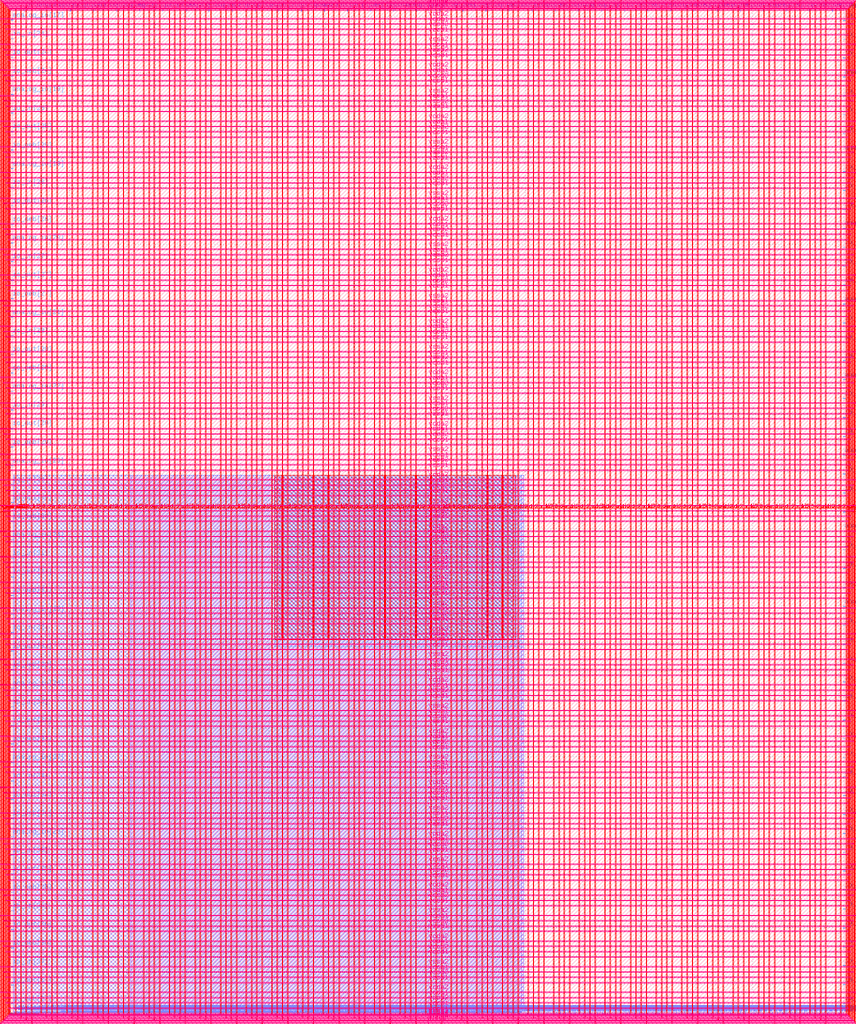
<source format=lef>
VERSION 5.7 ;
  NOWIREEXTENSIONATPIN ON ;
  DIVIDERCHAR "/" ;
  BUSBITCHARS "[]" ;
MACRO user_project_wrapper
  CLASS BLOCK ;
  FOREIGN user_project_wrapper ;
  ORIGIN 0.000 0.000 ;
  SIZE 2920.000 BY 3520.000 ;
  PIN analog_io[0]
    DIRECTION INOUT ;
    USE SIGNAL ;
    PORT
      LAYER met3 ;
        RECT 2917.600 1426.380 2924.800 1427.580 ;
    END
  END analog_io[0]
  PIN analog_io[10]
    DIRECTION INOUT ;
    USE SIGNAL ;
    PORT
      LAYER met2 ;
        RECT 2230.490 3517.600 2231.050 3524.800 ;
    END
  END analog_io[10]
  PIN analog_io[11]
    DIRECTION INOUT ;
    USE SIGNAL ;
    PORT
      LAYER met2 ;
        RECT 1905.730 3517.600 1906.290 3524.800 ;
    END
  END analog_io[11]
  PIN analog_io[12]
    DIRECTION INOUT ;
    USE SIGNAL ;
    PORT
      LAYER met2 ;
        RECT 1581.430 3517.600 1581.990 3524.800 ;
    END
  END analog_io[12]
  PIN analog_io[13]
    DIRECTION INOUT ;
    USE SIGNAL ;
    PORT
      LAYER met2 ;
        RECT 1257.130 3517.600 1257.690 3524.800 ;
    END
  END analog_io[13]
  PIN analog_io[14]
    DIRECTION INOUT ;
    USE SIGNAL ;
    PORT
      LAYER met2 ;
        RECT 932.370 3517.600 932.930 3524.800 ;
    END
  END analog_io[14]
  PIN analog_io[15]
    DIRECTION INOUT ;
    USE SIGNAL ;
    PORT
      LAYER met2 ;
        RECT 608.070 3517.600 608.630 3524.800 ;
    END
  END analog_io[15]
  PIN analog_io[16]
    DIRECTION INOUT ;
    USE SIGNAL ;
    PORT
      LAYER met2 ;
        RECT 283.770 3517.600 284.330 3524.800 ;
    END
  END analog_io[16]
  PIN analog_io[17]
    DIRECTION INOUT ;
    USE SIGNAL ;
    PORT
      LAYER met3 ;
        RECT -4.800 3486.100 2.400 3487.300 ;
    END
  END analog_io[17]
  PIN analog_io[18]
    DIRECTION INOUT ;
    USE SIGNAL ;
    PORT
      LAYER met3 ;
        RECT -4.800 3224.980 2.400 3226.180 ;
    END
  END analog_io[18]
  PIN analog_io[19]
    DIRECTION INOUT ;
    USE SIGNAL ;
    PORT
      LAYER met3 ;
        RECT -4.800 2964.540 2.400 2965.740 ;
    END
  END analog_io[19]
  PIN analog_io[1]
    DIRECTION INOUT ;
    USE SIGNAL ;
    PORT
      LAYER met3 ;
        RECT 2917.600 1692.260 2924.800 1693.460 ;
    END
  END analog_io[1]
  PIN analog_io[20]
    DIRECTION INOUT ;
    USE SIGNAL ;
    PORT
      LAYER met3 ;
        RECT -4.800 2703.420 2.400 2704.620 ;
    END
  END analog_io[20]
  PIN analog_io[21]
    DIRECTION INOUT ;
    USE SIGNAL ;
    PORT
      LAYER met3 ;
        RECT -4.800 2442.980 2.400 2444.180 ;
    END
  END analog_io[21]
  PIN analog_io[22]
    DIRECTION INOUT ;
    USE SIGNAL ;
    PORT
      LAYER met3 ;
        RECT -4.800 2182.540 2.400 2183.740 ;
    END
  END analog_io[22]
  PIN analog_io[23]
    DIRECTION INOUT ;
    USE SIGNAL ;
    PORT
      LAYER met3 ;
        RECT -4.800 1921.420 2.400 1922.620 ;
    END
  END analog_io[23]
  PIN analog_io[24]
    DIRECTION INOUT ;
    USE SIGNAL ;
    PORT
      LAYER met3 ;
        RECT -4.800 1660.980 2.400 1662.180 ;
    END
  END analog_io[24]
  PIN analog_io[25]
    DIRECTION INOUT ;
    USE SIGNAL ;
    PORT
      LAYER met3 ;
        RECT -4.800 1399.860 2.400 1401.060 ;
    END
  END analog_io[25]
  PIN analog_io[26]
    DIRECTION INOUT ;
    USE SIGNAL ;
    PORT
      LAYER met3 ;
        RECT -4.800 1139.420 2.400 1140.620 ;
    END
  END analog_io[26]
  PIN analog_io[27]
    DIRECTION INOUT ;
    USE SIGNAL ;
    PORT
      LAYER met3 ;
        RECT -4.800 878.980 2.400 880.180 ;
    END
  END analog_io[27]
  PIN analog_io[28]
    DIRECTION INOUT ;
    USE SIGNAL ;
    PORT
      LAYER met3 ;
        RECT -4.800 617.860 2.400 619.060 ;
    END
  END analog_io[28]
  PIN analog_io[2]
    DIRECTION INOUT ;
    USE SIGNAL ;
    PORT
      LAYER met3 ;
        RECT 2917.600 1958.140 2924.800 1959.340 ;
    END
  END analog_io[2]
  PIN analog_io[3]
    DIRECTION INOUT ;
    USE SIGNAL ;
    PORT
      LAYER met3 ;
        RECT 2917.600 2223.340 2924.800 2224.540 ;
    END
  END analog_io[3]
  PIN analog_io[4]
    DIRECTION INOUT ;
    USE SIGNAL ;
    PORT
      LAYER met3 ;
        RECT 2917.600 2489.220 2924.800 2490.420 ;
    END
  END analog_io[4]
  PIN analog_io[5]
    DIRECTION INOUT ;
    USE SIGNAL ;
    PORT
      LAYER met3 ;
        RECT 2917.600 2755.100 2924.800 2756.300 ;
    END
  END analog_io[5]
  PIN analog_io[6]
    DIRECTION INOUT ;
    USE SIGNAL ;
    PORT
      LAYER met3 ;
        RECT 2917.600 3020.300 2924.800 3021.500 ;
    END
  END analog_io[6]
  PIN analog_io[7]
    DIRECTION INOUT ;
    USE SIGNAL ;
    PORT
      LAYER met3 ;
        RECT 2917.600 3286.180 2924.800 3287.380 ;
    END
  END analog_io[7]
  PIN analog_io[8]
    DIRECTION INOUT ;
    USE SIGNAL ;
    PORT
      LAYER met2 ;
        RECT 2879.090 3517.600 2879.650 3524.800 ;
    END
  END analog_io[8]
  PIN analog_io[9]
    DIRECTION INOUT ;
    USE SIGNAL ;
    PORT
      LAYER met2 ;
        RECT 2554.790 3517.600 2555.350 3524.800 ;
    END
  END analog_io[9]
  PIN io_in[0]
    DIRECTION INPUT ;
    USE SIGNAL ;
    PORT
      LAYER met3 ;
        RECT 2917.600 32.380 2924.800 33.580 ;
    END
  END io_in[0]
  PIN io_in[10]
    DIRECTION INPUT ;
    USE SIGNAL ;
    PORT
      LAYER met3 ;
        RECT 2917.600 2289.980 2924.800 2291.180 ;
    END
  END io_in[10]
  PIN io_in[11]
    DIRECTION INPUT ;
    USE SIGNAL ;
    PORT
      LAYER met3 ;
        RECT 2917.600 2555.860 2924.800 2557.060 ;
    END
  END io_in[11]
  PIN io_in[12]
    DIRECTION INPUT ;
    USE SIGNAL ;
    PORT
      LAYER met3 ;
        RECT 2917.600 2821.060 2924.800 2822.260 ;
    END
  END io_in[12]
  PIN io_in[13]
    DIRECTION INPUT ;
    USE SIGNAL ;
    PORT
      LAYER met3 ;
        RECT 2917.600 3086.940 2924.800 3088.140 ;
    END
  END io_in[13]
  PIN io_in[14]
    DIRECTION INPUT ;
    USE SIGNAL ;
    PORT
      LAYER met3 ;
        RECT 2917.600 3352.820 2924.800 3354.020 ;
    END
  END io_in[14]
  PIN io_in[15]
    DIRECTION INPUT ;
    USE SIGNAL ;
    PORT
      LAYER met2 ;
        RECT 2798.130 3517.600 2798.690 3524.800 ;
    END
  END io_in[15]
  PIN io_in[16]
    DIRECTION INPUT ;
    USE SIGNAL ;
    PORT
      LAYER met2 ;
        RECT 2473.830 3517.600 2474.390 3524.800 ;
    END
  END io_in[16]
  PIN io_in[17]
    DIRECTION INPUT ;
    USE SIGNAL ;
    PORT
      LAYER met2 ;
        RECT 2149.070 3517.600 2149.630 3524.800 ;
    END
  END io_in[17]
  PIN io_in[18]
    DIRECTION INPUT ;
    USE SIGNAL ;
    PORT
      LAYER met2 ;
        RECT 1824.770 3517.600 1825.330 3524.800 ;
    END
  END io_in[18]
  PIN io_in[19]
    DIRECTION INPUT ;
    USE SIGNAL ;
    PORT
      LAYER met2 ;
        RECT 1500.470 3517.600 1501.030 3524.800 ;
    END
  END io_in[19]
  PIN io_in[1]
    DIRECTION INPUT ;
    USE SIGNAL ;
    PORT
      LAYER met3 ;
        RECT 2917.600 230.940 2924.800 232.140 ;
    END
  END io_in[1]
  PIN io_in[20]
    DIRECTION INPUT ;
    USE SIGNAL ;
    PORT
      LAYER met2 ;
        RECT 1175.710 3517.600 1176.270 3524.800 ;
    END
  END io_in[20]
  PIN io_in[21]
    DIRECTION INPUT ;
    USE SIGNAL ;
    PORT
      LAYER met2 ;
        RECT 851.410 3517.600 851.970 3524.800 ;
    END
  END io_in[21]
  PIN io_in[22]
    DIRECTION INPUT ;
    USE SIGNAL ;
    PORT
      LAYER met2 ;
        RECT 527.110 3517.600 527.670 3524.800 ;
    END
  END io_in[22]
  PIN io_in[23]
    DIRECTION INPUT ;
    USE SIGNAL ;
    PORT
      LAYER met2 ;
        RECT 202.350 3517.600 202.910 3524.800 ;
    END
  END io_in[23]
  PIN io_in[24]
    DIRECTION INPUT ;
    USE SIGNAL ;
    PORT
      LAYER met3 ;
        RECT -4.800 3420.820 2.400 3422.020 ;
    END
  END io_in[24]
  PIN io_in[25]
    DIRECTION INPUT ;
    USE SIGNAL ;
    PORT
      LAYER met3 ;
        RECT -4.800 3159.700 2.400 3160.900 ;
    END
  END io_in[25]
  PIN io_in[26]
    DIRECTION INPUT ;
    USE SIGNAL ;
    PORT
      LAYER met3 ;
        RECT -4.800 2899.260 2.400 2900.460 ;
    END
  END io_in[26]
  PIN io_in[27]
    DIRECTION INPUT ;
    USE SIGNAL ;
    PORT
      LAYER met3 ;
        RECT -4.800 2638.820 2.400 2640.020 ;
    END
  END io_in[27]
  PIN io_in[28]
    DIRECTION INPUT ;
    USE SIGNAL ;
    PORT
      LAYER met3 ;
        RECT -4.800 2377.700 2.400 2378.900 ;
    END
  END io_in[28]
  PIN io_in[29]
    DIRECTION INPUT ;
    USE SIGNAL ;
    PORT
      LAYER met3 ;
        RECT -4.800 2117.260 2.400 2118.460 ;
    END
  END io_in[29]
  PIN io_in[2]
    DIRECTION INPUT ;
    USE SIGNAL ;
    PORT
      LAYER met3 ;
        RECT 2917.600 430.180 2924.800 431.380 ;
    END
  END io_in[2]
  PIN io_in[30]
    DIRECTION INPUT ;
    USE SIGNAL ;
    PORT
      LAYER met3 ;
        RECT -4.800 1856.140 2.400 1857.340 ;
    END
  END io_in[30]
  PIN io_in[31]
    DIRECTION INPUT ;
    USE SIGNAL ;
    PORT
      LAYER met3 ;
        RECT -4.800 1595.700 2.400 1596.900 ;
    END
  END io_in[31]
  PIN io_in[32]
    DIRECTION INPUT ;
    USE SIGNAL ;
    PORT
      LAYER met3 ;
        RECT -4.800 1335.260 2.400 1336.460 ;
    END
  END io_in[32]
  PIN io_in[33]
    DIRECTION INPUT ;
    USE SIGNAL ;
    PORT
      LAYER met3 ;
        RECT -4.800 1074.140 2.400 1075.340 ;
    END
  END io_in[33]
  PIN io_in[34]
    DIRECTION INPUT ;
    USE SIGNAL ;
    PORT
      LAYER met3 ;
        RECT -4.800 813.700 2.400 814.900 ;
    END
  END io_in[34]
  PIN io_in[35]
    DIRECTION INPUT ;
    USE SIGNAL ;
    PORT
      LAYER met3 ;
        RECT -4.800 552.580 2.400 553.780 ;
    END
  END io_in[35]
  PIN io_in[36]
    DIRECTION INPUT ;
    USE SIGNAL ;
    PORT
      LAYER met3 ;
        RECT -4.800 357.420 2.400 358.620 ;
    END
  END io_in[36]
  PIN io_in[37]
    DIRECTION INPUT ;
    USE SIGNAL ;
    PORT
      LAYER met3 ;
        RECT -4.800 161.580 2.400 162.780 ;
    END
  END io_in[37]
  PIN io_in[3]
    DIRECTION INPUT ;
    USE SIGNAL ;
    PORT
      LAYER met3 ;
        RECT 2917.600 629.420 2924.800 630.620 ;
    END
  END io_in[3]
  PIN io_in[4]
    DIRECTION INPUT ;
    USE SIGNAL ;
    PORT
      LAYER met3 ;
        RECT 2917.600 828.660 2924.800 829.860 ;
    END
  END io_in[4]
  PIN io_in[5]
    DIRECTION INPUT ;
    USE SIGNAL ;
    PORT
      LAYER met3 ;
        RECT 2917.600 1027.900 2924.800 1029.100 ;
    END
  END io_in[5]
  PIN io_in[6]
    DIRECTION INPUT ;
    USE SIGNAL ;
    PORT
      LAYER met3 ;
        RECT 2917.600 1227.140 2924.800 1228.340 ;
    END
  END io_in[6]
  PIN io_in[7]
    DIRECTION INPUT ;
    USE SIGNAL ;
    PORT
      LAYER met3 ;
        RECT 2917.600 1493.020 2924.800 1494.220 ;
    END
  END io_in[7]
  PIN io_in[8]
    DIRECTION INPUT ;
    USE SIGNAL ;
    PORT
      LAYER met3 ;
        RECT 2917.600 1758.900 2924.800 1760.100 ;
    END
  END io_in[8]
  PIN io_in[9]
    DIRECTION INPUT ;
    USE SIGNAL ;
    PORT
      LAYER met3 ;
        RECT 2917.600 2024.100 2924.800 2025.300 ;
    END
  END io_in[9]
  PIN io_oeb[0]
    DIRECTION OUTPUT TRISTATE ;
    USE SIGNAL ;
    PORT
      LAYER met3 ;
        RECT 2917.600 164.980 2924.800 166.180 ;
    END
  END io_oeb[0]
  PIN io_oeb[10]
    DIRECTION OUTPUT TRISTATE ;
    USE SIGNAL ;
    PORT
      LAYER met3 ;
        RECT 2917.600 2422.580 2924.800 2423.780 ;
    END
  END io_oeb[10]
  PIN io_oeb[11]
    DIRECTION OUTPUT TRISTATE ;
    USE SIGNAL ;
    PORT
      LAYER met3 ;
        RECT 2917.600 2688.460 2924.800 2689.660 ;
    END
  END io_oeb[11]
  PIN io_oeb[12]
    DIRECTION OUTPUT TRISTATE ;
    USE SIGNAL ;
    PORT
      LAYER met3 ;
        RECT 2917.600 2954.340 2924.800 2955.540 ;
    END
  END io_oeb[12]
  PIN io_oeb[13]
    DIRECTION OUTPUT TRISTATE ;
    USE SIGNAL ;
    PORT
      LAYER met3 ;
        RECT 2917.600 3219.540 2924.800 3220.740 ;
    END
  END io_oeb[13]
  PIN io_oeb[14]
    DIRECTION OUTPUT TRISTATE ;
    USE SIGNAL ;
    PORT
      LAYER met3 ;
        RECT 2917.600 3485.420 2924.800 3486.620 ;
    END
  END io_oeb[14]
  PIN io_oeb[15]
    DIRECTION OUTPUT TRISTATE ;
    USE SIGNAL ;
    PORT
      LAYER met2 ;
        RECT 2635.750 3517.600 2636.310 3524.800 ;
    END
  END io_oeb[15]
  PIN io_oeb[16]
    DIRECTION OUTPUT TRISTATE ;
    USE SIGNAL ;
    PORT
      LAYER met2 ;
        RECT 2311.450 3517.600 2312.010 3524.800 ;
    END
  END io_oeb[16]
  PIN io_oeb[17]
    DIRECTION OUTPUT TRISTATE ;
    USE SIGNAL ;
    PORT
      LAYER met2 ;
        RECT 1987.150 3517.600 1987.710 3524.800 ;
    END
  END io_oeb[17]
  PIN io_oeb[18]
    DIRECTION OUTPUT TRISTATE ;
    USE SIGNAL ;
    PORT
      LAYER met2 ;
        RECT 1662.390 3517.600 1662.950 3524.800 ;
    END
  END io_oeb[18]
  PIN io_oeb[19]
    DIRECTION OUTPUT TRISTATE ;
    USE SIGNAL ;
    PORT
      LAYER met2 ;
        RECT 1338.090 3517.600 1338.650 3524.800 ;
    END
  END io_oeb[19]
  PIN io_oeb[1]
    DIRECTION OUTPUT TRISTATE ;
    USE SIGNAL ;
    PORT
      LAYER met3 ;
        RECT 2917.600 364.220 2924.800 365.420 ;
    END
  END io_oeb[1]
  PIN io_oeb[20]
    DIRECTION OUTPUT TRISTATE ;
    USE SIGNAL ;
    PORT
      LAYER met2 ;
        RECT 1013.790 3517.600 1014.350 3524.800 ;
    END
  END io_oeb[20]
  PIN io_oeb[21]
    DIRECTION OUTPUT TRISTATE ;
    USE SIGNAL ;
    PORT
      LAYER met2 ;
        RECT 689.030 3517.600 689.590 3524.800 ;
    END
  END io_oeb[21]
  PIN io_oeb[22]
    DIRECTION OUTPUT TRISTATE ;
    USE SIGNAL ;
    PORT
      LAYER met2 ;
        RECT 364.730 3517.600 365.290 3524.800 ;
    END
  END io_oeb[22]
  PIN io_oeb[23]
    DIRECTION OUTPUT TRISTATE ;
    USE SIGNAL ;
    PORT
      LAYER met2 ;
        RECT 40.430 3517.600 40.990 3524.800 ;
    END
  END io_oeb[23]
  PIN io_oeb[24]
    DIRECTION OUTPUT TRISTATE ;
    USE SIGNAL ;
    PORT
      LAYER met3 ;
        RECT -4.800 3290.260 2.400 3291.460 ;
    END
  END io_oeb[24]
  PIN io_oeb[25]
    DIRECTION OUTPUT TRISTATE ;
    USE SIGNAL ;
    PORT
      LAYER met3 ;
        RECT -4.800 3029.820 2.400 3031.020 ;
    END
  END io_oeb[25]
  PIN io_oeb[26]
    DIRECTION OUTPUT TRISTATE ;
    USE SIGNAL ;
    PORT
      LAYER met3 ;
        RECT -4.800 2768.700 2.400 2769.900 ;
    END
  END io_oeb[26]
  PIN io_oeb[27]
    DIRECTION OUTPUT TRISTATE ;
    USE SIGNAL ;
    PORT
      LAYER met3 ;
        RECT -4.800 2508.260 2.400 2509.460 ;
    END
  END io_oeb[27]
  PIN io_oeb[28]
    DIRECTION OUTPUT TRISTATE ;
    USE SIGNAL ;
    PORT
      LAYER met3 ;
        RECT -4.800 2247.140 2.400 2248.340 ;
    END
  END io_oeb[28]
  PIN io_oeb[29]
    DIRECTION OUTPUT TRISTATE ;
    USE SIGNAL ;
    PORT
      LAYER met3 ;
        RECT -4.800 1986.700 2.400 1987.900 ;
    END
  END io_oeb[29]
  PIN io_oeb[2]
    DIRECTION OUTPUT TRISTATE ;
    USE SIGNAL ;
    PORT
      LAYER met3 ;
        RECT 2917.600 563.460 2924.800 564.660 ;
    END
  END io_oeb[2]
  PIN io_oeb[30]
    DIRECTION OUTPUT TRISTATE ;
    USE SIGNAL ;
    PORT
      LAYER met3 ;
        RECT -4.800 1726.260 2.400 1727.460 ;
    END
  END io_oeb[30]
  PIN io_oeb[31]
    DIRECTION OUTPUT TRISTATE ;
    USE SIGNAL ;
    PORT
      LAYER met3 ;
        RECT -4.800 1465.140 2.400 1466.340 ;
    END
  END io_oeb[31]
  PIN io_oeb[32]
    DIRECTION OUTPUT TRISTATE ;
    USE SIGNAL ;
    PORT
      LAYER met3 ;
        RECT -4.800 1204.700 2.400 1205.900 ;
    END
  END io_oeb[32]
  PIN io_oeb[33]
    DIRECTION OUTPUT TRISTATE ;
    USE SIGNAL ;
    PORT
      LAYER met3 ;
        RECT -4.800 943.580 2.400 944.780 ;
    END
  END io_oeb[33]
  PIN io_oeb[34]
    DIRECTION OUTPUT TRISTATE ;
    USE SIGNAL ;
    PORT
      LAYER met3 ;
        RECT -4.800 683.140 2.400 684.340 ;
    END
  END io_oeb[34]
  PIN io_oeb[35]
    DIRECTION OUTPUT TRISTATE ;
    USE SIGNAL ;
    PORT
      LAYER met3 ;
        RECT -4.800 422.700 2.400 423.900 ;
    END
  END io_oeb[35]
  PIN io_oeb[36]
    DIRECTION OUTPUT TRISTATE ;
    USE SIGNAL ;
    PORT
      LAYER met3 ;
        RECT -4.800 226.860 2.400 228.060 ;
    END
  END io_oeb[36]
  PIN io_oeb[37]
    DIRECTION OUTPUT TRISTATE ;
    USE SIGNAL ;
    PORT
      LAYER met3 ;
        RECT -4.800 31.700 2.400 32.900 ;
    END
  END io_oeb[37]
  PIN io_oeb[3]
    DIRECTION OUTPUT TRISTATE ;
    USE SIGNAL ;
    PORT
      LAYER met3 ;
        RECT 2917.600 762.700 2924.800 763.900 ;
    END
  END io_oeb[3]
  PIN io_oeb[4]
    DIRECTION OUTPUT TRISTATE ;
    USE SIGNAL ;
    PORT
      LAYER met3 ;
        RECT 2917.600 961.940 2924.800 963.140 ;
    END
  END io_oeb[4]
  PIN io_oeb[5]
    DIRECTION OUTPUT TRISTATE ;
    USE SIGNAL ;
    PORT
      LAYER met3 ;
        RECT 2917.600 1161.180 2924.800 1162.380 ;
    END
  END io_oeb[5]
  PIN io_oeb[6]
    DIRECTION OUTPUT TRISTATE ;
    USE SIGNAL ;
    PORT
      LAYER met3 ;
        RECT 2917.600 1360.420 2924.800 1361.620 ;
    END
  END io_oeb[6]
  PIN io_oeb[7]
    DIRECTION OUTPUT TRISTATE ;
    USE SIGNAL ;
    PORT
      LAYER met3 ;
        RECT 2917.600 1625.620 2924.800 1626.820 ;
    END
  END io_oeb[7]
  PIN io_oeb[8]
    DIRECTION OUTPUT TRISTATE ;
    USE SIGNAL ;
    PORT
      LAYER met3 ;
        RECT 2917.600 1891.500 2924.800 1892.700 ;
    END
  END io_oeb[8]
  PIN io_oeb[9]
    DIRECTION OUTPUT TRISTATE ;
    USE SIGNAL ;
    PORT
      LAYER met3 ;
        RECT 2917.600 2157.380 2924.800 2158.580 ;
    END
  END io_oeb[9]
  PIN io_out[0]
    DIRECTION OUTPUT TRISTATE ;
    USE SIGNAL ;
    PORT
      LAYER met3 ;
        RECT 2917.600 98.340 2924.800 99.540 ;
    END
  END io_out[0]
  PIN io_out[10]
    DIRECTION OUTPUT TRISTATE ;
    USE SIGNAL ;
    PORT
      LAYER met3 ;
        RECT 2917.600 2356.620 2924.800 2357.820 ;
    END
  END io_out[10]
  PIN io_out[11]
    DIRECTION OUTPUT TRISTATE ;
    USE SIGNAL ;
    PORT
      LAYER met3 ;
        RECT 2917.600 2621.820 2924.800 2623.020 ;
    END
  END io_out[11]
  PIN io_out[12]
    DIRECTION OUTPUT TRISTATE ;
    USE SIGNAL ;
    PORT
      LAYER met3 ;
        RECT 2917.600 2887.700 2924.800 2888.900 ;
    END
  END io_out[12]
  PIN io_out[13]
    DIRECTION OUTPUT TRISTATE ;
    USE SIGNAL ;
    PORT
      LAYER met3 ;
        RECT 2917.600 3153.580 2924.800 3154.780 ;
    END
  END io_out[13]
  PIN io_out[14]
    DIRECTION OUTPUT TRISTATE ;
    USE SIGNAL ;
    PORT
      LAYER met3 ;
        RECT 2917.600 3418.780 2924.800 3419.980 ;
    END
  END io_out[14]
  PIN io_out[15]
    DIRECTION OUTPUT TRISTATE ;
    USE SIGNAL ;
    PORT
      LAYER met2 ;
        RECT 2717.170 3517.600 2717.730 3524.800 ;
    END
  END io_out[15]
  PIN io_out[16]
    DIRECTION OUTPUT TRISTATE ;
    USE SIGNAL ;
    PORT
      LAYER met2 ;
        RECT 2392.410 3517.600 2392.970 3524.800 ;
    END
  END io_out[16]
  PIN io_out[17]
    DIRECTION OUTPUT TRISTATE ;
    USE SIGNAL ;
    PORT
      LAYER met2 ;
        RECT 2068.110 3517.600 2068.670 3524.800 ;
    END
  END io_out[17]
  PIN io_out[18]
    DIRECTION OUTPUT TRISTATE ;
    USE SIGNAL ;
    PORT
      LAYER met2 ;
        RECT 1743.810 3517.600 1744.370 3524.800 ;
    END
  END io_out[18]
  PIN io_out[19]
    DIRECTION OUTPUT TRISTATE ;
    USE SIGNAL ;
    PORT
      LAYER met2 ;
        RECT 1419.050 3517.600 1419.610 3524.800 ;
    END
  END io_out[19]
  PIN io_out[1]
    DIRECTION OUTPUT TRISTATE ;
    USE SIGNAL ;
    PORT
      LAYER met3 ;
        RECT 2917.600 297.580 2924.800 298.780 ;
    END
  END io_out[1]
  PIN io_out[20]
    DIRECTION OUTPUT TRISTATE ;
    USE SIGNAL ;
    PORT
      LAYER met2 ;
        RECT 1094.750 3517.600 1095.310 3524.800 ;
    END
  END io_out[20]
  PIN io_out[21]
    DIRECTION OUTPUT TRISTATE ;
    USE SIGNAL ;
    PORT
      LAYER met2 ;
        RECT 770.450 3517.600 771.010 3524.800 ;
    END
  END io_out[21]
  PIN io_out[22]
    DIRECTION OUTPUT TRISTATE ;
    USE SIGNAL ;
    PORT
      LAYER met2 ;
        RECT 445.690 3517.600 446.250 3524.800 ;
    END
  END io_out[22]
  PIN io_out[23]
    DIRECTION OUTPUT TRISTATE ;
    USE SIGNAL ;
    PORT
      LAYER met2 ;
        RECT 121.390 3517.600 121.950 3524.800 ;
    END
  END io_out[23]
  PIN io_out[24]
    DIRECTION OUTPUT TRISTATE ;
    USE SIGNAL ;
    PORT
      LAYER met3 ;
        RECT -4.800 3355.540 2.400 3356.740 ;
    END
  END io_out[24]
  PIN io_out[25]
    DIRECTION OUTPUT TRISTATE ;
    USE SIGNAL ;
    PORT
      LAYER met3 ;
        RECT -4.800 3095.100 2.400 3096.300 ;
    END
  END io_out[25]
  PIN io_out[26]
    DIRECTION OUTPUT TRISTATE ;
    USE SIGNAL ;
    PORT
      LAYER met3 ;
        RECT -4.800 2833.980 2.400 2835.180 ;
    END
  END io_out[26]
  PIN io_out[27]
    DIRECTION OUTPUT TRISTATE ;
    USE SIGNAL ;
    PORT
      LAYER met3 ;
        RECT -4.800 2573.540 2.400 2574.740 ;
    END
  END io_out[27]
  PIN io_out[28]
    DIRECTION OUTPUT TRISTATE ;
    USE SIGNAL ;
    PORT
      LAYER met3 ;
        RECT -4.800 2312.420 2.400 2313.620 ;
    END
  END io_out[28]
  PIN io_out[29]
    DIRECTION OUTPUT TRISTATE ;
    USE SIGNAL ;
    PORT
      LAYER met3 ;
        RECT -4.800 2051.980 2.400 2053.180 ;
    END
  END io_out[29]
  PIN io_out[2]
    DIRECTION OUTPUT TRISTATE ;
    USE SIGNAL ;
    PORT
      LAYER met3 ;
        RECT 2917.600 496.820 2924.800 498.020 ;
    END
  END io_out[2]
  PIN io_out[30]
    DIRECTION OUTPUT TRISTATE ;
    USE SIGNAL ;
    PORT
      LAYER met3 ;
        RECT -4.800 1791.540 2.400 1792.740 ;
    END
  END io_out[30]
  PIN io_out[31]
    DIRECTION OUTPUT TRISTATE ;
    USE SIGNAL ;
    PORT
      LAYER met3 ;
        RECT -4.800 1530.420 2.400 1531.620 ;
    END
  END io_out[31]
  PIN io_out[32]
    DIRECTION OUTPUT TRISTATE ;
    USE SIGNAL ;
    PORT
      LAYER met3 ;
        RECT -4.800 1269.980 2.400 1271.180 ;
    END
  END io_out[32]
  PIN io_out[33]
    DIRECTION OUTPUT TRISTATE ;
    USE SIGNAL ;
    PORT
      LAYER met3 ;
        RECT -4.800 1008.860 2.400 1010.060 ;
    END
  END io_out[33]
  PIN io_out[34]
    DIRECTION OUTPUT TRISTATE ;
    USE SIGNAL ;
    PORT
      LAYER met3 ;
        RECT -4.800 748.420 2.400 749.620 ;
    END
  END io_out[34]
  PIN io_out[35]
    DIRECTION OUTPUT TRISTATE ;
    USE SIGNAL ;
    PORT
      LAYER met3 ;
        RECT -4.800 487.300 2.400 488.500 ;
    END
  END io_out[35]
  PIN io_out[36]
    DIRECTION OUTPUT TRISTATE ;
    USE SIGNAL ;
    PORT
      LAYER met3 ;
        RECT -4.800 292.140 2.400 293.340 ;
    END
  END io_out[36]
  PIN io_out[37]
    DIRECTION OUTPUT TRISTATE ;
    USE SIGNAL ;
    PORT
      LAYER met3 ;
        RECT -4.800 96.300 2.400 97.500 ;
    END
  END io_out[37]
  PIN io_out[3]
    DIRECTION OUTPUT TRISTATE ;
    USE SIGNAL ;
    PORT
      LAYER met3 ;
        RECT 2917.600 696.060 2924.800 697.260 ;
    END
  END io_out[3]
  PIN io_out[4]
    DIRECTION OUTPUT TRISTATE ;
    USE SIGNAL ;
    PORT
      LAYER met3 ;
        RECT 2917.600 895.300 2924.800 896.500 ;
    END
  END io_out[4]
  PIN io_out[5]
    DIRECTION OUTPUT TRISTATE ;
    USE SIGNAL ;
    PORT
      LAYER met3 ;
        RECT 2917.600 1094.540 2924.800 1095.740 ;
    END
  END io_out[5]
  PIN io_out[6]
    DIRECTION OUTPUT TRISTATE ;
    USE SIGNAL ;
    PORT
      LAYER met3 ;
        RECT 2917.600 1293.780 2924.800 1294.980 ;
    END
  END io_out[6]
  PIN io_out[7]
    DIRECTION OUTPUT TRISTATE ;
    USE SIGNAL ;
    PORT
      LAYER met3 ;
        RECT 2917.600 1559.660 2924.800 1560.860 ;
    END
  END io_out[7]
  PIN io_out[8]
    DIRECTION OUTPUT TRISTATE ;
    USE SIGNAL ;
    PORT
      LAYER met3 ;
        RECT 2917.600 1824.860 2924.800 1826.060 ;
    END
  END io_out[8]
  PIN io_out[9]
    DIRECTION OUTPUT TRISTATE ;
    USE SIGNAL ;
    PORT
      LAYER met3 ;
        RECT 2917.600 2090.740 2924.800 2091.940 ;
    END
  END io_out[9]
  PIN la_data_in[0]
    DIRECTION INPUT ;
    USE SIGNAL ;
    PORT
      LAYER met2 ;
        RECT 629.230 -4.800 629.790 2.400 ;
    END
  END la_data_in[0]
  PIN la_data_in[100]
    DIRECTION INPUT ;
    USE SIGNAL ;
    PORT
      LAYER met2 ;
        RECT 2402.530 -4.800 2403.090 2.400 ;
    END
  END la_data_in[100]
  PIN la_data_in[101]
    DIRECTION INPUT ;
    USE SIGNAL ;
    PORT
      LAYER met2 ;
        RECT 2420.010 -4.800 2420.570 2.400 ;
    END
  END la_data_in[101]
  PIN la_data_in[102]
    DIRECTION INPUT ;
    USE SIGNAL ;
    PORT
      LAYER met2 ;
        RECT 2437.950 -4.800 2438.510 2.400 ;
    END
  END la_data_in[102]
  PIN la_data_in[103]
    DIRECTION INPUT ;
    USE SIGNAL ;
    PORT
      LAYER met2 ;
        RECT 2455.430 -4.800 2455.990 2.400 ;
    END
  END la_data_in[103]
  PIN la_data_in[104]
    DIRECTION INPUT ;
    USE SIGNAL ;
    PORT
      LAYER met2 ;
        RECT 2473.370 -4.800 2473.930 2.400 ;
    END
  END la_data_in[104]
  PIN la_data_in[105]
    DIRECTION INPUT ;
    USE SIGNAL ;
    PORT
      LAYER met2 ;
        RECT 2490.850 -4.800 2491.410 2.400 ;
    END
  END la_data_in[105]
  PIN la_data_in[106]
    DIRECTION INPUT ;
    USE SIGNAL ;
    PORT
      LAYER met2 ;
        RECT 2508.790 -4.800 2509.350 2.400 ;
    END
  END la_data_in[106]
  PIN la_data_in[107]
    DIRECTION INPUT ;
    USE SIGNAL ;
    PORT
      LAYER met2 ;
        RECT 2526.730 -4.800 2527.290 2.400 ;
    END
  END la_data_in[107]
  PIN la_data_in[108]
    DIRECTION INPUT ;
    USE SIGNAL ;
    PORT
      LAYER met2 ;
        RECT 2544.210 -4.800 2544.770 2.400 ;
    END
  END la_data_in[108]
  PIN la_data_in[109]
    DIRECTION INPUT ;
    USE SIGNAL ;
    PORT
      LAYER met2 ;
        RECT 2562.150 -4.800 2562.710 2.400 ;
    END
  END la_data_in[109]
  PIN la_data_in[10]
    DIRECTION INPUT ;
    USE SIGNAL ;
    PORT
      LAYER met2 ;
        RECT 806.330 -4.800 806.890 2.400 ;
    END
  END la_data_in[10]
  PIN la_data_in[110]
    DIRECTION INPUT ;
    USE SIGNAL ;
    PORT
      LAYER met2 ;
        RECT 2579.630 -4.800 2580.190 2.400 ;
    END
  END la_data_in[110]
  PIN la_data_in[111]
    DIRECTION INPUT ;
    USE SIGNAL ;
    PORT
      LAYER met2 ;
        RECT 2597.570 -4.800 2598.130 2.400 ;
    END
  END la_data_in[111]
  PIN la_data_in[112]
    DIRECTION INPUT ;
    USE SIGNAL ;
    PORT
      LAYER met2 ;
        RECT 2615.050 -4.800 2615.610 2.400 ;
    END
  END la_data_in[112]
  PIN la_data_in[113]
    DIRECTION INPUT ;
    USE SIGNAL ;
    PORT
      LAYER met2 ;
        RECT 2632.990 -4.800 2633.550 2.400 ;
    END
  END la_data_in[113]
  PIN la_data_in[114]
    DIRECTION INPUT ;
    USE SIGNAL ;
    PORT
      LAYER met2 ;
        RECT 2650.470 -4.800 2651.030 2.400 ;
    END
  END la_data_in[114]
  PIN la_data_in[115]
    DIRECTION INPUT ;
    USE SIGNAL ;
    PORT
      LAYER met2 ;
        RECT 2668.410 -4.800 2668.970 2.400 ;
    END
  END la_data_in[115]
  PIN la_data_in[116]
    DIRECTION INPUT ;
    USE SIGNAL ;
    PORT
      LAYER met2 ;
        RECT 2685.890 -4.800 2686.450 2.400 ;
    END
  END la_data_in[116]
  PIN la_data_in[117]
    DIRECTION INPUT ;
    USE SIGNAL ;
    PORT
      LAYER met2 ;
        RECT 2703.830 -4.800 2704.390 2.400 ;
    END
  END la_data_in[117]
  PIN la_data_in[118]
    DIRECTION INPUT ;
    USE SIGNAL ;
    PORT
      LAYER met2 ;
        RECT 2721.770 -4.800 2722.330 2.400 ;
    END
  END la_data_in[118]
  PIN la_data_in[119]
    DIRECTION INPUT ;
    USE SIGNAL ;
    PORT
      LAYER met2 ;
        RECT 2739.250 -4.800 2739.810 2.400 ;
    END
  END la_data_in[119]
  PIN la_data_in[11]
    DIRECTION INPUT ;
    USE SIGNAL ;
    PORT
      LAYER met2 ;
        RECT 824.270 -4.800 824.830 2.400 ;
    END
  END la_data_in[11]
  PIN la_data_in[120]
    DIRECTION INPUT ;
    USE SIGNAL ;
    PORT
      LAYER met2 ;
        RECT 2757.190 -4.800 2757.750 2.400 ;
    END
  END la_data_in[120]
  PIN la_data_in[121]
    DIRECTION INPUT ;
    USE SIGNAL ;
    PORT
      LAYER met2 ;
        RECT 2774.670 -4.800 2775.230 2.400 ;
    END
  END la_data_in[121]
  PIN la_data_in[122]
    DIRECTION INPUT ;
    USE SIGNAL ;
    PORT
      LAYER met2 ;
        RECT 2792.610 -4.800 2793.170 2.400 ;
    END
  END la_data_in[122]
  PIN la_data_in[123]
    DIRECTION INPUT ;
    USE SIGNAL ;
    PORT
      LAYER met2 ;
        RECT 2810.090 -4.800 2810.650 2.400 ;
    END
  END la_data_in[123]
  PIN la_data_in[124]
    DIRECTION INPUT ;
    USE SIGNAL ;
    PORT
      LAYER met2 ;
        RECT 2828.030 -4.800 2828.590 2.400 ;
    END
  END la_data_in[124]
  PIN la_data_in[125]
    DIRECTION INPUT ;
    USE SIGNAL ;
    PORT
      LAYER met2 ;
        RECT 2845.510 -4.800 2846.070 2.400 ;
    END
  END la_data_in[125]
  PIN la_data_in[126]
    DIRECTION INPUT ;
    USE SIGNAL ;
    PORT
      LAYER met2 ;
        RECT 2863.450 -4.800 2864.010 2.400 ;
    END
  END la_data_in[126]
  PIN la_data_in[127]
    DIRECTION INPUT ;
    USE SIGNAL ;
    PORT
      LAYER met2 ;
        RECT 2881.390 -4.800 2881.950 2.400 ;
    END
  END la_data_in[127]
  PIN la_data_in[12]
    DIRECTION INPUT ;
    USE SIGNAL ;
    PORT
      LAYER met2 ;
        RECT 841.750 -4.800 842.310 2.400 ;
    END
  END la_data_in[12]
  PIN la_data_in[13]
    DIRECTION INPUT ;
    USE SIGNAL ;
    PORT
      LAYER met2 ;
        RECT 859.690 -4.800 860.250 2.400 ;
    END
  END la_data_in[13]
  PIN la_data_in[14]
    DIRECTION INPUT ;
    USE SIGNAL ;
    PORT
      LAYER met2 ;
        RECT 877.170 -4.800 877.730 2.400 ;
    END
  END la_data_in[14]
  PIN la_data_in[15]
    DIRECTION INPUT ;
    USE SIGNAL ;
    PORT
      LAYER met2 ;
        RECT 895.110 -4.800 895.670 2.400 ;
    END
  END la_data_in[15]
  PIN la_data_in[16]
    DIRECTION INPUT ;
    USE SIGNAL ;
    PORT
      LAYER met2 ;
        RECT 912.590 -4.800 913.150 2.400 ;
    END
  END la_data_in[16]
  PIN la_data_in[17]
    DIRECTION INPUT ;
    USE SIGNAL ;
    PORT
      LAYER met2 ;
        RECT 930.530 -4.800 931.090 2.400 ;
    END
  END la_data_in[17]
  PIN la_data_in[18]
    DIRECTION INPUT ;
    USE SIGNAL ;
    PORT
      LAYER met2 ;
        RECT 948.470 -4.800 949.030 2.400 ;
    END
  END la_data_in[18]
  PIN la_data_in[19]
    DIRECTION INPUT ;
    USE SIGNAL ;
    PORT
      LAYER met2 ;
        RECT 965.950 -4.800 966.510 2.400 ;
    END
  END la_data_in[19]
  PIN la_data_in[1]
    DIRECTION INPUT ;
    USE SIGNAL ;
    PORT
      LAYER met2 ;
        RECT 646.710 -4.800 647.270 2.400 ;
    END
  END la_data_in[1]
  PIN la_data_in[20]
    DIRECTION INPUT ;
    USE SIGNAL ;
    PORT
      LAYER met2 ;
        RECT 983.890 -4.800 984.450 2.400 ;
    END
  END la_data_in[20]
  PIN la_data_in[21]
    DIRECTION INPUT ;
    USE SIGNAL ;
    PORT
      LAYER met2 ;
        RECT 1001.370 -4.800 1001.930 2.400 ;
    END
  END la_data_in[21]
  PIN la_data_in[22]
    DIRECTION INPUT ;
    USE SIGNAL ;
    PORT
      LAYER met2 ;
        RECT 1019.310 -4.800 1019.870 2.400 ;
    END
  END la_data_in[22]
  PIN la_data_in[23]
    DIRECTION INPUT ;
    USE SIGNAL ;
    PORT
      LAYER met2 ;
        RECT 1036.790 -4.800 1037.350 2.400 ;
    END
  END la_data_in[23]
  PIN la_data_in[24]
    DIRECTION INPUT ;
    USE SIGNAL ;
    PORT
      LAYER met2 ;
        RECT 1054.730 -4.800 1055.290 2.400 ;
    END
  END la_data_in[24]
  PIN la_data_in[25]
    DIRECTION INPUT ;
    USE SIGNAL ;
    PORT
      LAYER met2 ;
        RECT 1072.210 -4.800 1072.770 2.400 ;
    END
  END la_data_in[25]
  PIN la_data_in[26]
    DIRECTION INPUT ;
    USE SIGNAL ;
    PORT
      LAYER met2 ;
        RECT 1090.150 -4.800 1090.710 2.400 ;
    END
  END la_data_in[26]
  PIN la_data_in[27]
    DIRECTION INPUT ;
    USE SIGNAL ;
    PORT
      LAYER met2 ;
        RECT 1107.630 -4.800 1108.190 2.400 ;
    END
  END la_data_in[27]
  PIN la_data_in[28]
    DIRECTION INPUT ;
    USE SIGNAL ;
    PORT
      LAYER met2 ;
        RECT 1125.570 -4.800 1126.130 2.400 ;
    END
  END la_data_in[28]
  PIN la_data_in[29]
    DIRECTION INPUT ;
    USE SIGNAL ;
    PORT
      LAYER met2 ;
        RECT 1143.510 -4.800 1144.070 2.400 ;
    END
  END la_data_in[29]
  PIN la_data_in[2]
    DIRECTION INPUT ;
    USE SIGNAL ;
    PORT
      LAYER met2 ;
        RECT 664.650 -4.800 665.210 2.400 ;
    END
  END la_data_in[2]
  PIN la_data_in[30]
    DIRECTION INPUT ;
    USE SIGNAL ;
    PORT
      LAYER met2 ;
        RECT 1160.990 -4.800 1161.550 2.400 ;
    END
  END la_data_in[30]
  PIN la_data_in[31]
    DIRECTION INPUT ;
    USE SIGNAL ;
    PORT
      LAYER met2 ;
        RECT 1178.930 -4.800 1179.490 2.400 ;
    END
  END la_data_in[31]
  PIN la_data_in[32]
    DIRECTION INPUT ;
    USE SIGNAL ;
    PORT
      LAYER met2 ;
        RECT 1196.410 -4.800 1196.970 2.400 ;
    END
  END la_data_in[32]
  PIN la_data_in[33]
    DIRECTION INPUT ;
    USE SIGNAL ;
    PORT
      LAYER met2 ;
        RECT 1214.350 -4.800 1214.910 2.400 ;
    END
  END la_data_in[33]
  PIN la_data_in[34]
    DIRECTION INPUT ;
    USE SIGNAL ;
    PORT
      LAYER met2 ;
        RECT 1231.830 -4.800 1232.390 2.400 ;
    END
  END la_data_in[34]
  PIN la_data_in[35]
    DIRECTION INPUT ;
    USE SIGNAL ;
    PORT
      LAYER met2 ;
        RECT 1249.770 -4.800 1250.330 2.400 ;
    END
  END la_data_in[35]
  PIN la_data_in[36]
    DIRECTION INPUT ;
    USE SIGNAL ;
    PORT
      LAYER met2 ;
        RECT 1267.250 -4.800 1267.810 2.400 ;
    END
  END la_data_in[36]
  PIN la_data_in[37]
    DIRECTION INPUT ;
    USE SIGNAL ;
    PORT
      LAYER met2 ;
        RECT 1285.190 -4.800 1285.750 2.400 ;
    END
  END la_data_in[37]
  PIN la_data_in[38]
    DIRECTION INPUT ;
    USE SIGNAL ;
    PORT
      LAYER met2 ;
        RECT 1303.130 -4.800 1303.690 2.400 ;
    END
  END la_data_in[38]
  PIN la_data_in[39]
    DIRECTION INPUT ;
    USE SIGNAL ;
    PORT
      LAYER met2 ;
        RECT 1320.610 -4.800 1321.170 2.400 ;
    END
  END la_data_in[39]
  PIN la_data_in[3]
    DIRECTION INPUT ;
    USE SIGNAL ;
    PORT
      LAYER met2 ;
        RECT 682.130 -4.800 682.690 2.400 ;
    END
  END la_data_in[3]
  PIN la_data_in[40]
    DIRECTION INPUT ;
    USE SIGNAL ;
    PORT
      LAYER met2 ;
        RECT 1338.550 -4.800 1339.110 2.400 ;
    END
  END la_data_in[40]
  PIN la_data_in[41]
    DIRECTION INPUT ;
    USE SIGNAL ;
    PORT
      LAYER met2 ;
        RECT 1356.030 -4.800 1356.590 2.400 ;
    END
  END la_data_in[41]
  PIN la_data_in[42]
    DIRECTION INPUT ;
    USE SIGNAL ;
    PORT
      LAYER met2 ;
        RECT 1373.970 -4.800 1374.530 2.400 ;
    END
  END la_data_in[42]
  PIN la_data_in[43]
    DIRECTION INPUT ;
    USE SIGNAL ;
    PORT
      LAYER met2 ;
        RECT 1391.450 -4.800 1392.010 2.400 ;
    END
  END la_data_in[43]
  PIN la_data_in[44]
    DIRECTION INPUT ;
    USE SIGNAL ;
    PORT
      LAYER met2 ;
        RECT 1409.390 -4.800 1409.950 2.400 ;
    END
  END la_data_in[44]
  PIN la_data_in[45]
    DIRECTION INPUT ;
    USE SIGNAL ;
    PORT
      LAYER met2 ;
        RECT 1426.870 -4.800 1427.430 2.400 ;
    END
  END la_data_in[45]
  PIN la_data_in[46]
    DIRECTION INPUT ;
    USE SIGNAL ;
    PORT
      LAYER met2 ;
        RECT 1444.810 -4.800 1445.370 2.400 ;
    END
  END la_data_in[46]
  PIN la_data_in[47]
    DIRECTION INPUT ;
    USE SIGNAL ;
    PORT
      LAYER met2 ;
        RECT 1462.750 -4.800 1463.310 2.400 ;
    END
  END la_data_in[47]
  PIN la_data_in[48]
    DIRECTION INPUT ;
    USE SIGNAL ;
    PORT
      LAYER met2 ;
        RECT 1480.230 -4.800 1480.790 2.400 ;
    END
  END la_data_in[48]
  PIN la_data_in[49]
    DIRECTION INPUT ;
    USE SIGNAL ;
    PORT
      LAYER met2 ;
        RECT 1498.170 -4.800 1498.730 2.400 ;
    END
  END la_data_in[49]
  PIN la_data_in[4]
    DIRECTION INPUT ;
    USE SIGNAL ;
    PORT
      LAYER met2 ;
        RECT 700.070 -4.800 700.630 2.400 ;
    END
  END la_data_in[4]
  PIN la_data_in[50]
    DIRECTION INPUT ;
    USE SIGNAL ;
    PORT
      LAYER met2 ;
        RECT 1515.650 -4.800 1516.210 2.400 ;
    END
  END la_data_in[50]
  PIN la_data_in[51]
    DIRECTION INPUT ;
    USE SIGNAL ;
    PORT
      LAYER met2 ;
        RECT 1533.590 -4.800 1534.150 2.400 ;
    END
  END la_data_in[51]
  PIN la_data_in[52]
    DIRECTION INPUT ;
    USE SIGNAL ;
    PORT
      LAYER met2 ;
        RECT 1551.070 -4.800 1551.630 2.400 ;
    END
  END la_data_in[52]
  PIN la_data_in[53]
    DIRECTION INPUT ;
    USE SIGNAL ;
    PORT
      LAYER met2 ;
        RECT 1569.010 -4.800 1569.570 2.400 ;
    END
  END la_data_in[53]
  PIN la_data_in[54]
    DIRECTION INPUT ;
    USE SIGNAL ;
    PORT
      LAYER met2 ;
        RECT 1586.490 -4.800 1587.050 2.400 ;
    END
  END la_data_in[54]
  PIN la_data_in[55]
    DIRECTION INPUT ;
    USE SIGNAL ;
    PORT
      LAYER met2 ;
        RECT 1604.430 -4.800 1604.990 2.400 ;
    END
  END la_data_in[55]
  PIN la_data_in[56]
    DIRECTION INPUT ;
    USE SIGNAL ;
    PORT
      LAYER met2 ;
        RECT 1621.910 -4.800 1622.470 2.400 ;
    END
  END la_data_in[56]
  PIN la_data_in[57]
    DIRECTION INPUT ;
    USE SIGNAL ;
    PORT
      LAYER met2 ;
        RECT 1639.850 -4.800 1640.410 2.400 ;
    END
  END la_data_in[57]
  PIN la_data_in[58]
    DIRECTION INPUT ;
    USE SIGNAL ;
    PORT
      LAYER met2 ;
        RECT 1657.790 -4.800 1658.350 2.400 ;
    END
  END la_data_in[58]
  PIN la_data_in[59]
    DIRECTION INPUT ;
    USE SIGNAL ;
    PORT
      LAYER met2 ;
        RECT 1675.270 -4.800 1675.830 2.400 ;
    END
  END la_data_in[59]
  PIN la_data_in[5]
    DIRECTION INPUT ;
    USE SIGNAL ;
    PORT
      LAYER met2 ;
        RECT 717.550 -4.800 718.110 2.400 ;
    END
  END la_data_in[5]
  PIN la_data_in[60]
    DIRECTION INPUT ;
    USE SIGNAL ;
    PORT
      LAYER met2 ;
        RECT 1693.210 -4.800 1693.770 2.400 ;
    END
  END la_data_in[60]
  PIN la_data_in[61]
    DIRECTION INPUT ;
    USE SIGNAL ;
    PORT
      LAYER met2 ;
        RECT 1710.690 -4.800 1711.250 2.400 ;
    END
  END la_data_in[61]
  PIN la_data_in[62]
    DIRECTION INPUT ;
    USE SIGNAL ;
    PORT
      LAYER met2 ;
        RECT 1728.630 -4.800 1729.190 2.400 ;
    END
  END la_data_in[62]
  PIN la_data_in[63]
    DIRECTION INPUT ;
    USE SIGNAL ;
    PORT
      LAYER met2 ;
        RECT 1746.110 -4.800 1746.670 2.400 ;
    END
  END la_data_in[63]
  PIN la_data_in[64]
    DIRECTION INPUT ;
    USE SIGNAL ;
    PORT
      LAYER met2 ;
        RECT 1764.050 -4.800 1764.610 2.400 ;
    END
  END la_data_in[64]
  PIN la_data_in[65]
    DIRECTION INPUT ;
    USE SIGNAL ;
    PORT
      LAYER met2 ;
        RECT 1781.530 -4.800 1782.090 2.400 ;
    END
  END la_data_in[65]
  PIN la_data_in[66]
    DIRECTION INPUT ;
    USE SIGNAL ;
    PORT
      LAYER met2 ;
        RECT 1799.470 -4.800 1800.030 2.400 ;
    END
  END la_data_in[66]
  PIN la_data_in[67]
    DIRECTION INPUT ;
    USE SIGNAL ;
    PORT
      LAYER met2 ;
        RECT 1817.410 -4.800 1817.970 2.400 ;
    END
  END la_data_in[67]
  PIN la_data_in[68]
    DIRECTION INPUT ;
    USE SIGNAL ;
    PORT
      LAYER met2 ;
        RECT 1834.890 -4.800 1835.450 2.400 ;
    END
  END la_data_in[68]
  PIN la_data_in[69]
    DIRECTION INPUT ;
    USE SIGNAL ;
    PORT
      LAYER met2 ;
        RECT 1852.830 -4.800 1853.390 2.400 ;
    END
  END la_data_in[69]
  PIN la_data_in[6]
    DIRECTION INPUT ;
    USE SIGNAL ;
    PORT
      LAYER met2 ;
        RECT 735.490 -4.800 736.050 2.400 ;
    END
  END la_data_in[6]
  PIN la_data_in[70]
    DIRECTION INPUT ;
    USE SIGNAL ;
    PORT
      LAYER met2 ;
        RECT 1870.310 -4.800 1870.870 2.400 ;
    END
  END la_data_in[70]
  PIN la_data_in[71]
    DIRECTION INPUT ;
    USE SIGNAL ;
    PORT
      LAYER met2 ;
        RECT 1888.250 -4.800 1888.810 2.400 ;
    END
  END la_data_in[71]
  PIN la_data_in[72]
    DIRECTION INPUT ;
    USE SIGNAL ;
    PORT
      LAYER met2 ;
        RECT 1905.730 -4.800 1906.290 2.400 ;
    END
  END la_data_in[72]
  PIN la_data_in[73]
    DIRECTION INPUT ;
    USE SIGNAL ;
    PORT
      LAYER met2 ;
        RECT 1923.670 -4.800 1924.230 2.400 ;
    END
  END la_data_in[73]
  PIN la_data_in[74]
    DIRECTION INPUT ;
    USE SIGNAL ;
    PORT
      LAYER met2 ;
        RECT 1941.150 -4.800 1941.710 2.400 ;
    END
  END la_data_in[74]
  PIN la_data_in[75]
    DIRECTION INPUT ;
    USE SIGNAL ;
    PORT
      LAYER met2 ;
        RECT 1959.090 -4.800 1959.650 2.400 ;
    END
  END la_data_in[75]
  PIN la_data_in[76]
    DIRECTION INPUT ;
    USE SIGNAL ;
    PORT
      LAYER met2 ;
        RECT 1976.570 -4.800 1977.130 2.400 ;
    END
  END la_data_in[76]
  PIN la_data_in[77]
    DIRECTION INPUT ;
    USE SIGNAL ;
    PORT
      LAYER met2 ;
        RECT 1994.510 -4.800 1995.070 2.400 ;
    END
  END la_data_in[77]
  PIN la_data_in[78]
    DIRECTION INPUT ;
    USE SIGNAL ;
    PORT
      LAYER met2 ;
        RECT 2012.450 -4.800 2013.010 2.400 ;
    END
  END la_data_in[78]
  PIN la_data_in[79]
    DIRECTION INPUT ;
    USE SIGNAL ;
    PORT
      LAYER met2 ;
        RECT 2029.930 -4.800 2030.490 2.400 ;
    END
  END la_data_in[79]
  PIN la_data_in[7]
    DIRECTION INPUT ;
    USE SIGNAL ;
    PORT
      LAYER met2 ;
        RECT 752.970 -4.800 753.530 2.400 ;
    END
  END la_data_in[7]
  PIN la_data_in[80]
    DIRECTION INPUT ;
    USE SIGNAL ;
    PORT
      LAYER met2 ;
        RECT 2047.870 -4.800 2048.430 2.400 ;
    END
  END la_data_in[80]
  PIN la_data_in[81]
    DIRECTION INPUT ;
    USE SIGNAL ;
    PORT
      LAYER met2 ;
        RECT 2065.350 -4.800 2065.910 2.400 ;
    END
  END la_data_in[81]
  PIN la_data_in[82]
    DIRECTION INPUT ;
    USE SIGNAL ;
    PORT
      LAYER met2 ;
        RECT 2083.290 -4.800 2083.850 2.400 ;
    END
  END la_data_in[82]
  PIN la_data_in[83]
    DIRECTION INPUT ;
    USE SIGNAL ;
    PORT
      LAYER met2 ;
        RECT 2100.770 -4.800 2101.330 2.400 ;
    END
  END la_data_in[83]
  PIN la_data_in[84]
    DIRECTION INPUT ;
    USE SIGNAL ;
    PORT
      LAYER met2 ;
        RECT 2118.710 -4.800 2119.270 2.400 ;
    END
  END la_data_in[84]
  PIN la_data_in[85]
    DIRECTION INPUT ;
    USE SIGNAL ;
    PORT
      LAYER met2 ;
        RECT 2136.190 -4.800 2136.750 2.400 ;
    END
  END la_data_in[85]
  PIN la_data_in[86]
    DIRECTION INPUT ;
    USE SIGNAL ;
    PORT
      LAYER met2 ;
        RECT 2154.130 -4.800 2154.690 2.400 ;
    END
  END la_data_in[86]
  PIN la_data_in[87]
    DIRECTION INPUT ;
    USE SIGNAL ;
    PORT
      LAYER met2 ;
        RECT 2172.070 -4.800 2172.630 2.400 ;
    END
  END la_data_in[87]
  PIN la_data_in[88]
    DIRECTION INPUT ;
    USE SIGNAL ;
    PORT
      LAYER met2 ;
        RECT 2189.550 -4.800 2190.110 2.400 ;
    END
  END la_data_in[88]
  PIN la_data_in[89]
    DIRECTION INPUT ;
    USE SIGNAL ;
    PORT
      LAYER met2 ;
        RECT 2207.490 -4.800 2208.050 2.400 ;
    END
  END la_data_in[89]
  PIN la_data_in[8]
    DIRECTION INPUT ;
    USE SIGNAL ;
    PORT
      LAYER met2 ;
        RECT 770.910 -4.800 771.470 2.400 ;
    END
  END la_data_in[8]
  PIN la_data_in[90]
    DIRECTION INPUT ;
    USE SIGNAL ;
    PORT
      LAYER met2 ;
        RECT 2224.970 -4.800 2225.530 2.400 ;
    END
  END la_data_in[90]
  PIN la_data_in[91]
    DIRECTION INPUT ;
    USE SIGNAL ;
    PORT
      LAYER met2 ;
        RECT 2242.910 -4.800 2243.470 2.400 ;
    END
  END la_data_in[91]
  PIN la_data_in[92]
    DIRECTION INPUT ;
    USE SIGNAL ;
    PORT
      LAYER met2 ;
        RECT 2260.390 -4.800 2260.950 2.400 ;
    END
  END la_data_in[92]
  PIN la_data_in[93]
    DIRECTION INPUT ;
    USE SIGNAL ;
    PORT
      LAYER met2 ;
        RECT 2278.330 -4.800 2278.890 2.400 ;
    END
  END la_data_in[93]
  PIN la_data_in[94]
    DIRECTION INPUT ;
    USE SIGNAL ;
    PORT
      LAYER met2 ;
        RECT 2295.810 -4.800 2296.370 2.400 ;
    END
  END la_data_in[94]
  PIN la_data_in[95]
    DIRECTION INPUT ;
    USE SIGNAL ;
    PORT
      LAYER met2 ;
        RECT 2313.750 -4.800 2314.310 2.400 ;
    END
  END la_data_in[95]
  PIN la_data_in[96]
    DIRECTION INPUT ;
    USE SIGNAL ;
    PORT
      LAYER met2 ;
        RECT 2331.230 -4.800 2331.790 2.400 ;
    END
  END la_data_in[96]
  PIN la_data_in[97]
    DIRECTION INPUT ;
    USE SIGNAL ;
    PORT
      LAYER met2 ;
        RECT 2349.170 -4.800 2349.730 2.400 ;
    END
  END la_data_in[97]
  PIN la_data_in[98]
    DIRECTION INPUT ;
    USE SIGNAL ;
    PORT
      LAYER met2 ;
        RECT 2367.110 -4.800 2367.670 2.400 ;
    END
  END la_data_in[98]
  PIN la_data_in[99]
    DIRECTION INPUT ;
    USE SIGNAL ;
    PORT
      LAYER met2 ;
        RECT 2384.590 -4.800 2385.150 2.400 ;
    END
  END la_data_in[99]
  PIN la_data_in[9]
    DIRECTION INPUT ;
    USE SIGNAL ;
    PORT
      LAYER met2 ;
        RECT 788.850 -4.800 789.410 2.400 ;
    END
  END la_data_in[9]
  PIN la_data_out[0]
    DIRECTION OUTPUT TRISTATE ;
    USE SIGNAL ;
    PORT
      LAYER met2 ;
        RECT 634.750 -4.800 635.310 2.400 ;
    END
  END la_data_out[0]
  PIN la_data_out[100]
    DIRECTION OUTPUT TRISTATE ;
    USE SIGNAL ;
    PORT
      LAYER met2 ;
        RECT 2408.510 -4.800 2409.070 2.400 ;
    END
  END la_data_out[100]
  PIN la_data_out[101]
    DIRECTION OUTPUT TRISTATE ;
    USE SIGNAL ;
    PORT
      LAYER met2 ;
        RECT 2425.990 -4.800 2426.550 2.400 ;
    END
  END la_data_out[101]
  PIN la_data_out[102]
    DIRECTION OUTPUT TRISTATE ;
    USE SIGNAL ;
    PORT
      LAYER met2 ;
        RECT 2443.930 -4.800 2444.490 2.400 ;
    END
  END la_data_out[102]
  PIN la_data_out[103]
    DIRECTION OUTPUT TRISTATE ;
    USE SIGNAL ;
    PORT
      LAYER met2 ;
        RECT 2461.410 -4.800 2461.970 2.400 ;
    END
  END la_data_out[103]
  PIN la_data_out[104]
    DIRECTION OUTPUT TRISTATE ;
    USE SIGNAL ;
    PORT
      LAYER met2 ;
        RECT 2479.350 -4.800 2479.910 2.400 ;
    END
  END la_data_out[104]
  PIN la_data_out[105]
    DIRECTION OUTPUT TRISTATE ;
    USE SIGNAL ;
    PORT
      LAYER met2 ;
        RECT 2496.830 -4.800 2497.390 2.400 ;
    END
  END la_data_out[105]
  PIN la_data_out[106]
    DIRECTION OUTPUT TRISTATE ;
    USE SIGNAL ;
    PORT
      LAYER met2 ;
        RECT 2514.770 -4.800 2515.330 2.400 ;
    END
  END la_data_out[106]
  PIN la_data_out[107]
    DIRECTION OUTPUT TRISTATE ;
    USE SIGNAL ;
    PORT
      LAYER met2 ;
        RECT 2532.250 -4.800 2532.810 2.400 ;
    END
  END la_data_out[107]
  PIN la_data_out[108]
    DIRECTION OUTPUT TRISTATE ;
    USE SIGNAL ;
    PORT
      LAYER met2 ;
        RECT 2550.190 -4.800 2550.750 2.400 ;
    END
  END la_data_out[108]
  PIN la_data_out[109]
    DIRECTION OUTPUT TRISTATE ;
    USE SIGNAL ;
    PORT
      LAYER met2 ;
        RECT 2567.670 -4.800 2568.230 2.400 ;
    END
  END la_data_out[109]
  PIN la_data_out[10]
    DIRECTION OUTPUT TRISTATE ;
    USE SIGNAL ;
    PORT
      LAYER met2 ;
        RECT 812.310 -4.800 812.870 2.400 ;
    END
  END la_data_out[10]
  PIN la_data_out[110]
    DIRECTION OUTPUT TRISTATE ;
    USE SIGNAL ;
    PORT
      LAYER met2 ;
        RECT 2585.610 -4.800 2586.170 2.400 ;
    END
  END la_data_out[110]
  PIN la_data_out[111]
    DIRECTION OUTPUT TRISTATE ;
    USE SIGNAL ;
    PORT
      LAYER met2 ;
        RECT 2603.550 -4.800 2604.110 2.400 ;
    END
  END la_data_out[111]
  PIN la_data_out[112]
    DIRECTION OUTPUT TRISTATE ;
    USE SIGNAL ;
    PORT
      LAYER met2 ;
        RECT 2621.030 -4.800 2621.590 2.400 ;
    END
  END la_data_out[112]
  PIN la_data_out[113]
    DIRECTION OUTPUT TRISTATE ;
    USE SIGNAL ;
    PORT
      LAYER met2 ;
        RECT 2638.970 -4.800 2639.530 2.400 ;
    END
  END la_data_out[113]
  PIN la_data_out[114]
    DIRECTION OUTPUT TRISTATE ;
    USE SIGNAL ;
    PORT
      LAYER met2 ;
        RECT 2656.450 -4.800 2657.010 2.400 ;
    END
  END la_data_out[114]
  PIN la_data_out[115]
    DIRECTION OUTPUT TRISTATE ;
    USE SIGNAL ;
    PORT
      LAYER met2 ;
        RECT 2674.390 -4.800 2674.950 2.400 ;
    END
  END la_data_out[115]
  PIN la_data_out[116]
    DIRECTION OUTPUT TRISTATE ;
    USE SIGNAL ;
    PORT
      LAYER met2 ;
        RECT 2691.870 -4.800 2692.430 2.400 ;
    END
  END la_data_out[116]
  PIN la_data_out[117]
    DIRECTION OUTPUT TRISTATE ;
    USE SIGNAL ;
    PORT
      LAYER met2 ;
        RECT 2709.810 -4.800 2710.370 2.400 ;
    END
  END la_data_out[117]
  PIN la_data_out[118]
    DIRECTION OUTPUT TRISTATE ;
    USE SIGNAL ;
    PORT
      LAYER met2 ;
        RECT 2727.290 -4.800 2727.850 2.400 ;
    END
  END la_data_out[118]
  PIN la_data_out[119]
    DIRECTION OUTPUT TRISTATE ;
    USE SIGNAL ;
    PORT
      LAYER met2 ;
        RECT 2745.230 -4.800 2745.790 2.400 ;
    END
  END la_data_out[119]
  PIN la_data_out[11]
    DIRECTION OUTPUT TRISTATE ;
    USE SIGNAL ;
    PORT
      LAYER met2 ;
        RECT 830.250 -4.800 830.810 2.400 ;
    END
  END la_data_out[11]
  PIN la_data_out[120]
    DIRECTION OUTPUT TRISTATE ;
    USE SIGNAL ;
    PORT
      LAYER met2 ;
        RECT 2763.170 -4.800 2763.730 2.400 ;
    END
  END la_data_out[120]
  PIN la_data_out[121]
    DIRECTION OUTPUT TRISTATE ;
    USE SIGNAL ;
    PORT
      LAYER met2 ;
        RECT 2780.650 -4.800 2781.210 2.400 ;
    END
  END la_data_out[121]
  PIN la_data_out[122]
    DIRECTION OUTPUT TRISTATE ;
    USE SIGNAL ;
    PORT
      LAYER met2 ;
        RECT 2798.590 -4.800 2799.150 2.400 ;
    END
  END la_data_out[122]
  PIN la_data_out[123]
    DIRECTION OUTPUT TRISTATE ;
    USE SIGNAL ;
    PORT
      LAYER met2 ;
        RECT 2816.070 -4.800 2816.630 2.400 ;
    END
  END la_data_out[123]
  PIN la_data_out[124]
    DIRECTION OUTPUT TRISTATE ;
    USE SIGNAL ;
    PORT
      LAYER met2 ;
        RECT 2834.010 -4.800 2834.570 2.400 ;
    END
  END la_data_out[124]
  PIN la_data_out[125]
    DIRECTION OUTPUT TRISTATE ;
    USE SIGNAL ;
    PORT
      LAYER met2 ;
        RECT 2851.490 -4.800 2852.050 2.400 ;
    END
  END la_data_out[125]
  PIN la_data_out[126]
    DIRECTION OUTPUT TRISTATE ;
    USE SIGNAL ;
    PORT
      LAYER met2 ;
        RECT 2869.430 -4.800 2869.990 2.400 ;
    END
  END la_data_out[126]
  PIN la_data_out[127]
    DIRECTION OUTPUT TRISTATE ;
    USE SIGNAL ;
    PORT
      LAYER met2 ;
        RECT 2886.910 -4.800 2887.470 2.400 ;
    END
  END la_data_out[127]
  PIN la_data_out[12]
    DIRECTION OUTPUT TRISTATE ;
    USE SIGNAL ;
    PORT
      LAYER met2 ;
        RECT 847.730 -4.800 848.290 2.400 ;
    END
  END la_data_out[12]
  PIN la_data_out[13]
    DIRECTION OUTPUT TRISTATE ;
    USE SIGNAL ;
    PORT
      LAYER met2 ;
        RECT 865.670 -4.800 866.230 2.400 ;
    END
  END la_data_out[13]
  PIN la_data_out[14]
    DIRECTION OUTPUT TRISTATE ;
    USE SIGNAL ;
    PORT
      LAYER met2 ;
        RECT 883.150 -4.800 883.710 2.400 ;
    END
  END la_data_out[14]
  PIN la_data_out[15]
    DIRECTION OUTPUT TRISTATE ;
    USE SIGNAL ;
    PORT
      LAYER met2 ;
        RECT 901.090 -4.800 901.650 2.400 ;
    END
  END la_data_out[15]
  PIN la_data_out[16]
    DIRECTION OUTPUT TRISTATE ;
    USE SIGNAL ;
    PORT
      LAYER met2 ;
        RECT 918.570 -4.800 919.130 2.400 ;
    END
  END la_data_out[16]
  PIN la_data_out[17]
    DIRECTION OUTPUT TRISTATE ;
    USE SIGNAL ;
    PORT
      LAYER met2 ;
        RECT 936.510 -4.800 937.070 2.400 ;
    END
  END la_data_out[17]
  PIN la_data_out[18]
    DIRECTION OUTPUT TRISTATE ;
    USE SIGNAL ;
    PORT
      LAYER met2 ;
        RECT 953.990 -4.800 954.550 2.400 ;
    END
  END la_data_out[18]
  PIN la_data_out[19]
    DIRECTION OUTPUT TRISTATE ;
    USE SIGNAL ;
    PORT
      LAYER met2 ;
        RECT 971.930 -4.800 972.490 2.400 ;
    END
  END la_data_out[19]
  PIN la_data_out[1]
    DIRECTION OUTPUT TRISTATE ;
    USE SIGNAL ;
    PORT
      LAYER met2 ;
        RECT 652.690 -4.800 653.250 2.400 ;
    END
  END la_data_out[1]
  PIN la_data_out[20]
    DIRECTION OUTPUT TRISTATE ;
    USE SIGNAL ;
    PORT
      LAYER met2 ;
        RECT 989.410 -4.800 989.970 2.400 ;
    END
  END la_data_out[20]
  PIN la_data_out[21]
    DIRECTION OUTPUT TRISTATE ;
    USE SIGNAL ;
    PORT
      LAYER met2 ;
        RECT 1007.350 -4.800 1007.910 2.400 ;
    END
  END la_data_out[21]
  PIN la_data_out[22]
    DIRECTION OUTPUT TRISTATE ;
    USE SIGNAL ;
    PORT
      LAYER met2 ;
        RECT 1025.290 -4.800 1025.850 2.400 ;
    END
  END la_data_out[22]
  PIN la_data_out[23]
    DIRECTION OUTPUT TRISTATE ;
    USE SIGNAL ;
    PORT
      LAYER met2 ;
        RECT 1042.770 -4.800 1043.330 2.400 ;
    END
  END la_data_out[23]
  PIN la_data_out[24]
    DIRECTION OUTPUT TRISTATE ;
    USE SIGNAL ;
    PORT
      LAYER met2 ;
        RECT 1060.710 -4.800 1061.270 2.400 ;
    END
  END la_data_out[24]
  PIN la_data_out[25]
    DIRECTION OUTPUT TRISTATE ;
    USE SIGNAL ;
    PORT
      LAYER met2 ;
        RECT 1078.190 -4.800 1078.750 2.400 ;
    END
  END la_data_out[25]
  PIN la_data_out[26]
    DIRECTION OUTPUT TRISTATE ;
    USE SIGNAL ;
    PORT
      LAYER met2 ;
        RECT 1096.130 -4.800 1096.690 2.400 ;
    END
  END la_data_out[26]
  PIN la_data_out[27]
    DIRECTION OUTPUT TRISTATE ;
    USE SIGNAL ;
    PORT
      LAYER met2 ;
        RECT 1113.610 -4.800 1114.170 2.400 ;
    END
  END la_data_out[27]
  PIN la_data_out[28]
    DIRECTION OUTPUT TRISTATE ;
    USE SIGNAL ;
    PORT
      LAYER met2 ;
        RECT 1131.550 -4.800 1132.110 2.400 ;
    END
  END la_data_out[28]
  PIN la_data_out[29]
    DIRECTION OUTPUT TRISTATE ;
    USE SIGNAL ;
    PORT
      LAYER met2 ;
        RECT 1149.030 -4.800 1149.590 2.400 ;
    END
  END la_data_out[29]
  PIN la_data_out[2]
    DIRECTION OUTPUT TRISTATE ;
    USE SIGNAL ;
    PORT
      LAYER met2 ;
        RECT 670.630 -4.800 671.190 2.400 ;
    END
  END la_data_out[2]
  PIN la_data_out[30]
    DIRECTION OUTPUT TRISTATE ;
    USE SIGNAL ;
    PORT
      LAYER met2 ;
        RECT 1166.970 -4.800 1167.530 2.400 ;
    END
  END la_data_out[30]
  PIN la_data_out[31]
    DIRECTION OUTPUT TRISTATE ;
    USE SIGNAL ;
    PORT
      LAYER met2 ;
        RECT 1184.910 -4.800 1185.470 2.400 ;
    END
  END la_data_out[31]
  PIN la_data_out[32]
    DIRECTION OUTPUT TRISTATE ;
    USE SIGNAL ;
    PORT
      LAYER met2 ;
        RECT 1202.390 -4.800 1202.950 2.400 ;
    END
  END la_data_out[32]
  PIN la_data_out[33]
    DIRECTION OUTPUT TRISTATE ;
    USE SIGNAL ;
    PORT
      LAYER met2 ;
        RECT 1220.330 -4.800 1220.890 2.400 ;
    END
  END la_data_out[33]
  PIN la_data_out[34]
    DIRECTION OUTPUT TRISTATE ;
    USE SIGNAL ;
    PORT
      LAYER met2 ;
        RECT 1237.810 -4.800 1238.370 2.400 ;
    END
  END la_data_out[34]
  PIN la_data_out[35]
    DIRECTION OUTPUT TRISTATE ;
    USE SIGNAL ;
    PORT
      LAYER met2 ;
        RECT 1255.750 -4.800 1256.310 2.400 ;
    END
  END la_data_out[35]
  PIN la_data_out[36]
    DIRECTION OUTPUT TRISTATE ;
    USE SIGNAL ;
    PORT
      LAYER met2 ;
        RECT 1273.230 -4.800 1273.790 2.400 ;
    END
  END la_data_out[36]
  PIN la_data_out[37]
    DIRECTION OUTPUT TRISTATE ;
    USE SIGNAL ;
    PORT
      LAYER met2 ;
        RECT 1291.170 -4.800 1291.730 2.400 ;
    END
  END la_data_out[37]
  PIN la_data_out[38]
    DIRECTION OUTPUT TRISTATE ;
    USE SIGNAL ;
    PORT
      LAYER met2 ;
        RECT 1308.650 -4.800 1309.210 2.400 ;
    END
  END la_data_out[38]
  PIN la_data_out[39]
    DIRECTION OUTPUT TRISTATE ;
    USE SIGNAL ;
    PORT
      LAYER met2 ;
        RECT 1326.590 -4.800 1327.150 2.400 ;
    END
  END la_data_out[39]
  PIN la_data_out[3]
    DIRECTION OUTPUT TRISTATE ;
    USE SIGNAL ;
    PORT
      LAYER met2 ;
        RECT 688.110 -4.800 688.670 2.400 ;
    END
  END la_data_out[3]
  PIN la_data_out[40]
    DIRECTION OUTPUT TRISTATE ;
    USE SIGNAL ;
    PORT
      LAYER met2 ;
        RECT 1344.070 -4.800 1344.630 2.400 ;
    END
  END la_data_out[40]
  PIN la_data_out[41]
    DIRECTION OUTPUT TRISTATE ;
    USE SIGNAL ;
    PORT
      LAYER met2 ;
        RECT 1362.010 -4.800 1362.570 2.400 ;
    END
  END la_data_out[41]
  PIN la_data_out[42]
    DIRECTION OUTPUT TRISTATE ;
    USE SIGNAL ;
    PORT
      LAYER met2 ;
        RECT 1379.950 -4.800 1380.510 2.400 ;
    END
  END la_data_out[42]
  PIN la_data_out[43]
    DIRECTION OUTPUT TRISTATE ;
    USE SIGNAL ;
    PORT
      LAYER met2 ;
        RECT 1397.430 -4.800 1397.990 2.400 ;
    END
  END la_data_out[43]
  PIN la_data_out[44]
    DIRECTION OUTPUT TRISTATE ;
    USE SIGNAL ;
    PORT
      LAYER met2 ;
        RECT 1415.370 -4.800 1415.930 2.400 ;
    END
  END la_data_out[44]
  PIN la_data_out[45]
    DIRECTION OUTPUT TRISTATE ;
    USE SIGNAL ;
    PORT
      LAYER met2 ;
        RECT 1432.850 -4.800 1433.410 2.400 ;
    END
  END la_data_out[45]
  PIN la_data_out[46]
    DIRECTION OUTPUT TRISTATE ;
    USE SIGNAL ;
    PORT
      LAYER met2 ;
        RECT 1450.790 -4.800 1451.350 2.400 ;
    END
  END la_data_out[46]
  PIN la_data_out[47]
    DIRECTION OUTPUT TRISTATE ;
    USE SIGNAL ;
    PORT
      LAYER met2 ;
        RECT 1468.270 -4.800 1468.830 2.400 ;
    END
  END la_data_out[47]
  PIN la_data_out[48]
    DIRECTION OUTPUT TRISTATE ;
    USE SIGNAL ;
    PORT
      LAYER met2 ;
        RECT 1486.210 -4.800 1486.770 2.400 ;
    END
  END la_data_out[48]
  PIN la_data_out[49]
    DIRECTION OUTPUT TRISTATE ;
    USE SIGNAL ;
    PORT
      LAYER met2 ;
        RECT 1503.690 -4.800 1504.250 2.400 ;
    END
  END la_data_out[49]
  PIN la_data_out[4]
    DIRECTION OUTPUT TRISTATE ;
    USE SIGNAL ;
    PORT
      LAYER met2 ;
        RECT 706.050 -4.800 706.610 2.400 ;
    END
  END la_data_out[4]
  PIN la_data_out[50]
    DIRECTION OUTPUT TRISTATE ;
    USE SIGNAL ;
    PORT
      LAYER met2 ;
        RECT 1521.630 -4.800 1522.190 2.400 ;
    END
  END la_data_out[50]
  PIN la_data_out[51]
    DIRECTION OUTPUT TRISTATE ;
    USE SIGNAL ;
    PORT
      LAYER met2 ;
        RECT 1539.570 -4.800 1540.130 2.400 ;
    END
  END la_data_out[51]
  PIN la_data_out[52]
    DIRECTION OUTPUT TRISTATE ;
    USE SIGNAL ;
    PORT
      LAYER met2 ;
        RECT 1557.050 -4.800 1557.610 2.400 ;
    END
  END la_data_out[52]
  PIN la_data_out[53]
    DIRECTION OUTPUT TRISTATE ;
    USE SIGNAL ;
    PORT
      LAYER met2 ;
        RECT 1574.990 -4.800 1575.550 2.400 ;
    END
  END la_data_out[53]
  PIN la_data_out[54]
    DIRECTION OUTPUT TRISTATE ;
    USE SIGNAL ;
    PORT
      LAYER met2 ;
        RECT 1592.470 -4.800 1593.030 2.400 ;
    END
  END la_data_out[54]
  PIN la_data_out[55]
    DIRECTION OUTPUT TRISTATE ;
    USE SIGNAL ;
    PORT
      LAYER met2 ;
        RECT 1610.410 -4.800 1610.970 2.400 ;
    END
  END la_data_out[55]
  PIN la_data_out[56]
    DIRECTION OUTPUT TRISTATE ;
    USE SIGNAL ;
    PORT
      LAYER met2 ;
        RECT 1627.890 -4.800 1628.450 2.400 ;
    END
  END la_data_out[56]
  PIN la_data_out[57]
    DIRECTION OUTPUT TRISTATE ;
    USE SIGNAL ;
    PORT
      LAYER met2 ;
        RECT 1645.830 -4.800 1646.390 2.400 ;
    END
  END la_data_out[57]
  PIN la_data_out[58]
    DIRECTION OUTPUT TRISTATE ;
    USE SIGNAL ;
    PORT
      LAYER met2 ;
        RECT 1663.310 -4.800 1663.870 2.400 ;
    END
  END la_data_out[58]
  PIN la_data_out[59]
    DIRECTION OUTPUT TRISTATE ;
    USE SIGNAL ;
    PORT
      LAYER met2 ;
        RECT 1681.250 -4.800 1681.810 2.400 ;
    END
  END la_data_out[59]
  PIN la_data_out[5]
    DIRECTION OUTPUT TRISTATE ;
    USE SIGNAL ;
    PORT
      LAYER met2 ;
        RECT 723.530 -4.800 724.090 2.400 ;
    END
  END la_data_out[5]
  PIN la_data_out[60]
    DIRECTION OUTPUT TRISTATE ;
    USE SIGNAL ;
    PORT
      LAYER met2 ;
        RECT 1699.190 -4.800 1699.750 2.400 ;
    END
  END la_data_out[60]
  PIN la_data_out[61]
    DIRECTION OUTPUT TRISTATE ;
    USE SIGNAL ;
    PORT
      LAYER met2 ;
        RECT 1716.670 -4.800 1717.230 2.400 ;
    END
  END la_data_out[61]
  PIN la_data_out[62]
    DIRECTION OUTPUT TRISTATE ;
    USE SIGNAL ;
    PORT
      LAYER met2 ;
        RECT 1734.610 -4.800 1735.170 2.400 ;
    END
  END la_data_out[62]
  PIN la_data_out[63]
    DIRECTION OUTPUT TRISTATE ;
    USE SIGNAL ;
    PORT
      LAYER met2 ;
        RECT 1752.090 -4.800 1752.650 2.400 ;
    END
  END la_data_out[63]
  PIN la_data_out[64]
    DIRECTION OUTPUT TRISTATE ;
    USE SIGNAL ;
    PORT
      LAYER met2 ;
        RECT 1770.030 -4.800 1770.590 2.400 ;
    END
  END la_data_out[64]
  PIN la_data_out[65]
    DIRECTION OUTPUT TRISTATE ;
    USE SIGNAL ;
    PORT
      LAYER met2 ;
        RECT 1787.510 -4.800 1788.070 2.400 ;
    END
  END la_data_out[65]
  PIN la_data_out[66]
    DIRECTION OUTPUT TRISTATE ;
    USE SIGNAL ;
    PORT
      LAYER met2 ;
        RECT 1805.450 -4.800 1806.010 2.400 ;
    END
  END la_data_out[66]
  PIN la_data_out[67]
    DIRECTION OUTPUT TRISTATE ;
    USE SIGNAL ;
    PORT
      LAYER met2 ;
        RECT 1822.930 -4.800 1823.490 2.400 ;
    END
  END la_data_out[67]
  PIN la_data_out[68]
    DIRECTION OUTPUT TRISTATE ;
    USE SIGNAL ;
    PORT
      LAYER met2 ;
        RECT 1840.870 -4.800 1841.430 2.400 ;
    END
  END la_data_out[68]
  PIN la_data_out[69]
    DIRECTION OUTPUT TRISTATE ;
    USE SIGNAL ;
    PORT
      LAYER met2 ;
        RECT 1858.350 -4.800 1858.910 2.400 ;
    END
  END la_data_out[69]
  PIN la_data_out[6]
    DIRECTION OUTPUT TRISTATE ;
    USE SIGNAL ;
    PORT
      LAYER met2 ;
        RECT 741.470 -4.800 742.030 2.400 ;
    END
  END la_data_out[6]
  PIN la_data_out[70]
    DIRECTION OUTPUT TRISTATE ;
    USE SIGNAL ;
    PORT
      LAYER met2 ;
        RECT 1876.290 -4.800 1876.850 2.400 ;
    END
  END la_data_out[70]
  PIN la_data_out[71]
    DIRECTION OUTPUT TRISTATE ;
    USE SIGNAL ;
    PORT
      LAYER met2 ;
        RECT 1894.230 -4.800 1894.790 2.400 ;
    END
  END la_data_out[71]
  PIN la_data_out[72]
    DIRECTION OUTPUT TRISTATE ;
    USE SIGNAL ;
    PORT
      LAYER met2 ;
        RECT 1911.710 -4.800 1912.270 2.400 ;
    END
  END la_data_out[72]
  PIN la_data_out[73]
    DIRECTION OUTPUT TRISTATE ;
    USE SIGNAL ;
    PORT
      LAYER met2 ;
        RECT 1929.650 -4.800 1930.210 2.400 ;
    END
  END la_data_out[73]
  PIN la_data_out[74]
    DIRECTION OUTPUT TRISTATE ;
    USE SIGNAL ;
    PORT
      LAYER met2 ;
        RECT 1947.130 -4.800 1947.690 2.400 ;
    END
  END la_data_out[74]
  PIN la_data_out[75]
    DIRECTION OUTPUT TRISTATE ;
    USE SIGNAL ;
    PORT
      LAYER met2 ;
        RECT 1965.070 -4.800 1965.630 2.400 ;
    END
  END la_data_out[75]
  PIN la_data_out[76]
    DIRECTION OUTPUT TRISTATE ;
    USE SIGNAL ;
    PORT
      LAYER met2 ;
        RECT 1982.550 -4.800 1983.110 2.400 ;
    END
  END la_data_out[76]
  PIN la_data_out[77]
    DIRECTION OUTPUT TRISTATE ;
    USE SIGNAL ;
    PORT
      LAYER met2 ;
        RECT 2000.490 -4.800 2001.050 2.400 ;
    END
  END la_data_out[77]
  PIN la_data_out[78]
    DIRECTION OUTPUT TRISTATE ;
    USE SIGNAL ;
    PORT
      LAYER met2 ;
        RECT 2017.970 -4.800 2018.530 2.400 ;
    END
  END la_data_out[78]
  PIN la_data_out[79]
    DIRECTION OUTPUT TRISTATE ;
    USE SIGNAL ;
    PORT
      LAYER met2 ;
        RECT 2035.910 -4.800 2036.470 2.400 ;
    END
  END la_data_out[79]
  PIN la_data_out[7]
    DIRECTION OUTPUT TRISTATE ;
    USE SIGNAL ;
    PORT
      LAYER met2 ;
        RECT 758.950 -4.800 759.510 2.400 ;
    END
  END la_data_out[7]
  PIN la_data_out[80]
    DIRECTION OUTPUT TRISTATE ;
    USE SIGNAL ;
    PORT
      LAYER met2 ;
        RECT 2053.850 -4.800 2054.410 2.400 ;
    END
  END la_data_out[80]
  PIN la_data_out[81]
    DIRECTION OUTPUT TRISTATE ;
    USE SIGNAL ;
    PORT
      LAYER met2 ;
        RECT 2071.330 -4.800 2071.890 2.400 ;
    END
  END la_data_out[81]
  PIN la_data_out[82]
    DIRECTION OUTPUT TRISTATE ;
    USE SIGNAL ;
    PORT
      LAYER met2 ;
        RECT 2089.270 -4.800 2089.830 2.400 ;
    END
  END la_data_out[82]
  PIN la_data_out[83]
    DIRECTION OUTPUT TRISTATE ;
    USE SIGNAL ;
    PORT
      LAYER met2 ;
        RECT 2106.750 -4.800 2107.310 2.400 ;
    END
  END la_data_out[83]
  PIN la_data_out[84]
    DIRECTION OUTPUT TRISTATE ;
    USE SIGNAL ;
    PORT
      LAYER met2 ;
        RECT 2124.690 -4.800 2125.250 2.400 ;
    END
  END la_data_out[84]
  PIN la_data_out[85]
    DIRECTION OUTPUT TRISTATE ;
    USE SIGNAL ;
    PORT
      LAYER met2 ;
        RECT 2142.170 -4.800 2142.730 2.400 ;
    END
  END la_data_out[85]
  PIN la_data_out[86]
    DIRECTION OUTPUT TRISTATE ;
    USE SIGNAL ;
    PORT
      LAYER met2 ;
        RECT 2160.110 -4.800 2160.670 2.400 ;
    END
  END la_data_out[86]
  PIN la_data_out[87]
    DIRECTION OUTPUT TRISTATE ;
    USE SIGNAL ;
    PORT
      LAYER met2 ;
        RECT 2177.590 -4.800 2178.150 2.400 ;
    END
  END la_data_out[87]
  PIN la_data_out[88]
    DIRECTION OUTPUT TRISTATE ;
    USE SIGNAL ;
    PORT
      LAYER met2 ;
        RECT 2195.530 -4.800 2196.090 2.400 ;
    END
  END la_data_out[88]
  PIN la_data_out[89]
    DIRECTION OUTPUT TRISTATE ;
    USE SIGNAL ;
    PORT
      LAYER met2 ;
        RECT 2213.010 -4.800 2213.570 2.400 ;
    END
  END la_data_out[89]
  PIN la_data_out[8]
    DIRECTION OUTPUT TRISTATE ;
    USE SIGNAL ;
    PORT
      LAYER met2 ;
        RECT 776.890 -4.800 777.450 2.400 ;
    END
  END la_data_out[8]
  PIN la_data_out[90]
    DIRECTION OUTPUT TRISTATE ;
    USE SIGNAL ;
    PORT
      LAYER met2 ;
        RECT 2230.950 -4.800 2231.510 2.400 ;
    END
  END la_data_out[90]
  PIN la_data_out[91]
    DIRECTION OUTPUT TRISTATE ;
    USE SIGNAL ;
    PORT
      LAYER met2 ;
        RECT 2248.890 -4.800 2249.450 2.400 ;
    END
  END la_data_out[91]
  PIN la_data_out[92]
    DIRECTION OUTPUT TRISTATE ;
    USE SIGNAL ;
    PORT
      LAYER met2 ;
        RECT 2266.370 -4.800 2266.930 2.400 ;
    END
  END la_data_out[92]
  PIN la_data_out[93]
    DIRECTION OUTPUT TRISTATE ;
    USE SIGNAL ;
    PORT
      LAYER met2 ;
        RECT 2284.310 -4.800 2284.870 2.400 ;
    END
  END la_data_out[93]
  PIN la_data_out[94]
    DIRECTION OUTPUT TRISTATE ;
    USE SIGNAL ;
    PORT
      LAYER met2 ;
        RECT 2301.790 -4.800 2302.350 2.400 ;
    END
  END la_data_out[94]
  PIN la_data_out[95]
    DIRECTION OUTPUT TRISTATE ;
    USE SIGNAL ;
    PORT
      LAYER met2 ;
        RECT 2319.730 -4.800 2320.290 2.400 ;
    END
  END la_data_out[95]
  PIN la_data_out[96]
    DIRECTION OUTPUT TRISTATE ;
    USE SIGNAL ;
    PORT
      LAYER met2 ;
        RECT 2337.210 -4.800 2337.770 2.400 ;
    END
  END la_data_out[96]
  PIN la_data_out[97]
    DIRECTION OUTPUT TRISTATE ;
    USE SIGNAL ;
    PORT
      LAYER met2 ;
        RECT 2355.150 -4.800 2355.710 2.400 ;
    END
  END la_data_out[97]
  PIN la_data_out[98]
    DIRECTION OUTPUT TRISTATE ;
    USE SIGNAL ;
    PORT
      LAYER met2 ;
        RECT 2372.630 -4.800 2373.190 2.400 ;
    END
  END la_data_out[98]
  PIN la_data_out[99]
    DIRECTION OUTPUT TRISTATE ;
    USE SIGNAL ;
    PORT
      LAYER met2 ;
        RECT 2390.570 -4.800 2391.130 2.400 ;
    END
  END la_data_out[99]
  PIN la_data_out[9]
    DIRECTION OUTPUT TRISTATE ;
    USE SIGNAL ;
    PORT
      LAYER met2 ;
        RECT 794.370 -4.800 794.930 2.400 ;
    END
  END la_data_out[9]
  PIN la_oenb[0]
    DIRECTION INPUT ;
    USE SIGNAL ;
    PORT
      LAYER met2 ;
        RECT 640.730 -4.800 641.290 2.400 ;
    END
  END la_oenb[0]
  PIN la_oenb[100]
    DIRECTION INPUT ;
    USE SIGNAL ;
    PORT
      LAYER met2 ;
        RECT 2414.030 -4.800 2414.590 2.400 ;
    END
  END la_oenb[100]
  PIN la_oenb[101]
    DIRECTION INPUT ;
    USE SIGNAL ;
    PORT
      LAYER met2 ;
        RECT 2431.970 -4.800 2432.530 2.400 ;
    END
  END la_oenb[101]
  PIN la_oenb[102]
    DIRECTION INPUT ;
    USE SIGNAL ;
    PORT
      LAYER met2 ;
        RECT 2449.450 -4.800 2450.010 2.400 ;
    END
  END la_oenb[102]
  PIN la_oenb[103]
    DIRECTION INPUT ;
    USE SIGNAL ;
    PORT
      LAYER met2 ;
        RECT 2467.390 -4.800 2467.950 2.400 ;
    END
  END la_oenb[103]
  PIN la_oenb[104]
    DIRECTION INPUT ;
    USE SIGNAL ;
    PORT
      LAYER met2 ;
        RECT 2485.330 -4.800 2485.890 2.400 ;
    END
  END la_oenb[104]
  PIN la_oenb[105]
    DIRECTION INPUT ;
    USE SIGNAL ;
    PORT
      LAYER met2 ;
        RECT 2502.810 -4.800 2503.370 2.400 ;
    END
  END la_oenb[105]
  PIN la_oenb[106]
    DIRECTION INPUT ;
    USE SIGNAL ;
    PORT
      LAYER met2 ;
        RECT 2520.750 -4.800 2521.310 2.400 ;
    END
  END la_oenb[106]
  PIN la_oenb[107]
    DIRECTION INPUT ;
    USE SIGNAL ;
    PORT
      LAYER met2 ;
        RECT 2538.230 -4.800 2538.790 2.400 ;
    END
  END la_oenb[107]
  PIN la_oenb[108]
    DIRECTION INPUT ;
    USE SIGNAL ;
    PORT
      LAYER met2 ;
        RECT 2556.170 -4.800 2556.730 2.400 ;
    END
  END la_oenb[108]
  PIN la_oenb[109]
    DIRECTION INPUT ;
    USE SIGNAL ;
    PORT
      LAYER met2 ;
        RECT 2573.650 -4.800 2574.210 2.400 ;
    END
  END la_oenb[109]
  PIN la_oenb[10]
    DIRECTION INPUT ;
    USE SIGNAL ;
    PORT
      LAYER met2 ;
        RECT 818.290 -4.800 818.850 2.400 ;
    END
  END la_oenb[10]
  PIN la_oenb[110]
    DIRECTION INPUT ;
    USE SIGNAL ;
    PORT
      LAYER met2 ;
        RECT 2591.590 -4.800 2592.150 2.400 ;
    END
  END la_oenb[110]
  PIN la_oenb[111]
    DIRECTION INPUT ;
    USE SIGNAL ;
    PORT
      LAYER met2 ;
        RECT 2609.070 -4.800 2609.630 2.400 ;
    END
  END la_oenb[111]
  PIN la_oenb[112]
    DIRECTION INPUT ;
    USE SIGNAL ;
    PORT
      LAYER met2 ;
        RECT 2627.010 -4.800 2627.570 2.400 ;
    END
  END la_oenb[112]
  PIN la_oenb[113]
    DIRECTION INPUT ;
    USE SIGNAL ;
    PORT
      LAYER met2 ;
        RECT 2644.950 -4.800 2645.510 2.400 ;
    END
  END la_oenb[113]
  PIN la_oenb[114]
    DIRECTION INPUT ;
    USE SIGNAL ;
    PORT
      LAYER met2 ;
        RECT 2662.430 -4.800 2662.990 2.400 ;
    END
  END la_oenb[114]
  PIN la_oenb[115]
    DIRECTION INPUT ;
    USE SIGNAL ;
    PORT
      LAYER met2 ;
        RECT 2680.370 -4.800 2680.930 2.400 ;
    END
  END la_oenb[115]
  PIN la_oenb[116]
    DIRECTION INPUT ;
    USE SIGNAL ;
    PORT
      LAYER met2 ;
        RECT 2697.850 -4.800 2698.410 2.400 ;
    END
  END la_oenb[116]
  PIN la_oenb[117]
    DIRECTION INPUT ;
    USE SIGNAL ;
    PORT
      LAYER met2 ;
        RECT 2715.790 -4.800 2716.350 2.400 ;
    END
  END la_oenb[117]
  PIN la_oenb[118]
    DIRECTION INPUT ;
    USE SIGNAL ;
    PORT
      LAYER met2 ;
        RECT 2733.270 -4.800 2733.830 2.400 ;
    END
  END la_oenb[118]
  PIN la_oenb[119]
    DIRECTION INPUT ;
    USE SIGNAL ;
    PORT
      LAYER met2 ;
        RECT 2751.210 -4.800 2751.770 2.400 ;
    END
  END la_oenb[119]
  PIN la_oenb[11]
    DIRECTION INPUT ;
    USE SIGNAL ;
    PORT
      LAYER met2 ;
        RECT 835.770 -4.800 836.330 2.400 ;
    END
  END la_oenb[11]
  PIN la_oenb[120]
    DIRECTION INPUT ;
    USE SIGNAL ;
    PORT
      LAYER met2 ;
        RECT 2768.690 -4.800 2769.250 2.400 ;
    END
  END la_oenb[120]
  PIN la_oenb[121]
    DIRECTION INPUT ;
    USE SIGNAL ;
    PORT
      LAYER met2 ;
        RECT 2786.630 -4.800 2787.190 2.400 ;
    END
  END la_oenb[121]
  PIN la_oenb[122]
    DIRECTION INPUT ;
    USE SIGNAL ;
    PORT
      LAYER met2 ;
        RECT 2804.110 -4.800 2804.670 2.400 ;
    END
  END la_oenb[122]
  PIN la_oenb[123]
    DIRECTION INPUT ;
    USE SIGNAL ;
    PORT
      LAYER met2 ;
        RECT 2822.050 -4.800 2822.610 2.400 ;
    END
  END la_oenb[123]
  PIN la_oenb[124]
    DIRECTION INPUT ;
    USE SIGNAL ;
    PORT
      LAYER met2 ;
        RECT 2839.990 -4.800 2840.550 2.400 ;
    END
  END la_oenb[124]
  PIN la_oenb[125]
    DIRECTION INPUT ;
    USE SIGNAL ;
    PORT
      LAYER met2 ;
        RECT 2857.470 -4.800 2858.030 2.400 ;
    END
  END la_oenb[125]
  PIN la_oenb[126]
    DIRECTION INPUT ;
    USE SIGNAL ;
    PORT
      LAYER met2 ;
        RECT 2875.410 -4.800 2875.970 2.400 ;
    END
  END la_oenb[126]
  PIN la_oenb[127]
    DIRECTION INPUT ;
    USE SIGNAL ;
    PORT
      LAYER met2 ;
        RECT 2892.890 -4.800 2893.450 2.400 ;
    END
  END la_oenb[127]
  PIN la_oenb[12]
    DIRECTION INPUT ;
    USE SIGNAL ;
    PORT
      LAYER met2 ;
        RECT 853.710 -4.800 854.270 2.400 ;
    END
  END la_oenb[12]
  PIN la_oenb[13]
    DIRECTION INPUT ;
    USE SIGNAL ;
    PORT
      LAYER met2 ;
        RECT 871.190 -4.800 871.750 2.400 ;
    END
  END la_oenb[13]
  PIN la_oenb[14]
    DIRECTION INPUT ;
    USE SIGNAL ;
    PORT
      LAYER met2 ;
        RECT 889.130 -4.800 889.690 2.400 ;
    END
  END la_oenb[14]
  PIN la_oenb[15]
    DIRECTION INPUT ;
    USE SIGNAL ;
    PORT
      LAYER met2 ;
        RECT 907.070 -4.800 907.630 2.400 ;
    END
  END la_oenb[15]
  PIN la_oenb[16]
    DIRECTION INPUT ;
    USE SIGNAL ;
    PORT
      LAYER met2 ;
        RECT 924.550 -4.800 925.110 2.400 ;
    END
  END la_oenb[16]
  PIN la_oenb[17]
    DIRECTION INPUT ;
    USE SIGNAL ;
    PORT
      LAYER met2 ;
        RECT 942.490 -4.800 943.050 2.400 ;
    END
  END la_oenb[17]
  PIN la_oenb[18]
    DIRECTION INPUT ;
    USE SIGNAL ;
    PORT
      LAYER met2 ;
        RECT 959.970 -4.800 960.530 2.400 ;
    END
  END la_oenb[18]
  PIN la_oenb[19]
    DIRECTION INPUT ;
    USE SIGNAL ;
    PORT
      LAYER met2 ;
        RECT 977.910 -4.800 978.470 2.400 ;
    END
  END la_oenb[19]
  PIN la_oenb[1]
    DIRECTION INPUT ;
    USE SIGNAL ;
    PORT
      LAYER met2 ;
        RECT 658.670 -4.800 659.230 2.400 ;
    END
  END la_oenb[1]
  PIN la_oenb[20]
    DIRECTION INPUT ;
    USE SIGNAL ;
    PORT
      LAYER met2 ;
        RECT 995.390 -4.800 995.950 2.400 ;
    END
  END la_oenb[20]
  PIN la_oenb[21]
    DIRECTION INPUT ;
    USE SIGNAL ;
    PORT
      LAYER met2 ;
        RECT 1013.330 -4.800 1013.890 2.400 ;
    END
  END la_oenb[21]
  PIN la_oenb[22]
    DIRECTION INPUT ;
    USE SIGNAL ;
    PORT
      LAYER met2 ;
        RECT 1030.810 -4.800 1031.370 2.400 ;
    END
  END la_oenb[22]
  PIN la_oenb[23]
    DIRECTION INPUT ;
    USE SIGNAL ;
    PORT
      LAYER met2 ;
        RECT 1048.750 -4.800 1049.310 2.400 ;
    END
  END la_oenb[23]
  PIN la_oenb[24]
    DIRECTION INPUT ;
    USE SIGNAL ;
    PORT
      LAYER met2 ;
        RECT 1066.690 -4.800 1067.250 2.400 ;
    END
  END la_oenb[24]
  PIN la_oenb[25]
    DIRECTION INPUT ;
    USE SIGNAL ;
    PORT
      LAYER met2 ;
        RECT 1084.170 -4.800 1084.730 2.400 ;
    END
  END la_oenb[25]
  PIN la_oenb[26]
    DIRECTION INPUT ;
    USE SIGNAL ;
    PORT
      LAYER met2 ;
        RECT 1102.110 -4.800 1102.670 2.400 ;
    END
  END la_oenb[26]
  PIN la_oenb[27]
    DIRECTION INPUT ;
    USE SIGNAL ;
    PORT
      LAYER met2 ;
        RECT 1119.590 -4.800 1120.150 2.400 ;
    END
  END la_oenb[27]
  PIN la_oenb[28]
    DIRECTION INPUT ;
    USE SIGNAL ;
    PORT
      LAYER met2 ;
        RECT 1137.530 -4.800 1138.090 2.400 ;
    END
  END la_oenb[28]
  PIN la_oenb[29]
    DIRECTION INPUT ;
    USE SIGNAL ;
    PORT
      LAYER met2 ;
        RECT 1155.010 -4.800 1155.570 2.400 ;
    END
  END la_oenb[29]
  PIN la_oenb[2]
    DIRECTION INPUT ;
    USE SIGNAL ;
    PORT
      LAYER met2 ;
        RECT 676.150 -4.800 676.710 2.400 ;
    END
  END la_oenb[2]
  PIN la_oenb[30]
    DIRECTION INPUT ;
    USE SIGNAL ;
    PORT
      LAYER met2 ;
        RECT 1172.950 -4.800 1173.510 2.400 ;
    END
  END la_oenb[30]
  PIN la_oenb[31]
    DIRECTION INPUT ;
    USE SIGNAL ;
    PORT
      LAYER met2 ;
        RECT 1190.430 -4.800 1190.990 2.400 ;
    END
  END la_oenb[31]
  PIN la_oenb[32]
    DIRECTION INPUT ;
    USE SIGNAL ;
    PORT
      LAYER met2 ;
        RECT 1208.370 -4.800 1208.930 2.400 ;
    END
  END la_oenb[32]
  PIN la_oenb[33]
    DIRECTION INPUT ;
    USE SIGNAL ;
    PORT
      LAYER met2 ;
        RECT 1225.850 -4.800 1226.410 2.400 ;
    END
  END la_oenb[33]
  PIN la_oenb[34]
    DIRECTION INPUT ;
    USE SIGNAL ;
    PORT
      LAYER met2 ;
        RECT 1243.790 -4.800 1244.350 2.400 ;
    END
  END la_oenb[34]
  PIN la_oenb[35]
    DIRECTION INPUT ;
    USE SIGNAL ;
    PORT
      LAYER met2 ;
        RECT 1261.730 -4.800 1262.290 2.400 ;
    END
  END la_oenb[35]
  PIN la_oenb[36]
    DIRECTION INPUT ;
    USE SIGNAL ;
    PORT
      LAYER met2 ;
        RECT 1279.210 -4.800 1279.770 2.400 ;
    END
  END la_oenb[36]
  PIN la_oenb[37]
    DIRECTION INPUT ;
    USE SIGNAL ;
    PORT
      LAYER met2 ;
        RECT 1297.150 -4.800 1297.710 2.400 ;
    END
  END la_oenb[37]
  PIN la_oenb[38]
    DIRECTION INPUT ;
    USE SIGNAL ;
    PORT
      LAYER met2 ;
        RECT 1314.630 -4.800 1315.190 2.400 ;
    END
  END la_oenb[38]
  PIN la_oenb[39]
    DIRECTION INPUT ;
    USE SIGNAL ;
    PORT
      LAYER met2 ;
        RECT 1332.570 -4.800 1333.130 2.400 ;
    END
  END la_oenb[39]
  PIN la_oenb[3]
    DIRECTION INPUT ;
    USE SIGNAL ;
    PORT
      LAYER met2 ;
        RECT 694.090 -4.800 694.650 2.400 ;
    END
  END la_oenb[3]
  PIN la_oenb[40]
    DIRECTION INPUT ;
    USE SIGNAL ;
    PORT
      LAYER met2 ;
        RECT 1350.050 -4.800 1350.610 2.400 ;
    END
  END la_oenb[40]
  PIN la_oenb[41]
    DIRECTION INPUT ;
    USE SIGNAL ;
    PORT
      LAYER met2 ;
        RECT 1367.990 -4.800 1368.550 2.400 ;
    END
  END la_oenb[41]
  PIN la_oenb[42]
    DIRECTION INPUT ;
    USE SIGNAL ;
    PORT
      LAYER met2 ;
        RECT 1385.470 -4.800 1386.030 2.400 ;
    END
  END la_oenb[42]
  PIN la_oenb[43]
    DIRECTION INPUT ;
    USE SIGNAL ;
    PORT
      LAYER met2 ;
        RECT 1403.410 -4.800 1403.970 2.400 ;
    END
  END la_oenb[43]
  PIN la_oenb[44]
    DIRECTION INPUT ;
    USE SIGNAL ;
    PORT
      LAYER met2 ;
        RECT 1421.350 -4.800 1421.910 2.400 ;
    END
  END la_oenb[44]
  PIN la_oenb[45]
    DIRECTION INPUT ;
    USE SIGNAL ;
    PORT
      LAYER met2 ;
        RECT 1438.830 -4.800 1439.390 2.400 ;
    END
  END la_oenb[45]
  PIN la_oenb[46]
    DIRECTION INPUT ;
    USE SIGNAL ;
    PORT
      LAYER met2 ;
        RECT 1456.770 -4.800 1457.330 2.400 ;
    END
  END la_oenb[46]
  PIN la_oenb[47]
    DIRECTION INPUT ;
    USE SIGNAL ;
    PORT
      LAYER met2 ;
        RECT 1474.250 -4.800 1474.810 2.400 ;
    END
  END la_oenb[47]
  PIN la_oenb[48]
    DIRECTION INPUT ;
    USE SIGNAL ;
    PORT
      LAYER met2 ;
        RECT 1492.190 -4.800 1492.750 2.400 ;
    END
  END la_oenb[48]
  PIN la_oenb[49]
    DIRECTION INPUT ;
    USE SIGNAL ;
    PORT
      LAYER met2 ;
        RECT 1509.670 -4.800 1510.230 2.400 ;
    END
  END la_oenb[49]
  PIN la_oenb[4]
    DIRECTION INPUT ;
    USE SIGNAL ;
    PORT
      LAYER met2 ;
        RECT 712.030 -4.800 712.590 2.400 ;
    END
  END la_oenb[4]
  PIN la_oenb[50]
    DIRECTION INPUT ;
    USE SIGNAL ;
    PORT
      LAYER met2 ;
        RECT 1527.610 -4.800 1528.170 2.400 ;
    END
  END la_oenb[50]
  PIN la_oenb[51]
    DIRECTION INPUT ;
    USE SIGNAL ;
    PORT
      LAYER met2 ;
        RECT 1545.090 -4.800 1545.650 2.400 ;
    END
  END la_oenb[51]
  PIN la_oenb[52]
    DIRECTION INPUT ;
    USE SIGNAL ;
    PORT
      LAYER met2 ;
        RECT 1563.030 -4.800 1563.590 2.400 ;
    END
  END la_oenb[52]
  PIN la_oenb[53]
    DIRECTION INPUT ;
    USE SIGNAL ;
    PORT
      LAYER met2 ;
        RECT 1580.970 -4.800 1581.530 2.400 ;
    END
  END la_oenb[53]
  PIN la_oenb[54]
    DIRECTION INPUT ;
    USE SIGNAL ;
    PORT
      LAYER met2 ;
        RECT 1598.450 -4.800 1599.010 2.400 ;
    END
  END la_oenb[54]
  PIN la_oenb[55]
    DIRECTION INPUT ;
    USE SIGNAL ;
    PORT
      LAYER met2 ;
        RECT 1616.390 -4.800 1616.950 2.400 ;
    END
  END la_oenb[55]
  PIN la_oenb[56]
    DIRECTION INPUT ;
    USE SIGNAL ;
    PORT
      LAYER met2 ;
        RECT 1633.870 -4.800 1634.430 2.400 ;
    END
  END la_oenb[56]
  PIN la_oenb[57]
    DIRECTION INPUT ;
    USE SIGNAL ;
    PORT
      LAYER met2 ;
        RECT 1651.810 -4.800 1652.370 2.400 ;
    END
  END la_oenb[57]
  PIN la_oenb[58]
    DIRECTION INPUT ;
    USE SIGNAL ;
    PORT
      LAYER met2 ;
        RECT 1669.290 -4.800 1669.850 2.400 ;
    END
  END la_oenb[58]
  PIN la_oenb[59]
    DIRECTION INPUT ;
    USE SIGNAL ;
    PORT
      LAYER met2 ;
        RECT 1687.230 -4.800 1687.790 2.400 ;
    END
  END la_oenb[59]
  PIN la_oenb[5]
    DIRECTION INPUT ;
    USE SIGNAL ;
    PORT
      LAYER met2 ;
        RECT 729.510 -4.800 730.070 2.400 ;
    END
  END la_oenb[5]
  PIN la_oenb[60]
    DIRECTION INPUT ;
    USE SIGNAL ;
    PORT
      LAYER met2 ;
        RECT 1704.710 -4.800 1705.270 2.400 ;
    END
  END la_oenb[60]
  PIN la_oenb[61]
    DIRECTION INPUT ;
    USE SIGNAL ;
    PORT
      LAYER met2 ;
        RECT 1722.650 -4.800 1723.210 2.400 ;
    END
  END la_oenb[61]
  PIN la_oenb[62]
    DIRECTION INPUT ;
    USE SIGNAL ;
    PORT
      LAYER met2 ;
        RECT 1740.130 -4.800 1740.690 2.400 ;
    END
  END la_oenb[62]
  PIN la_oenb[63]
    DIRECTION INPUT ;
    USE SIGNAL ;
    PORT
      LAYER met2 ;
        RECT 1758.070 -4.800 1758.630 2.400 ;
    END
  END la_oenb[63]
  PIN la_oenb[64]
    DIRECTION INPUT ;
    USE SIGNAL ;
    PORT
      LAYER met2 ;
        RECT 1776.010 -4.800 1776.570 2.400 ;
    END
  END la_oenb[64]
  PIN la_oenb[65]
    DIRECTION INPUT ;
    USE SIGNAL ;
    PORT
      LAYER met2 ;
        RECT 1793.490 -4.800 1794.050 2.400 ;
    END
  END la_oenb[65]
  PIN la_oenb[66]
    DIRECTION INPUT ;
    USE SIGNAL ;
    PORT
      LAYER met2 ;
        RECT 1811.430 -4.800 1811.990 2.400 ;
    END
  END la_oenb[66]
  PIN la_oenb[67]
    DIRECTION INPUT ;
    USE SIGNAL ;
    PORT
      LAYER met2 ;
        RECT 1828.910 -4.800 1829.470 2.400 ;
    END
  END la_oenb[67]
  PIN la_oenb[68]
    DIRECTION INPUT ;
    USE SIGNAL ;
    PORT
      LAYER met2 ;
        RECT 1846.850 -4.800 1847.410 2.400 ;
    END
  END la_oenb[68]
  PIN la_oenb[69]
    DIRECTION INPUT ;
    USE SIGNAL ;
    PORT
      LAYER met2 ;
        RECT 1864.330 -4.800 1864.890 2.400 ;
    END
  END la_oenb[69]
  PIN la_oenb[6]
    DIRECTION INPUT ;
    USE SIGNAL ;
    PORT
      LAYER met2 ;
        RECT 747.450 -4.800 748.010 2.400 ;
    END
  END la_oenb[6]
  PIN la_oenb[70]
    DIRECTION INPUT ;
    USE SIGNAL ;
    PORT
      LAYER met2 ;
        RECT 1882.270 -4.800 1882.830 2.400 ;
    END
  END la_oenb[70]
  PIN la_oenb[71]
    DIRECTION INPUT ;
    USE SIGNAL ;
    PORT
      LAYER met2 ;
        RECT 1899.750 -4.800 1900.310 2.400 ;
    END
  END la_oenb[71]
  PIN la_oenb[72]
    DIRECTION INPUT ;
    USE SIGNAL ;
    PORT
      LAYER met2 ;
        RECT 1917.690 -4.800 1918.250 2.400 ;
    END
  END la_oenb[72]
  PIN la_oenb[73]
    DIRECTION INPUT ;
    USE SIGNAL ;
    PORT
      LAYER met2 ;
        RECT 1935.630 -4.800 1936.190 2.400 ;
    END
  END la_oenb[73]
  PIN la_oenb[74]
    DIRECTION INPUT ;
    USE SIGNAL ;
    PORT
      LAYER met2 ;
        RECT 1953.110 -4.800 1953.670 2.400 ;
    END
  END la_oenb[74]
  PIN la_oenb[75]
    DIRECTION INPUT ;
    USE SIGNAL ;
    PORT
      LAYER met2 ;
        RECT 1971.050 -4.800 1971.610 2.400 ;
    END
  END la_oenb[75]
  PIN la_oenb[76]
    DIRECTION INPUT ;
    USE SIGNAL ;
    PORT
      LAYER met2 ;
        RECT 1988.530 -4.800 1989.090 2.400 ;
    END
  END la_oenb[76]
  PIN la_oenb[77]
    DIRECTION INPUT ;
    USE SIGNAL ;
    PORT
      LAYER met2 ;
        RECT 2006.470 -4.800 2007.030 2.400 ;
    END
  END la_oenb[77]
  PIN la_oenb[78]
    DIRECTION INPUT ;
    USE SIGNAL ;
    PORT
      LAYER met2 ;
        RECT 2023.950 -4.800 2024.510 2.400 ;
    END
  END la_oenb[78]
  PIN la_oenb[79]
    DIRECTION INPUT ;
    USE SIGNAL ;
    PORT
      LAYER met2 ;
        RECT 2041.890 -4.800 2042.450 2.400 ;
    END
  END la_oenb[79]
  PIN la_oenb[7]
    DIRECTION INPUT ;
    USE SIGNAL ;
    PORT
      LAYER met2 ;
        RECT 764.930 -4.800 765.490 2.400 ;
    END
  END la_oenb[7]
  PIN la_oenb[80]
    DIRECTION INPUT ;
    USE SIGNAL ;
    PORT
      LAYER met2 ;
        RECT 2059.370 -4.800 2059.930 2.400 ;
    END
  END la_oenb[80]
  PIN la_oenb[81]
    DIRECTION INPUT ;
    USE SIGNAL ;
    PORT
      LAYER met2 ;
        RECT 2077.310 -4.800 2077.870 2.400 ;
    END
  END la_oenb[81]
  PIN la_oenb[82]
    DIRECTION INPUT ;
    USE SIGNAL ;
    PORT
      LAYER met2 ;
        RECT 2094.790 -4.800 2095.350 2.400 ;
    END
  END la_oenb[82]
  PIN la_oenb[83]
    DIRECTION INPUT ;
    USE SIGNAL ;
    PORT
      LAYER met2 ;
        RECT 2112.730 -4.800 2113.290 2.400 ;
    END
  END la_oenb[83]
  PIN la_oenb[84]
    DIRECTION INPUT ;
    USE SIGNAL ;
    PORT
      LAYER met2 ;
        RECT 2130.670 -4.800 2131.230 2.400 ;
    END
  END la_oenb[84]
  PIN la_oenb[85]
    DIRECTION INPUT ;
    USE SIGNAL ;
    PORT
      LAYER met2 ;
        RECT 2148.150 -4.800 2148.710 2.400 ;
    END
  END la_oenb[85]
  PIN la_oenb[86]
    DIRECTION INPUT ;
    USE SIGNAL ;
    PORT
      LAYER met2 ;
        RECT 2166.090 -4.800 2166.650 2.400 ;
    END
  END la_oenb[86]
  PIN la_oenb[87]
    DIRECTION INPUT ;
    USE SIGNAL ;
    PORT
      LAYER met2 ;
        RECT 2183.570 -4.800 2184.130 2.400 ;
    END
  END la_oenb[87]
  PIN la_oenb[88]
    DIRECTION INPUT ;
    USE SIGNAL ;
    PORT
      LAYER met2 ;
        RECT 2201.510 -4.800 2202.070 2.400 ;
    END
  END la_oenb[88]
  PIN la_oenb[89]
    DIRECTION INPUT ;
    USE SIGNAL ;
    PORT
      LAYER met2 ;
        RECT 2218.990 -4.800 2219.550 2.400 ;
    END
  END la_oenb[89]
  PIN la_oenb[8]
    DIRECTION INPUT ;
    USE SIGNAL ;
    PORT
      LAYER met2 ;
        RECT 782.870 -4.800 783.430 2.400 ;
    END
  END la_oenb[8]
  PIN la_oenb[90]
    DIRECTION INPUT ;
    USE SIGNAL ;
    PORT
      LAYER met2 ;
        RECT 2236.930 -4.800 2237.490 2.400 ;
    END
  END la_oenb[90]
  PIN la_oenb[91]
    DIRECTION INPUT ;
    USE SIGNAL ;
    PORT
      LAYER met2 ;
        RECT 2254.410 -4.800 2254.970 2.400 ;
    END
  END la_oenb[91]
  PIN la_oenb[92]
    DIRECTION INPUT ;
    USE SIGNAL ;
    PORT
      LAYER met2 ;
        RECT 2272.350 -4.800 2272.910 2.400 ;
    END
  END la_oenb[92]
  PIN la_oenb[93]
    DIRECTION INPUT ;
    USE SIGNAL ;
    PORT
      LAYER met2 ;
        RECT 2290.290 -4.800 2290.850 2.400 ;
    END
  END la_oenb[93]
  PIN la_oenb[94]
    DIRECTION INPUT ;
    USE SIGNAL ;
    PORT
      LAYER met2 ;
        RECT 2307.770 -4.800 2308.330 2.400 ;
    END
  END la_oenb[94]
  PIN la_oenb[95]
    DIRECTION INPUT ;
    USE SIGNAL ;
    PORT
      LAYER met2 ;
        RECT 2325.710 -4.800 2326.270 2.400 ;
    END
  END la_oenb[95]
  PIN la_oenb[96]
    DIRECTION INPUT ;
    USE SIGNAL ;
    PORT
      LAYER met2 ;
        RECT 2343.190 -4.800 2343.750 2.400 ;
    END
  END la_oenb[96]
  PIN la_oenb[97]
    DIRECTION INPUT ;
    USE SIGNAL ;
    PORT
      LAYER met2 ;
        RECT 2361.130 -4.800 2361.690 2.400 ;
    END
  END la_oenb[97]
  PIN la_oenb[98]
    DIRECTION INPUT ;
    USE SIGNAL ;
    PORT
      LAYER met2 ;
        RECT 2378.610 -4.800 2379.170 2.400 ;
    END
  END la_oenb[98]
  PIN la_oenb[99]
    DIRECTION INPUT ;
    USE SIGNAL ;
    PORT
      LAYER met2 ;
        RECT 2396.550 -4.800 2397.110 2.400 ;
    END
  END la_oenb[99]
  PIN la_oenb[9]
    DIRECTION INPUT ;
    USE SIGNAL ;
    PORT
      LAYER met2 ;
        RECT 800.350 -4.800 800.910 2.400 ;
    END
  END la_oenb[9]
  PIN user_clock2
    DIRECTION INPUT ;
    USE SIGNAL ;
    PORT
      LAYER met2 ;
        RECT 2898.870 -4.800 2899.430 2.400 ;
    END
  END user_clock2
  PIN user_irq[0]
    DIRECTION OUTPUT TRISTATE ;
    USE SIGNAL ;
    PORT
      LAYER met2 ;
        RECT 2904.850 -4.800 2905.410 2.400 ;
    END
  END user_irq[0]
  PIN user_irq[1]
    DIRECTION OUTPUT TRISTATE ;
    USE SIGNAL ;
    PORT
      LAYER met2 ;
        RECT 2910.830 -4.800 2911.390 2.400 ;
    END
  END user_irq[1]
  PIN user_irq[2]
    DIRECTION OUTPUT TRISTATE ;
    USE SIGNAL ;
    PORT
      LAYER met2 ;
        RECT 2916.810 -4.800 2917.370 2.400 ;
    END
  END user_irq[2]
  PIN vccd1
    DIRECTION INPUT ;
    USE POWER ;
    PORT
      LAYER met5 ;
        RECT -10.030 -4.670 2929.650 -1.570 ;
    END
    PORT
      LAYER met5 ;
        RECT -14.830 14.330 2934.450 17.430 ;
    END
    PORT
      LAYER met5 ;
        RECT -14.830 194.330 2934.450 197.430 ;
    END
    PORT
      LAYER met5 ;
        RECT -14.830 374.330 2934.450 377.430 ;
    END
    PORT
      LAYER met5 ;
        RECT -14.830 554.330 2934.450 557.430 ;
    END
    PORT
      LAYER met5 ;
        RECT -14.830 734.330 2934.450 737.430 ;
    END
    PORT
      LAYER met5 ;
        RECT -14.830 914.330 2934.450 917.430 ;
    END
    PORT
      LAYER met5 ;
        RECT -14.830 1094.330 2934.450 1097.430 ;
    END
    PORT
      LAYER met5 ;
        RECT -14.830 1274.330 2934.450 1277.430 ;
    END
    PORT
      LAYER met5 ;
        RECT -14.830 1454.330 2934.450 1457.430 ;
    END
    PORT
      LAYER met5 ;
        RECT -14.830 1634.330 2934.450 1637.430 ;
    END
    PORT
      LAYER met5 ;
        RECT -14.830 1814.330 2934.450 1817.430 ;
    END
    PORT
      LAYER met5 ;
        RECT -14.830 1994.330 2934.450 1997.430 ;
    END
    PORT
      LAYER met5 ;
        RECT -14.830 2174.330 2934.450 2177.430 ;
    END
    PORT
      LAYER met5 ;
        RECT -14.830 2354.330 2934.450 2357.430 ;
    END
    PORT
      LAYER met5 ;
        RECT -14.830 2534.330 2934.450 2537.430 ;
    END
    PORT
      LAYER met5 ;
        RECT -14.830 2714.330 2934.450 2717.430 ;
    END
    PORT
      LAYER met5 ;
        RECT -14.830 2894.330 2934.450 2897.430 ;
    END
    PORT
      LAYER met5 ;
        RECT -14.830 3074.330 2934.450 3077.430 ;
    END
    PORT
      LAYER met5 ;
        RECT -14.830 3254.330 2934.450 3257.430 ;
    END
    PORT
      LAYER met5 ;
        RECT -14.830 3434.330 2934.450 3437.430 ;
    END
    PORT
      LAYER met5 ;
        RECT -10.030 3521.250 2929.650 3524.350 ;
    END
    PORT
      LAYER met4 ;
        RECT -10.030 -4.670 -6.930 3524.350 ;
    END
    PORT
      LAYER met4 ;
        RECT 2926.550 -4.670 2929.650 3524.350 ;
    END
    PORT
      LAYER met4 ;
        RECT 8.970 -9.470 12.070 3529.150 ;
    END
    PORT
      LAYER met4 ;
        RECT 188.970 -9.470 192.070 3529.150 ;
    END
    PORT
      LAYER met4 ;
        RECT 368.970 -9.470 372.070 3529.150 ;
    END
    PORT
      LAYER met4 ;
        RECT 548.970 -9.470 552.070 3529.150 ;
    END
    PORT
      LAYER met4 ;
        RECT 728.970 -9.470 732.070 3529.150 ;
    END
    PORT
      LAYER met4 ;
        RECT 908.970 -9.470 912.070 3529.150 ;
    END
    PORT
      LAYER met4 ;
        RECT 1088.970 -9.470 1092.070 3529.150 ;
    END
    PORT
      LAYER met4 ;
        RECT 1268.970 -9.470 1272.070 3529.150 ;
    END
    PORT
      LAYER met4 ;
        RECT 1448.970 -9.470 1452.070 3529.150 ;
    END
    PORT
      LAYER met4 ;
        RECT 1628.970 -9.470 1632.070 3529.150 ;
    END
    PORT
      LAYER met4 ;
        RECT 1808.970 -9.470 1812.070 3529.150 ;
    END
    PORT
      LAYER met4 ;
        RECT 1988.970 -9.470 1992.070 3529.150 ;
    END
    PORT
      LAYER met4 ;
        RECT 2168.970 -9.470 2172.070 3529.150 ;
    END
    PORT
      LAYER met4 ;
        RECT 2348.970 -9.470 2352.070 3529.150 ;
    END
    PORT
      LAYER met4 ;
        RECT 2528.970 -9.470 2532.070 3529.150 ;
    END
    PORT
      LAYER met4 ;
        RECT 2708.970 -9.470 2712.070 3529.150 ;
    END
    PORT
      LAYER met4 ;
        RECT 2888.970 -9.470 2892.070 3529.150 ;
    END
  END vccd1
  PIN vccd2
    DIRECTION INPUT ;
    USE POWER ;
    PORT
      LAYER met5 ;
        RECT -19.630 -14.270 2939.250 -11.170 ;
    END
    PORT
      LAYER met5 ;
        RECT -24.430 32.930 2944.050 36.030 ;
    END
    PORT
      LAYER met5 ;
        RECT -24.430 212.930 2944.050 216.030 ;
    END
    PORT
      LAYER met5 ;
        RECT -24.430 392.930 2944.050 396.030 ;
    END
    PORT
      LAYER met5 ;
        RECT -24.430 572.930 2944.050 576.030 ;
    END
    PORT
      LAYER met5 ;
        RECT -24.430 752.930 2944.050 756.030 ;
    END
    PORT
      LAYER met5 ;
        RECT -24.430 932.930 2944.050 936.030 ;
    END
    PORT
      LAYER met5 ;
        RECT -24.430 1112.930 2944.050 1116.030 ;
    END
    PORT
      LAYER met5 ;
        RECT -24.430 1292.930 2944.050 1296.030 ;
    END
    PORT
      LAYER met5 ;
        RECT -24.430 1472.930 2944.050 1476.030 ;
    END
    PORT
      LAYER met5 ;
        RECT -24.430 1652.930 2944.050 1656.030 ;
    END
    PORT
      LAYER met5 ;
        RECT -24.430 1832.930 2944.050 1836.030 ;
    END
    PORT
      LAYER met5 ;
        RECT -24.430 2012.930 2944.050 2016.030 ;
    END
    PORT
      LAYER met5 ;
        RECT -24.430 2192.930 2944.050 2196.030 ;
    END
    PORT
      LAYER met5 ;
        RECT -24.430 2372.930 2944.050 2376.030 ;
    END
    PORT
      LAYER met5 ;
        RECT -24.430 2552.930 2944.050 2556.030 ;
    END
    PORT
      LAYER met5 ;
        RECT -24.430 2732.930 2944.050 2736.030 ;
    END
    PORT
      LAYER met5 ;
        RECT -24.430 2912.930 2944.050 2916.030 ;
    END
    PORT
      LAYER met5 ;
        RECT -24.430 3092.930 2944.050 3096.030 ;
    END
    PORT
      LAYER met5 ;
        RECT -24.430 3272.930 2944.050 3276.030 ;
    END
    PORT
      LAYER met5 ;
        RECT -24.430 3452.930 2944.050 3456.030 ;
    END
    PORT
      LAYER met5 ;
        RECT -19.630 3530.850 2939.250 3533.950 ;
    END
    PORT
      LAYER met4 ;
        RECT -19.630 -14.270 -16.530 3533.950 ;
    END
    PORT
      LAYER met4 ;
        RECT 2936.150 -14.270 2939.250 3533.950 ;
    END
    PORT
      LAYER met4 ;
        RECT 27.570 -19.070 30.670 3538.750 ;
    END
    PORT
      LAYER met4 ;
        RECT 207.570 -19.070 210.670 3538.750 ;
    END
    PORT
      LAYER met4 ;
        RECT 387.570 -19.070 390.670 3538.750 ;
    END
    PORT
      LAYER met4 ;
        RECT 567.570 -19.070 570.670 3538.750 ;
    END
    PORT
      LAYER met4 ;
        RECT 747.570 -19.070 750.670 3538.750 ;
    END
    PORT
      LAYER met4 ;
        RECT 927.570 -19.070 930.670 3538.750 ;
    END
    PORT
      LAYER met4 ;
        RECT 1107.570 -19.070 1110.670 3538.750 ;
    END
    PORT
      LAYER met4 ;
        RECT 1287.570 -19.070 1290.670 3538.750 ;
    END
    PORT
      LAYER met4 ;
        RECT 1467.570 -19.070 1470.670 3538.750 ;
    END
    PORT
      LAYER met4 ;
        RECT 1647.570 -19.070 1650.670 3538.750 ;
    END
    PORT
      LAYER met4 ;
        RECT 1827.570 -19.070 1830.670 3538.750 ;
    END
    PORT
      LAYER met4 ;
        RECT 2007.570 -19.070 2010.670 3538.750 ;
    END
    PORT
      LAYER met4 ;
        RECT 2187.570 -19.070 2190.670 3538.750 ;
    END
    PORT
      LAYER met4 ;
        RECT 2367.570 -19.070 2370.670 3538.750 ;
    END
    PORT
      LAYER met4 ;
        RECT 2547.570 -19.070 2550.670 3538.750 ;
    END
    PORT
      LAYER met4 ;
        RECT 2727.570 -19.070 2730.670 3538.750 ;
    END
    PORT
      LAYER met4 ;
        RECT 2907.570 -19.070 2910.670 3538.750 ;
    END
  END vccd2
  PIN vdda1
    DIRECTION INPUT ;
    USE POWER ;
    PORT
      LAYER met5 ;
        RECT -29.230 -23.870 2948.850 -20.770 ;
    END
    PORT
      LAYER met5 ;
        RECT -34.030 51.530 2953.650 54.630 ;
    END
    PORT
      LAYER met5 ;
        RECT -34.030 231.530 2953.650 234.630 ;
    END
    PORT
      LAYER met5 ;
        RECT -34.030 411.530 2953.650 414.630 ;
    END
    PORT
      LAYER met5 ;
        RECT -34.030 591.530 2953.650 594.630 ;
    END
    PORT
      LAYER met5 ;
        RECT -34.030 771.530 2953.650 774.630 ;
    END
    PORT
      LAYER met5 ;
        RECT -34.030 951.530 2953.650 954.630 ;
    END
    PORT
      LAYER met5 ;
        RECT -34.030 1131.530 2953.650 1134.630 ;
    END
    PORT
      LAYER met5 ;
        RECT -34.030 1311.530 2953.650 1314.630 ;
    END
    PORT
      LAYER met5 ;
        RECT -34.030 1491.530 2953.650 1494.630 ;
    END
    PORT
      LAYER met5 ;
        RECT -34.030 1671.530 2953.650 1674.630 ;
    END
    PORT
      LAYER met5 ;
        RECT -34.030 1851.530 2953.650 1854.630 ;
    END
    PORT
      LAYER met5 ;
        RECT -34.030 2031.530 2953.650 2034.630 ;
    END
    PORT
      LAYER met5 ;
        RECT -34.030 2211.530 2953.650 2214.630 ;
    END
    PORT
      LAYER met5 ;
        RECT -34.030 2391.530 2953.650 2394.630 ;
    END
    PORT
      LAYER met5 ;
        RECT -34.030 2571.530 2953.650 2574.630 ;
    END
    PORT
      LAYER met5 ;
        RECT -34.030 2751.530 2953.650 2754.630 ;
    END
    PORT
      LAYER met5 ;
        RECT -34.030 2931.530 2953.650 2934.630 ;
    END
    PORT
      LAYER met5 ;
        RECT -34.030 3111.530 2953.650 3114.630 ;
    END
    PORT
      LAYER met5 ;
        RECT -34.030 3291.530 2953.650 3294.630 ;
    END
    PORT
      LAYER met5 ;
        RECT -34.030 3471.530 2953.650 3474.630 ;
    END
    PORT
      LAYER met5 ;
        RECT -29.230 3540.450 2948.850 3543.550 ;
    END
    PORT
      LAYER met4 ;
        RECT -29.230 -23.870 -26.130 3543.550 ;
    END
    PORT
      LAYER met4 ;
        RECT 2945.750 -23.870 2948.850 3543.550 ;
    END
    PORT
      LAYER met4 ;
        RECT 46.170 -28.670 49.270 3548.350 ;
    END
    PORT
      LAYER met4 ;
        RECT 226.170 -28.670 229.270 3548.350 ;
    END
    PORT
      LAYER met4 ;
        RECT 406.170 -28.670 409.270 3548.350 ;
    END
    PORT
      LAYER met4 ;
        RECT 586.170 -28.670 589.270 3548.350 ;
    END
    PORT
      LAYER met4 ;
        RECT 766.170 -28.670 769.270 3548.350 ;
    END
    PORT
      LAYER met4 ;
        RECT 946.170 -28.670 949.270 3548.350 ;
    END
    PORT
      LAYER met4 ;
        RECT 1126.170 -28.670 1129.270 3548.350 ;
    END
    PORT
      LAYER met4 ;
        RECT 1306.170 -28.670 1309.270 3548.350 ;
    END
    PORT
      LAYER met4 ;
        RECT 1486.170 -28.670 1489.270 3548.350 ;
    END
    PORT
      LAYER met4 ;
        RECT 1666.170 -28.670 1669.270 3548.350 ;
    END
    PORT
      LAYER met4 ;
        RECT 1846.170 -28.670 1849.270 3548.350 ;
    END
    PORT
      LAYER met4 ;
        RECT 2026.170 -28.670 2029.270 3548.350 ;
    END
    PORT
      LAYER met4 ;
        RECT 2206.170 -28.670 2209.270 3548.350 ;
    END
    PORT
      LAYER met4 ;
        RECT 2386.170 -28.670 2389.270 3548.350 ;
    END
    PORT
      LAYER met4 ;
        RECT 2566.170 -28.670 2569.270 3548.350 ;
    END
    PORT
      LAYER met4 ;
        RECT 2746.170 -28.670 2749.270 3548.350 ;
    END
  END vdda1
  PIN vdda2
    DIRECTION INPUT ;
    USE POWER ;
    PORT
      LAYER met5 ;
        RECT -38.830 -33.470 2958.450 -30.370 ;
    END
    PORT
      LAYER met5 ;
        RECT -43.630 70.130 2963.250 73.230 ;
    END
    PORT
      LAYER met5 ;
        RECT -43.630 250.130 2963.250 253.230 ;
    END
    PORT
      LAYER met5 ;
        RECT -43.630 430.130 2963.250 433.230 ;
    END
    PORT
      LAYER met5 ;
        RECT -43.630 610.130 2963.250 613.230 ;
    END
    PORT
      LAYER met5 ;
        RECT -43.630 790.130 2963.250 793.230 ;
    END
    PORT
      LAYER met5 ;
        RECT -43.630 970.130 2963.250 973.230 ;
    END
    PORT
      LAYER met5 ;
        RECT -43.630 1150.130 2963.250 1153.230 ;
    END
    PORT
      LAYER met5 ;
        RECT -43.630 1330.130 2963.250 1333.230 ;
    END
    PORT
      LAYER met5 ;
        RECT -43.630 1510.130 2963.250 1513.230 ;
    END
    PORT
      LAYER met5 ;
        RECT -43.630 1690.130 2963.250 1693.230 ;
    END
    PORT
      LAYER met5 ;
        RECT -43.630 1870.130 2963.250 1873.230 ;
    END
    PORT
      LAYER met5 ;
        RECT -43.630 2050.130 2963.250 2053.230 ;
    END
    PORT
      LAYER met5 ;
        RECT -43.630 2230.130 2963.250 2233.230 ;
    END
    PORT
      LAYER met5 ;
        RECT -43.630 2410.130 2963.250 2413.230 ;
    END
    PORT
      LAYER met5 ;
        RECT -43.630 2590.130 2963.250 2593.230 ;
    END
    PORT
      LAYER met5 ;
        RECT -43.630 2770.130 2963.250 2773.230 ;
    END
    PORT
      LAYER met5 ;
        RECT -43.630 2950.130 2963.250 2953.230 ;
    END
    PORT
      LAYER met5 ;
        RECT -43.630 3130.130 2963.250 3133.230 ;
    END
    PORT
      LAYER met5 ;
        RECT -43.630 3310.130 2963.250 3313.230 ;
    END
    PORT
      LAYER met5 ;
        RECT -43.630 3490.130 2963.250 3493.230 ;
    END
    PORT
      LAYER met5 ;
        RECT -38.830 3550.050 2958.450 3553.150 ;
    END
    PORT
      LAYER met4 ;
        RECT -38.830 -33.470 -35.730 3553.150 ;
    END
    PORT
      LAYER met4 ;
        RECT 2955.350 -33.470 2958.450 3553.150 ;
    END
    PORT
      LAYER met4 ;
        RECT 64.770 -38.270 67.870 3557.950 ;
    END
    PORT
      LAYER met4 ;
        RECT 244.770 -38.270 247.870 3557.950 ;
    END
    PORT
      LAYER met4 ;
        RECT 424.770 -38.270 427.870 3557.950 ;
    END
    PORT
      LAYER met4 ;
        RECT 604.770 -38.270 607.870 3557.950 ;
    END
    PORT
      LAYER met4 ;
        RECT 784.770 -38.270 787.870 3557.950 ;
    END
    PORT
      LAYER met4 ;
        RECT 964.770 -38.270 967.870 3557.950 ;
    END
    PORT
      LAYER met4 ;
        RECT 1144.770 -38.270 1147.870 3557.950 ;
    END
    PORT
      LAYER met4 ;
        RECT 1324.770 -38.270 1327.870 3557.950 ;
    END
    PORT
      LAYER met4 ;
        RECT 1504.770 -38.270 1507.870 3557.950 ;
    END
    PORT
      LAYER met4 ;
        RECT 1684.770 -38.270 1687.870 3557.950 ;
    END
    PORT
      LAYER met4 ;
        RECT 1864.770 -38.270 1867.870 3557.950 ;
    END
    PORT
      LAYER met4 ;
        RECT 2044.770 -38.270 2047.870 3557.950 ;
    END
    PORT
      LAYER met4 ;
        RECT 2224.770 -38.270 2227.870 3557.950 ;
    END
    PORT
      LAYER met4 ;
        RECT 2404.770 -38.270 2407.870 3557.950 ;
    END
    PORT
      LAYER met4 ;
        RECT 2584.770 -38.270 2587.870 3557.950 ;
    END
    PORT
      LAYER met4 ;
        RECT 2764.770 -38.270 2767.870 3557.950 ;
    END
  END vdda2
  PIN vssa1
    DIRECTION INPUT ;
    USE GROUND ;
    PORT
      LAYER met5 ;
        RECT -34.030 -28.670 2953.650 -25.570 ;
    END
    PORT
      LAYER met5 ;
        RECT -34.030 141.530 2953.650 144.630 ;
    END
    PORT
      LAYER met5 ;
        RECT -34.030 321.530 2953.650 324.630 ;
    END
    PORT
      LAYER met5 ;
        RECT -34.030 501.530 2953.650 504.630 ;
    END
    PORT
      LAYER met5 ;
        RECT -34.030 681.530 2953.650 684.630 ;
    END
    PORT
      LAYER met5 ;
        RECT -34.030 861.530 2953.650 864.630 ;
    END
    PORT
      LAYER met5 ;
        RECT -34.030 1041.530 2953.650 1044.630 ;
    END
    PORT
      LAYER met5 ;
        RECT -34.030 1221.530 2953.650 1224.630 ;
    END
    PORT
      LAYER met5 ;
        RECT -34.030 1401.530 2953.650 1404.630 ;
    END
    PORT
      LAYER met5 ;
        RECT -34.030 1581.530 2953.650 1584.630 ;
    END
    PORT
      LAYER met5 ;
        RECT -34.030 1761.530 2953.650 1764.630 ;
    END
    PORT
      LAYER met5 ;
        RECT -34.030 1941.530 2953.650 1944.630 ;
    END
    PORT
      LAYER met5 ;
        RECT -34.030 2121.530 2953.650 2124.630 ;
    END
    PORT
      LAYER met5 ;
        RECT -34.030 2301.530 2953.650 2304.630 ;
    END
    PORT
      LAYER met5 ;
        RECT -34.030 2481.530 2953.650 2484.630 ;
    END
    PORT
      LAYER met5 ;
        RECT -34.030 2661.530 2953.650 2664.630 ;
    END
    PORT
      LAYER met5 ;
        RECT -34.030 2841.530 2953.650 2844.630 ;
    END
    PORT
      LAYER met5 ;
        RECT -34.030 3021.530 2953.650 3024.630 ;
    END
    PORT
      LAYER met5 ;
        RECT -34.030 3201.530 2953.650 3204.630 ;
    END
    PORT
      LAYER met5 ;
        RECT -34.030 3381.530 2953.650 3384.630 ;
    END
    PORT
      LAYER met5 ;
        RECT -34.030 3545.250 2953.650 3548.350 ;
    END
    PORT
      LAYER met4 ;
        RECT -34.030 -28.670 -30.930 3548.350 ;
    END
    PORT
      LAYER met4 ;
        RECT 136.170 -28.670 139.270 3548.350 ;
    END
    PORT
      LAYER met4 ;
        RECT 316.170 -28.670 319.270 3548.350 ;
    END
    PORT
      LAYER met4 ;
        RECT 496.170 -28.670 499.270 3548.350 ;
    END
    PORT
      LAYER met4 ;
        RECT 676.170 -28.670 679.270 3548.350 ;
    END
    PORT
      LAYER met4 ;
        RECT 856.170 -28.670 859.270 3548.350 ;
    END
    PORT
      LAYER met4 ;
        RECT 1036.170 -28.670 1039.270 3548.350 ;
    END
    PORT
      LAYER met4 ;
        RECT 1216.170 -28.670 1219.270 3548.350 ;
    END
    PORT
      LAYER met4 ;
        RECT 1396.170 -28.670 1399.270 3548.350 ;
    END
    PORT
      LAYER met4 ;
        RECT 1576.170 -28.670 1579.270 3548.350 ;
    END
    PORT
      LAYER met4 ;
        RECT 1756.170 -28.670 1759.270 3548.350 ;
    END
    PORT
      LAYER met4 ;
        RECT 1936.170 -28.670 1939.270 3548.350 ;
    END
    PORT
      LAYER met4 ;
        RECT 2116.170 -28.670 2119.270 3548.350 ;
    END
    PORT
      LAYER met4 ;
        RECT 2296.170 -28.670 2299.270 3548.350 ;
    END
    PORT
      LAYER met4 ;
        RECT 2476.170 -28.670 2479.270 3548.350 ;
    END
    PORT
      LAYER met4 ;
        RECT 2656.170 -28.670 2659.270 3548.350 ;
    END
    PORT
      LAYER met4 ;
        RECT 2836.170 -28.670 2839.270 3548.350 ;
    END
    PORT
      LAYER met4 ;
        RECT 2950.550 -28.670 2953.650 3548.350 ;
    END
  END vssa1
  PIN vssa2
    DIRECTION INPUT ;
    USE GROUND ;
    PORT
      LAYER met5 ;
        RECT -43.630 -38.270 2963.250 -35.170 ;
    END
    PORT
      LAYER met5 ;
        RECT -43.630 160.130 2963.250 163.230 ;
    END
    PORT
      LAYER met5 ;
        RECT -43.630 340.130 2963.250 343.230 ;
    END
    PORT
      LAYER met5 ;
        RECT -43.630 520.130 2963.250 523.230 ;
    END
    PORT
      LAYER met5 ;
        RECT -43.630 700.130 2963.250 703.230 ;
    END
    PORT
      LAYER met5 ;
        RECT -43.630 880.130 2963.250 883.230 ;
    END
    PORT
      LAYER met5 ;
        RECT -43.630 1060.130 2963.250 1063.230 ;
    END
    PORT
      LAYER met5 ;
        RECT -43.630 1240.130 2963.250 1243.230 ;
    END
    PORT
      LAYER met5 ;
        RECT -43.630 1420.130 2963.250 1423.230 ;
    END
    PORT
      LAYER met5 ;
        RECT -43.630 1600.130 2963.250 1603.230 ;
    END
    PORT
      LAYER met5 ;
        RECT -43.630 1780.130 2963.250 1783.230 ;
    END
    PORT
      LAYER met5 ;
        RECT -43.630 1960.130 2963.250 1963.230 ;
    END
    PORT
      LAYER met5 ;
        RECT -43.630 2140.130 2963.250 2143.230 ;
    END
    PORT
      LAYER met5 ;
        RECT -43.630 2320.130 2963.250 2323.230 ;
    END
    PORT
      LAYER met5 ;
        RECT -43.630 2500.130 2963.250 2503.230 ;
    END
    PORT
      LAYER met5 ;
        RECT -43.630 2680.130 2963.250 2683.230 ;
    END
    PORT
      LAYER met5 ;
        RECT -43.630 2860.130 2963.250 2863.230 ;
    END
    PORT
      LAYER met5 ;
        RECT -43.630 3040.130 2963.250 3043.230 ;
    END
    PORT
      LAYER met5 ;
        RECT -43.630 3220.130 2963.250 3223.230 ;
    END
    PORT
      LAYER met5 ;
        RECT -43.630 3400.130 2963.250 3403.230 ;
    END
    PORT
      LAYER met5 ;
        RECT -43.630 3554.850 2963.250 3557.950 ;
    END
    PORT
      LAYER met4 ;
        RECT -43.630 -38.270 -40.530 3557.950 ;
    END
    PORT
      LAYER met4 ;
        RECT 154.770 -38.270 157.870 3557.950 ;
    END
    PORT
      LAYER met4 ;
        RECT 334.770 -38.270 337.870 3557.950 ;
    END
    PORT
      LAYER met4 ;
        RECT 514.770 -38.270 517.870 3557.950 ;
    END
    PORT
      LAYER met4 ;
        RECT 694.770 -38.270 697.870 3557.950 ;
    END
    PORT
      LAYER met4 ;
        RECT 874.770 -38.270 877.870 3557.950 ;
    END
    PORT
      LAYER met4 ;
        RECT 1054.770 -38.270 1057.870 3557.950 ;
    END
    PORT
      LAYER met4 ;
        RECT 1234.770 -38.270 1237.870 3557.950 ;
    END
    PORT
      LAYER met4 ;
        RECT 1414.770 -38.270 1417.870 3557.950 ;
    END
    PORT
      LAYER met4 ;
        RECT 1594.770 -38.270 1597.870 3557.950 ;
    END
    PORT
      LAYER met4 ;
        RECT 1774.770 -38.270 1777.870 3557.950 ;
    END
    PORT
      LAYER met4 ;
        RECT 1954.770 -38.270 1957.870 3557.950 ;
    END
    PORT
      LAYER met4 ;
        RECT 2134.770 -38.270 2137.870 3557.950 ;
    END
    PORT
      LAYER met4 ;
        RECT 2314.770 -38.270 2317.870 3557.950 ;
    END
    PORT
      LAYER met4 ;
        RECT 2494.770 -38.270 2497.870 3557.950 ;
    END
    PORT
      LAYER met4 ;
        RECT 2674.770 -38.270 2677.870 3557.950 ;
    END
    PORT
      LAYER met4 ;
        RECT 2854.770 -38.270 2857.870 3557.950 ;
    END
    PORT
      LAYER met4 ;
        RECT 2960.150 -38.270 2963.250 3557.950 ;
    END
  END vssa2
  PIN vssd1
    DIRECTION INPUT ;
    USE GROUND ;
    PORT
      LAYER met5 ;
        RECT -14.830 -9.470 2934.450 -6.370 ;
    END
    PORT
      LAYER met5 ;
        RECT -14.830 104.330 2934.450 107.430 ;
    END
    PORT
      LAYER met5 ;
        RECT -14.830 284.330 2934.450 287.430 ;
    END
    PORT
      LAYER met5 ;
        RECT -14.830 464.330 2934.450 467.430 ;
    END
    PORT
      LAYER met5 ;
        RECT -14.830 644.330 2934.450 647.430 ;
    END
    PORT
      LAYER met5 ;
        RECT -14.830 824.330 2934.450 827.430 ;
    END
    PORT
      LAYER met5 ;
        RECT -14.830 1004.330 2934.450 1007.430 ;
    END
    PORT
      LAYER met5 ;
        RECT -14.830 1184.330 2934.450 1187.430 ;
    END
    PORT
      LAYER met5 ;
        RECT -14.830 1364.330 2934.450 1367.430 ;
    END
    PORT
      LAYER met5 ;
        RECT -14.830 1544.330 2934.450 1547.430 ;
    END
    PORT
      LAYER met5 ;
        RECT -14.830 1724.330 2934.450 1727.430 ;
    END
    PORT
      LAYER met5 ;
        RECT -14.830 1904.330 2934.450 1907.430 ;
    END
    PORT
      LAYER met5 ;
        RECT -14.830 2084.330 2934.450 2087.430 ;
    END
    PORT
      LAYER met5 ;
        RECT -14.830 2264.330 2934.450 2267.430 ;
    END
    PORT
      LAYER met5 ;
        RECT -14.830 2444.330 2934.450 2447.430 ;
    END
    PORT
      LAYER met5 ;
        RECT -14.830 2624.330 2934.450 2627.430 ;
    END
    PORT
      LAYER met5 ;
        RECT -14.830 2804.330 2934.450 2807.430 ;
    END
    PORT
      LAYER met5 ;
        RECT -14.830 2984.330 2934.450 2987.430 ;
    END
    PORT
      LAYER met5 ;
        RECT -14.830 3164.330 2934.450 3167.430 ;
    END
    PORT
      LAYER met5 ;
        RECT -14.830 3344.330 2934.450 3347.430 ;
    END
    PORT
      LAYER met5 ;
        RECT -14.830 3526.050 2934.450 3529.150 ;
    END
    PORT
      LAYER met4 ;
        RECT -14.830 -9.470 -11.730 3529.150 ;
    END
    PORT
      LAYER met4 ;
        RECT 98.970 -9.470 102.070 3529.150 ;
    END
    PORT
      LAYER met4 ;
        RECT 278.970 -9.470 282.070 3529.150 ;
    END
    PORT
      LAYER met4 ;
        RECT 458.970 -9.470 462.070 3529.150 ;
    END
    PORT
      LAYER met4 ;
        RECT 638.970 -9.470 642.070 3529.150 ;
    END
    PORT
      LAYER met4 ;
        RECT 818.970 -9.470 822.070 3529.150 ;
    END
    PORT
      LAYER met4 ;
        RECT 998.970 -9.470 1002.070 3529.150 ;
    END
    PORT
      LAYER met4 ;
        RECT 1178.970 -9.470 1182.070 3529.150 ;
    END
    PORT
      LAYER met4 ;
        RECT 1358.970 -9.470 1362.070 3529.150 ;
    END
    PORT
      LAYER met4 ;
        RECT 1538.970 -9.470 1542.070 3529.150 ;
    END
    PORT
      LAYER met4 ;
        RECT 1718.970 -9.470 1722.070 3529.150 ;
    END
    PORT
      LAYER met4 ;
        RECT 1898.970 -9.470 1902.070 3529.150 ;
    END
    PORT
      LAYER met4 ;
        RECT 2078.970 -9.470 2082.070 3529.150 ;
    END
    PORT
      LAYER met4 ;
        RECT 2258.970 -9.470 2262.070 3529.150 ;
    END
    PORT
      LAYER met4 ;
        RECT 2438.970 -9.470 2442.070 3529.150 ;
    END
    PORT
      LAYER met4 ;
        RECT 2618.970 -9.470 2622.070 3529.150 ;
    END
    PORT
      LAYER met4 ;
        RECT 2798.970 -9.470 2802.070 3529.150 ;
    END
    PORT
      LAYER met4 ;
        RECT 2931.350 -9.470 2934.450 3529.150 ;
    END
  END vssd1
  PIN vssd2
    DIRECTION INPUT ;
    USE GROUND ;
    PORT
      LAYER met5 ;
        RECT -24.430 -19.070 2944.050 -15.970 ;
    END
    PORT
      LAYER met5 ;
        RECT -24.430 122.930 2944.050 126.030 ;
    END
    PORT
      LAYER met5 ;
        RECT -24.430 302.930 2944.050 306.030 ;
    END
    PORT
      LAYER met5 ;
        RECT -24.430 482.930 2944.050 486.030 ;
    END
    PORT
      LAYER met5 ;
        RECT -24.430 662.930 2944.050 666.030 ;
    END
    PORT
      LAYER met5 ;
        RECT -24.430 842.930 2944.050 846.030 ;
    END
    PORT
      LAYER met5 ;
        RECT -24.430 1022.930 2944.050 1026.030 ;
    END
    PORT
      LAYER met5 ;
        RECT -24.430 1202.930 2944.050 1206.030 ;
    END
    PORT
      LAYER met5 ;
        RECT -24.430 1382.930 2944.050 1386.030 ;
    END
    PORT
      LAYER met5 ;
        RECT -24.430 1562.930 2944.050 1566.030 ;
    END
    PORT
      LAYER met5 ;
        RECT -24.430 1742.930 2944.050 1746.030 ;
    END
    PORT
      LAYER met5 ;
        RECT -24.430 1922.930 2944.050 1926.030 ;
    END
    PORT
      LAYER met5 ;
        RECT -24.430 2102.930 2944.050 2106.030 ;
    END
    PORT
      LAYER met5 ;
        RECT -24.430 2282.930 2944.050 2286.030 ;
    END
    PORT
      LAYER met5 ;
        RECT -24.430 2462.930 2944.050 2466.030 ;
    END
    PORT
      LAYER met5 ;
        RECT -24.430 2642.930 2944.050 2646.030 ;
    END
    PORT
      LAYER met5 ;
        RECT -24.430 2822.930 2944.050 2826.030 ;
    END
    PORT
      LAYER met5 ;
        RECT -24.430 3002.930 2944.050 3006.030 ;
    END
    PORT
      LAYER met5 ;
        RECT -24.430 3182.930 2944.050 3186.030 ;
    END
    PORT
      LAYER met5 ;
        RECT -24.430 3362.930 2944.050 3366.030 ;
    END
    PORT
      LAYER met5 ;
        RECT -24.430 3535.650 2944.050 3538.750 ;
    END
    PORT
      LAYER met4 ;
        RECT -24.430 -19.070 -21.330 3538.750 ;
    END
    PORT
      LAYER met4 ;
        RECT 117.570 -19.070 120.670 3538.750 ;
    END
    PORT
      LAYER met4 ;
        RECT 297.570 -19.070 300.670 3538.750 ;
    END
    PORT
      LAYER met4 ;
        RECT 477.570 -19.070 480.670 3538.750 ;
    END
    PORT
      LAYER met4 ;
        RECT 657.570 -19.070 660.670 3538.750 ;
    END
    PORT
      LAYER met4 ;
        RECT 837.570 -19.070 840.670 3538.750 ;
    END
    PORT
      LAYER met4 ;
        RECT 1017.570 -19.070 1020.670 3538.750 ;
    END
    PORT
      LAYER met4 ;
        RECT 1197.570 -19.070 1200.670 3538.750 ;
    END
    PORT
      LAYER met4 ;
        RECT 1377.570 -19.070 1380.670 3538.750 ;
    END
    PORT
      LAYER met4 ;
        RECT 1557.570 -19.070 1560.670 3538.750 ;
    END
    PORT
      LAYER met4 ;
        RECT 1737.570 -19.070 1740.670 3538.750 ;
    END
    PORT
      LAYER met4 ;
        RECT 1917.570 -19.070 1920.670 3538.750 ;
    END
    PORT
      LAYER met4 ;
        RECT 2097.570 -19.070 2100.670 3538.750 ;
    END
    PORT
      LAYER met4 ;
        RECT 2277.570 -19.070 2280.670 3538.750 ;
    END
    PORT
      LAYER met4 ;
        RECT 2457.570 -19.070 2460.670 3538.750 ;
    END
    PORT
      LAYER met4 ;
        RECT 2637.570 -19.070 2640.670 3538.750 ;
    END
    PORT
      LAYER met4 ;
        RECT 2817.570 -19.070 2820.670 3538.750 ;
    END
    PORT
      LAYER met4 ;
        RECT 2940.950 -19.070 2944.050 3538.750 ;
    END
  END vssd2
  PIN wb_clk_i
    DIRECTION INPUT ;
    USE SIGNAL ;
    PORT
      LAYER met2 ;
        RECT 2.710 -4.800 3.270 2.400 ;
    END
  END wb_clk_i
  PIN wb_rst_i
    DIRECTION INPUT ;
    USE SIGNAL ;
    PORT
      LAYER met2 ;
        RECT 8.230 -4.800 8.790 2.400 ;
    END
  END wb_rst_i
  PIN wbs_ack_o
    DIRECTION OUTPUT TRISTATE ;
    USE SIGNAL ;
    PORT
      LAYER met2 ;
        RECT 14.210 -4.800 14.770 2.400 ;
    END
  END wbs_ack_o
  PIN wbs_adr_i[0]
    DIRECTION INPUT ;
    USE SIGNAL ;
    PORT
      LAYER met2 ;
        RECT 38.130 -4.800 38.690 2.400 ;
    END
  END wbs_adr_i[0]
  PIN wbs_adr_i[10]
    DIRECTION INPUT ;
    USE SIGNAL ;
    PORT
      LAYER met2 ;
        RECT 239.150 -4.800 239.710 2.400 ;
    END
  END wbs_adr_i[10]
  PIN wbs_adr_i[11]
    DIRECTION INPUT ;
    USE SIGNAL ;
    PORT
      LAYER met2 ;
        RECT 256.630 -4.800 257.190 2.400 ;
    END
  END wbs_adr_i[11]
  PIN wbs_adr_i[12]
    DIRECTION INPUT ;
    USE SIGNAL ;
    PORT
      LAYER met2 ;
        RECT 274.570 -4.800 275.130 2.400 ;
    END
  END wbs_adr_i[12]
  PIN wbs_adr_i[13]
    DIRECTION INPUT ;
    USE SIGNAL ;
    PORT
      LAYER met2 ;
        RECT 292.050 -4.800 292.610 2.400 ;
    END
  END wbs_adr_i[13]
  PIN wbs_adr_i[14]
    DIRECTION INPUT ;
    USE SIGNAL ;
    PORT
      LAYER met2 ;
        RECT 309.990 -4.800 310.550 2.400 ;
    END
  END wbs_adr_i[14]
  PIN wbs_adr_i[15]
    DIRECTION INPUT ;
    USE SIGNAL ;
    PORT
      LAYER met2 ;
        RECT 327.470 -4.800 328.030 2.400 ;
    END
  END wbs_adr_i[15]
  PIN wbs_adr_i[16]
    DIRECTION INPUT ;
    USE SIGNAL ;
    PORT
      LAYER met2 ;
        RECT 345.410 -4.800 345.970 2.400 ;
    END
  END wbs_adr_i[16]
  PIN wbs_adr_i[17]
    DIRECTION INPUT ;
    USE SIGNAL ;
    PORT
      LAYER met2 ;
        RECT 362.890 -4.800 363.450 2.400 ;
    END
  END wbs_adr_i[17]
  PIN wbs_adr_i[18]
    DIRECTION INPUT ;
    USE SIGNAL ;
    PORT
      LAYER met2 ;
        RECT 380.830 -4.800 381.390 2.400 ;
    END
  END wbs_adr_i[18]
  PIN wbs_adr_i[19]
    DIRECTION INPUT ;
    USE SIGNAL ;
    PORT
      LAYER met2 ;
        RECT 398.310 -4.800 398.870 2.400 ;
    END
  END wbs_adr_i[19]
  PIN wbs_adr_i[1]
    DIRECTION INPUT ;
    USE SIGNAL ;
    PORT
      LAYER met2 ;
        RECT 61.590 -4.800 62.150 2.400 ;
    END
  END wbs_adr_i[1]
  PIN wbs_adr_i[20]
    DIRECTION INPUT ;
    USE SIGNAL ;
    PORT
      LAYER met2 ;
        RECT 416.250 -4.800 416.810 2.400 ;
    END
  END wbs_adr_i[20]
  PIN wbs_adr_i[21]
    DIRECTION INPUT ;
    USE SIGNAL ;
    PORT
      LAYER met2 ;
        RECT 434.190 -4.800 434.750 2.400 ;
    END
  END wbs_adr_i[21]
  PIN wbs_adr_i[22]
    DIRECTION INPUT ;
    USE SIGNAL ;
    PORT
      LAYER met2 ;
        RECT 451.670 -4.800 452.230 2.400 ;
    END
  END wbs_adr_i[22]
  PIN wbs_adr_i[23]
    DIRECTION INPUT ;
    USE SIGNAL ;
    PORT
      LAYER met2 ;
        RECT 469.610 -4.800 470.170 2.400 ;
    END
  END wbs_adr_i[23]
  PIN wbs_adr_i[24]
    DIRECTION INPUT ;
    USE SIGNAL ;
    PORT
      LAYER met2 ;
        RECT 487.090 -4.800 487.650 2.400 ;
    END
  END wbs_adr_i[24]
  PIN wbs_adr_i[25]
    DIRECTION INPUT ;
    USE SIGNAL ;
    PORT
      LAYER met2 ;
        RECT 505.030 -4.800 505.590 2.400 ;
    END
  END wbs_adr_i[25]
  PIN wbs_adr_i[26]
    DIRECTION INPUT ;
    USE SIGNAL ;
    PORT
      LAYER met2 ;
        RECT 522.510 -4.800 523.070 2.400 ;
    END
  END wbs_adr_i[26]
  PIN wbs_adr_i[27]
    DIRECTION INPUT ;
    USE SIGNAL ;
    PORT
      LAYER met2 ;
        RECT 540.450 -4.800 541.010 2.400 ;
    END
  END wbs_adr_i[27]
  PIN wbs_adr_i[28]
    DIRECTION INPUT ;
    USE SIGNAL ;
    PORT
      LAYER met2 ;
        RECT 557.930 -4.800 558.490 2.400 ;
    END
  END wbs_adr_i[28]
  PIN wbs_adr_i[29]
    DIRECTION INPUT ;
    USE SIGNAL ;
    PORT
      LAYER met2 ;
        RECT 575.870 -4.800 576.430 2.400 ;
    END
  END wbs_adr_i[29]
  PIN wbs_adr_i[2]
    DIRECTION INPUT ;
    USE SIGNAL ;
    PORT
      LAYER met2 ;
        RECT 85.050 -4.800 85.610 2.400 ;
    END
  END wbs_adr_i[2]
  PIN wbs_adr_i[30]
    DIRECTION INPUT ;
    USE SIGNAL ;
    PORT
      LAYER met2 ;
        RECT 593.810 -4.800 594.370 2.400 ;
    END
  END wbs_adr_i[30]
  PIN wbs_adr_i[31]
    DIRECTION INPUT ;
    USE SIGNAL ;
    PORT
      LAYER met2 ;
        RECT 611.290 -4.800 611.850 2.400 ;
    END
  END wbs_adr_i[31]
  PIN wbs_adr_i[3]
    DIRECTION INPUT ;
    USE SIGNAL ;
    PORT
      LAYER met2 ;
        RECT 108.970 -4.800 109.530 2.400 ;
    END
  END wbs_adr_i[3]
  PIN wbs_adr_i[4]
    DIRECTION INPUT ;
    USE SIGNAL ;
    PORT
      LAYER met2 ;
        RECT 132.430 -4.800 132.990 2.400 ;
    END
  END wbs_adr_i[4]
  PIN wbs_adr_i[5]
    DIRECTION INPUT ;
    USE SIGNAL ;
    PORT
      LAYER met2 ;
        RECT 150.370 -4.800 150.930 2.400 ;
    END
  END wbs_adr_i[5]
  PIN wbs_adr_i[6]
    DIRECTION INPUT ;
    USE SIGNAL ;
    PORT
      LAYER met2 ;
        RECT 167.850 -4.800 168.410 2.400 ;
    END
  END wbs_adr_i[6]
  PIN wbs_adr_i[7]
    DIRECTION INPUT ;
    USE SIGNAL ;
    PORT
      LAYER met2 ;
        RECT 185.790 -4.800 186.350 2.400 ;
    END
  END wbs_adr_i[7]
  PIN wbs_adr_i[8]
    DIRECTION INPUT ;
    USE SIGNAL ;
    PORT
      LAYER met2 ;
        RECT 203.270 -4.800 203.830 2.400 ;
    END
  END wbs_adr_i[8]
  PIN wbs_adr_i[9]
    DIRECTION INPUT ;
    USE SIGNAL ;
    PORT
      LAYER met2 ;
        RECT 221.210 -4.800 221.770 2.400 ;
    END
  END wbs_adr_i[9]
  PIN wbs_cyc_i
    DIRECTION INPUT ;
    USE SIGNAL ;
    PORT
      LAYER met2 ;
        RECT 20.190 -4.800 20.750 2.400 ;
    END
  END wbs_cyc_i
  PIN wbs_dat_i[0]
    DIRECTION INPUT ;
    USE SIGNAL ;
    PORT
      LAYER met2 ;
        RECT 43.650 -4.800 44.210 2.400 ;
    END
  END wbs_dat_i[0]
  PIN wbs_dat_i[10]
    DIRECTION INPUT ;
    USE SIGNAL ;
    PORT
      LAYER met2 ;
        RECT 244.670 -4.800 245.230 2.400 ;
    END
  END wbs_dat_i[10]
  PIN wbs_dat_i[11]
    DIRECTION INPUT ;
    USE SIGNAL ;
    PORT
      LAYER met2 ;
        RECT 262.610 -4.800 263.170 2.400 ;
    END
  END wbs_dat_i[11]
  PIN wbs_dat_i[12]
    DIRECTION INPUT ;
    USE SIGNAL ;
    PORT
      LAYER met2 ;
        RECT 280.090 -4.800 280.650 2.400 ;
    END
  END wbs_dat_i[12]
  PIN wbs_dat_i[13]
    DIRECTION INPUT ;
    USE SIGNAL ;
    PORT
      LAYER met2 ;
        RECT 298.030 -4.800 298.590 2.400 ;
    END
  END wbs_dat_i[13]
  PIN wbs_dat_i[14]
    DIRECTION INPUT ;
    USE SIGNAL ;
    PORT
      LAYER met2 ;
        RECT 315.970 -4.800 316.530 2.400 ;
    END
  END wbs_dat_i[14]
  PIN wbs_dat_i[15]
    DIRECTION INPUT ;
    USE SIGNAL ;
    PORT
      LAYER met2 ;
        RECT 333.450 -4.800 334.010 2.400 ;
    END
  END wbs_dat_i[15]
  PIN wbs_dat_i[16]
    DIRECTION INPUT ;
    USE SIGNAL ;
    PORT
      LAYER met2 ;
        RECT 351.390 -4.800 351.950 2.400 ;
    END
  END wbs_dat_i[16]
  PIN wbs_dat_i[17]
    DIRECTION INPUT ;
    USE SIGNAL ;
    PORT
      LAYER met2 ;
        RECT 368.870 -4.800 369.430 2.400 ;
    END
  END wbs_dat_i[17]
  PIN wbs_dat_i[18]
    DIRECTION INPUT ;
    USE SIGNAL ;
    PORT
      LAYER met2 ;
        RECT 386.810 -4.800 387.370 2.400 ;
    END
  END wbs_dat_i[18]
  PIN wbs_dat_i[19]
    DIRECTION INPUT ;
    USE SIGNAL ;
    PORT
      LAYER met2 ;
        RECT 404.290 -4.800 404.850 2.400 ;
    END
  END wbs_dat_i[19]
  PIN wbs_dat_i[1]
    DIRECTION INPUT ;
    USE SIGNAL ;
    PORT
      LAYER met2 ;
        RECT 67.570 -4.800 68.130 2.400 ;
    END
  END wbs_dat_i[1]
  PIN wbs_dat_i[20]
    DIRECTION INPUT ;
    USE SIGNAL ;
    PORT
      LAYER met2 ;
        RECT 422.230 -4.800 422.790 2.400 ;
    END
  END wbs_dat_i[20]
  PIN wbs_dat_i[21]
    DIRECTION INPUT ;
    USE SIGNAL ;
    PORT
      LAYER met2 ;
        RECT 439.710 -4.800 440.270 2.400 ;
    END
  END wbs_dat_i[21]
  PIN wbs_dat_i[22]
    DIRECTION INPUT ;
    USE SIGNAL ;
    PORT
      LAYER met2 ;
        RECT 457.650 -4.800 458.210 2.400 ;
    END
  END wbs_dat_i[22]
  PIN wbs_dat_i[23]
    DIRECTION INPUT ;
    USE SIGNAL ;
    PORT
      LAYER met2 ;
        RECT 475.590 -4.800 476.150 2.400 ;
    END
  END wbs_dat_i[23]
  PIN wbs_dat_i[24]
    DIRECTION INPUT ;
    USE SIGNAL ;
    PORT
      LAYER met2 ;
        RECT 493.070 -4.800 493.630 2.400 ;
    END
  END wbs_dat_i[24]
  PIN wbs_dat_i[25]
    DIRECTION INPUT ;
    USE SIGNAL ;
    PORT
      LAYER met2 ;
        RECT 511.010 -4.800 511.570 2.400 ;
    END
  END wbs_dat_i[25]
  PIN wbs_dat_i[26]
    DIRECTION INPUT ;
    USE SIGNAL ;
    PORT
      LAYER met2 ;
        RECT 528.490 -4.800 529.050 2.400 ;
    END
  END wbs_dat_i[26]
  PIN wbs_dat_i[27]
    DIRECTION INPUT ;
    USE SIGNAL ;
    PORT
      LAYER met2 ;
        RECT 546.430 -4.800 546.990 2.400 ;
    END
  END wbs_dat_i[27]
  PIN wbs_dat_i[28]
    DIRECTION INPUT ;
    USE SIGNAL ;
    PORT
      LAYER met2 ;
        RECT 563.910 -4.800 564.470 2.400 ;
    END
  END wbs_dat_i[28]
  PIN wbs_dat_i[29]
    DIRECTION INPUT ;
    USE SIGNAL ;
    PORT
      LAYER met2 ;
        RECT 581.850 -4.800 582.410 2.400 ;
    END
  END wbs_dat_i[29]
  PIN wbs_dat_i[2]
    DIRECTION INPUT ;
    USE SIGNAL ;
    PORT
      LAYER met2 ;
        RECT 91.030 -4.800 91.590 2.400 ;
    END
  END wbs_dat_i[2]
  PIN wbs_dat_i[30]
    DIRECTION INPUT ;
    USE SIGNAL ;
    PORT
      LAYER met2 ;
        RECT 599.330 -4.800 599.890 2.400 ;
    END
  END wbs_dat_i[30]
  PIN wbs_dat_i[31]
    DIRECTION INPUT ;
    USE SIGNAL ;
    PORT
      LAYER met2 ;
        RECT 617.270 -4.800 617.830 2.400 ;
    END
  END wbs_dat_i[31]
  PIN wbs_dat_i[3]
    DIRECTION INPUT ;
    USE SIGNAL ;
    PORT
      LAYER met2 ;
        RECT 114.950 -4.800 115.510 2.400 ;
    END
  END wbs_dat_i[3]
  PIN wbs_dat_i[4]
    DIRECTION INPUT ;
    USE SIGNAL ;
    PORT
      LAYER met2 ;
        RECT 138.410 -4.800 138.970 2.400 ;
    END
  END wbs_dat_i[4]
  PIN wbs_dat_i[5]
    DIRECTION INPUT ;
    USE SIGNAL ;
    PORT
      LAYER met2 ;
        RECT 156.350 -4.800 156.910 2.400 ;
    END
  END wbs_dat_i[5]
  PIN wbs_dat_i[6]
    DIRECTION INPUT ;
    USE SIGNAL ;
    PORT
      LAYER met2 ;
        RECT 173.830 -4.800 174.390 2.400 ;
    END
  END wbs_dat_i[6]
  PIN wbs_dat_i[7]
    DIRECTION INPUT ;
    USE SIGNAL ;
    PORT
      LAYER met2 ;
        RECT 191.770 -4.800 192.330 2.400 ;
    END
  END wbs_dat_i[7]
  PIN wbs_dat_i[8]
    DIRECTION INPUT ;
    USE SIGNAL ;
    PORT
      LAYER met2 ;
        RECT 209.250 -4.800 209.810 2.400 ;
    END
  END wbs_dat_i[8]
  PIN wbs_dat_i[9]
    DIRECTION INPUT ;
    USE SIGNAL ;
    PORT
      LAYER met2 ;
        RECT 227.190 -4.800 227.750 2.400 ;
    END
  END wbs_dat_i[9]
  PIN wbs_dat_o[0]
    DIRECTION OUTPUT TRISTATE ;
    USE SIGNAL ;
    PORT
      LAYER met2 ;
        RECT 49.630 -4.800 50.190 2.400 ;
    END
  END wbs_dat_o[0]
  PIN wbs_dat_o[10]
    DIRECTION OUTPUT TRISTATE ;
    USE SIGNAL ;
    PORT
      LAYER met2 ;
        RECT 250.650 -4.800 251.210 2.400 ;
    END
  END wbs_dat_o[10]
  PIN wbs_dat_o[11]
    DIRECTION OUTPUT TRISTATE ;
    USE SIGNAL ;
    PORT
      LAYER met2 ;
        RECT 268.590 -4.800 269.150 2.400 ;
    END
  END wbs_dat_o[11]
  PIN wbs_dat_o[12]
    DIRECTION OUTPUT TRISTATE ;
    USE SIGNAL ;
    PORT
      LAYER met2 ;
        RECT 286.070 -4.800 286.630 2.400 ;
    END
  END wbs_dat_o[12]
  PIN wbs_dat_o[13]
    DIRECTION OUTPUT TRISTATE ;
    USE SIGNAL ;
    PORT
      LAYER met2 ;
        RECT 304.010 -4.800 304.570 2.400 ;
    END
  END wbs_dat_o[13]
  PIN wbs_dat_o[14]
    DIRECTION OUTPUT TRISTATE ;
    USE SIGNAL ;
    PORT
      LAYER met2 ;
        RECT 321.490 -4.800 322.050 2.400 ;
    END
  END wbs_dat_o[14]
  PIN wbs_dat_o[15]
    DIRECTION OUTPUT TRISTATE ;
    USE SIGNAL ;
    PORT
      LAYER met2 ;
        RECT 339.430 -4.800 339.990 2.400 ;
    END
  END wbs_dat_o[15]
  PIN wbs_dat_o[16]
    DIRECTION OUTPUT TRISTATE ;
    USE SIGNAL ;
    PORT
      LAYER met2 ;
        RECT 357.370 -4.800 357.930 2.400 ;
    END
  END wbs_dat_o[16]
  PIN wbs_dat_o[17]
    DIRECTION OUTPUT TRISTATE ;
    USE SIGNAL ;
    PORT
      LAYER met2 ;
        RECT 374.850 -4.800 375.410 2.400 ;
    END
  END wbs_dat_o[17]
  PIN wbs_dat_o[18]
    DIRECTION OUTPUT TRISTATE ;
    USE SIGNAL ;
    PORT
      LAYER met2 ;
        RECT 392.790 -4.800 393.350 2.400 ;
    END
  END wbs_dat_o[18]
  PIN wbs_dat_o[19]
    DIRECTION OUTPUT TRISTATE ;
    USE SIGNAL ;
    PORT
      LAYER met2 ;
        RECT 410.270 -4.800 410.830 2.400 ;
    END
  END wbs_dat_o[19]
  PIN wbs_dat_o[1]
    DIRECTION OUTPUT TRISTATE ;
    USE SIGNAL ;
    PORT
      LAYER met2 ;
        RECT 73.550 -4.800 74.110 2.400 ;
    END
  END wbs_dat_o[1]
  PIN wbs_dat_o[20]
    DIRECTION OUTPUT TRISTATE ;
    USE SIGNAL ;
    PORT
      LAYER met2 ;
        RECT 428.210 -4.800 428.770 2.400 ;
    END
  END wbs_dat_o[20]
  PIN wbs_dat_o[21]
    DIRECTION OUTPUT TRISTATE ;
    USE SIGNAL ;
    PORT
      LAYER met2 ;
        RECT 445.690 -4.800 446.250 2.400 ;
    END
  END wbs_dat_o[21]
  PIN wbs_dat_o[22]
    DIRECTION OUTPUT TRISTATE ;
    USE SIGNAL ;
    PORT
      LAYER met2 ;
        RECT 463.630 -4.800 464.190 2.400 ;
    END
  END wbs_dat_o[22]
  PIN wbs_dat_o[23]
    DIRECTION OUTPUT TRISTATE ;
    USE SIGNAL ;
    PORT
      LAYER met2 ;
        RECT 481.110 -4.800 481.670 2.400 ;
    END
  END wbs_dat_o[23]
  PIN wbs_dat_o[24]
    DIRECTION OUTPUT TRISTATE ;
    USE SIGNAL ;
    PORT
      LAYER met2 ;
        RECT 499.050 -4.800 499.610 2.400 ;
    END
  END wbs_dat_o[24]
  PIN wbs_dat_o[25]
    DIRECTION OUTPUT TRISTATE ;
    USE SIGNAL ;
    PORT
      LAYER met2 ;
        RECT 516.530 -4.800 517.090 2.400 ;
    END
  END wbs_dat_o[25]
  PIN wbs_dat_o[26]
    DIRECTION OUTPUT TRISTATE ;
    USE SIGNAL ;
    PORT
      LAYER met2 ;
        RECT 534.470 -4.800 535.030 2.400 ;
    END
  END wbs_dat_o[26]
  PIN wbs_dat_o[27]
    DIRECTION OUTPUT TRISTATE ;
    USE SIGNAL ;
    PORT
      LAYER met2 ;
        RECT 552.410 -4.800 552.970 2.400 ;
    END
  END wbs_dat_o[27]
  PIN wbs_dat_o[28]
    DIRECTION OUTPUT TRISTATE ;
    USE SIGNAL ;
    PORT
      LAYER met2 ;
        RECT 569.890 -4.800 570.450 2.400 ;
    END
  END wbs_dat_o[28]
  PIN wbs_dat_o[29]
    DIRECTION OUTPUT TRISTATE ;
    USE SIGNAL ;
    PORT
      LAYER met2 ;
        RECT 587.830 -4.800 588.390 2.400 ;
    END
  END wbs_dat_o[29]
  PIN wbs_dat_o[2]
    DIRECTION OUTPUT TRISTATE ;
    USE SIGNAL ;
    PORT
      LAYER met2 ;
        RECT 97.010 -4.800 97.570 2.400 ;
    END
  END wbs_dat_o[2]
  PIN wbs_dat_o[30]
    DIRECTION OUTPUT TRISTATE ;
    USE SIGNAL ;
    PORT
      LAYER met2 ;
        RECT 605.310 -4.800 605.870 2.400 ;
    END
  END wbs_dat_o[30]
  PIN wbs_dat_o[31]
    DIRECTION OUTPUT TRISTATE ;
    USE SIGNAL ;
    PORT
      LAYER met2 ;
        RECT 623.250 -4.800 623.810 2.400 ;
    END
  END wbs_dat_o[31]
  PIN wbs_dat_o[3]
    DIRECTION OUTPUT TRISTATE ;
    USE SIGNAL ;
    PORT
      LAYER met2 ;
        RECT 120.930 -4.800 121.490 2.400 ;
    END
  END wbs_dat_o[3]
  PIN wbs_dat_o[4]
    DIRECTION OUTPUT TRISTATE ;
    USE SIGNAL ;
    PORT
      LAYER met2 ;
        RECT 144.390 -4.800 144.950 2.400 ;
    END
  END wbs_dat_o[4]
  PIN wbs_dat_o[5]
    DIRECTION OUTPUT TRISTATE ;
    USE SIGNAL ;
    PORT
      LAYER met2 ;
        RECT 161.870 -4.800 162.430 2.400 ;
    END
  END wbs_dat_o[5]
  PIN wbs_dat_o[6]
    DIRECTION OUTPUT TRISTATE ;
    USE SIGNAL ;
    PORT
      LAYER met2 ;
        RECT 179.810 -4.800 180.370 2.400 ;
    END
  END wbs_dat_o[6]
  PIN wbs_dat_o[7]
    DIRECTION OUTPUT TRISTATE ;
    USE SIGNAL ;
    PORT
      LAYER met2 ;
        RECT 197.750 -4.800 198.310 2.400 ;
    END
  END wbs_dat_o[7]
  PIN wbs_dat_o[8]
    DIRECTION OUTPUT TRISTATE ;
    USE SIGNAL ;
    PORT
      LAYER met2 ;
        RECT 215.230 -4.800 215.790 2.400 ;
    END
  END wbs_dat_o[8]
  PIN wbs_dat_o[9]
    DIRECTION OUTPUT TRISTATE ;
    USE SIGNAL ;
    PORT
      LAYER met2 ;
        RECT 233.170 -4.800 233.730 2.400 ;
    END
  END wbs_dat_o[9]
  PIN wbs_sel_i[0]
    DIRECTION INPUT ;
    USE SIGNAL ;
    PORT
      LAYER met2 ;
        RECT 55.610 -4.800 56.170 2.400 ;
    END
  END wbs_sel_i[0]
  PIN wbs_sel_i[1]
    DIRECTION INPUT ;
    USE SIGNAL ;
    PORT
      LAYER met2 ;
        RECT 79.530 -4.800 80.090 2.400 ;
    END
  END wbs_sel_i[1]
  PIN wbs_sel_i[2]
    DIRECTION INPUT ;
    USE SIGNAL ;
    PORT
      LAYER met2 ;
        RECT 102.990 -4.800 103.550 2.400 ;
    END
  END wbs_sel_i[2]
  PIN wbs_sel_i[3]
    DIRECTION INPUT ;
    USE SIGNAL ;
    PORT
      LAYER met2 ;
        RECT 126.450 -4.800 127.010 2.400 ;
    END
  END wbs_sel_i[3]
  PIN wbs_stb_i
    DIRECTION INPUT ;
    USE SIGNAL ;
    PORT
      LAYER met2 ;
        RECT 26.170 -4.800 26.730 2.400 ;
    END
  END wbs_stb_i
  PIN wbs_we_i
    DIRECTION INPUT ;
    USE SIGNAL ;
    PORT
      LAYER met2 ;
        RECT 32.150 -4.800 32.710 2.400 ;
    END
  END wbs_we_i
  OBS
      LAYER li1 ;
        RECT 414.145 15.045 1794.240 1887.605 ;
      LAYER met1 ;
        RECT 2.830 15.000 1794.240 1887.760 ;
      LAYER met2 ;
        RECT 2.860 2.680 1787.470 1887.760 ;
        RECT 3.550 2.400 7.950 2.680 ;
        RECT 9.070 2.400 13.930 2.680 ;
        RECT 15.050 2.400 19.910 2.680 ;
        RECT 21.030 2.400 25.890 2.680 ;
        RECT 27.010 2.400 31.870 2.680 ;
        RECT 32.990 2.400 37.850 2.680 ;
        RECT 38.970 2.400 43.370 2.680 ;
        RECT 44.490 2.400 49.350 2.680 ;
        RECT 50.470 2.400 55.330 2.680 ;
        RECT 56.450 2.400 61.310 2.680 ;
        RECT 62.430 2.400 67.290 2.680 ;
        RECT 68.410 2.400 73.270 2.680 ;
        RECT 74.390 2.400 79.250 2.680 ;
        RECT 80.370 2.400 84.770 2.680 ;
        RECT 85.890 2.400 90.750 2.680 ;
        RECT 91.870 2.400 96.730 2.680 ;
        RECT 97.850 2.400 102.710 2.680 ;
        RECT 103.830 2.400 108.690 2.680 ;
        RECT 109.810 2.400 114.670 2.680 ;
        RECT 115.790 2.400 120.650 2.680 ;
        RECT 121.770 2.400 126.170 2.680 ;
        RECT 127.290 2.400 132.150 2.680 ;
        RECT 133.270 2.400 138.130 2.680 ;
        RECT 139.250 2.400 144.110 2.680 ;
        RECT 145.230 2.400 150.090 2.680 ;
        RECT 151.210 2.400 156.070 2.680 ;
        RECT 157.190 2.400 161.590 2.680 ;
        RECT 162.710 2.400 167.570 2.680 ;
        RECT 168.690 2.400 173.550 2.680 ;
        RECT 174.670 2.400 179.530 2.680 ;
        RECT 180.650 2.400 185.510 2.680 ;
        RECT 186.630 2.400 191.490 2.680 ;
        RECT 192.610 2.400 197.470 2.680 ;
        RECT 198.590 2.400 202.990 2.680 ;
        RECT 204.110 2.400 208.970 2.680 ;
        RECT 210.090 2.400 214.950 2.680 ;
        RECT 216.070 2.400 220.930 2.680 ;
        RECT 222.050 2.400 226.910 2.680 ;
        RECT 228.030 2.400 232.890 2.680 ;
        RECT 234.010 2.400 238.870 2.680 ;
        RECT 239.990 2.400 244.390 2.680 ;
        RECT 245.510 2.400 250.370 2.680 ;
        RECT 251.490 2.400 256.350 2.680 ;
        RECT 257.470 2.400 262.330 2.680 ;
        RECT 263.450 2.400 268.310 2.680 ;
        RECT 269.430 2.400 274.290 2.680 ;
        RECT 275.410 2.400 279.810 2.680 ;
        RECT 280.930 2.400 285.790 2.680 ;
        RECT 286.910 2.400 291.770 2.680 ;
        RECT 292.890 2.400 297.750 2.680 ;
        RECT 298.870 2.400 303.730 2.680 ;
        RECT 304.850 2.400 309.710 2.680 ;
        RECT 310.830 2.400 315.690 2.680 ;
        RECT 316.810 2.400 321.210 2.680 ;
        RECT 322.330 2.400 327.190 2.680 ;
        RECT 328.310 2.400 333.170 2.680 ;
        RECT 334.290 2.400 339.150 2.680 ;
        RECT 340.270 2.400 345.130 2.680 ;
        RECT 346.250 2.400 351.110 2.680 ;
        RECT 352.230 2.400 357.090 2.680 ;
        RECT 358.210 2.400 362.610 2.680 ;
        RECT 363.730 2.400 368.590 2.680 ;
        RECT 369.710 2.400 374.570 2.680 ;
        RECT 375.690 2.400 380.550 2.680 ;
        RECT 381.670 2.400 386.530 2.680 ;
        RECT 387.650 2.400 392.510 2.680 ;
        RECT 393.630 2.400 398.030 2.680 ;
        RECT 399.150 2.400 404.010 2.680 ;
        RECT 405.130 2.400 409.990 2.680 ;
        RECT 411.110 2.400 415.970 2.680 ;
        RECT 417.090 2.400 421.950 2.680 ;
        RECT 423.070 2.400 427.930 2.680 ;
        RECT 429.050 2.400 433.910 2.680 ;
        RECT 435.030 2.400 439.430 2.680 ;
        RECT 440.550 2.400 445.410 2.680 ;
        RECT 446.530 2.400 451.390 2.680 ;
        RECT 452.510 2.400 457.370 2.680 ;
        RECT 458.490 2.400 463.350 2.680 ;
        RECT 464.470 2.400 469.330 2.680 ;
        RECT 470.450 2.400 475.310 2.680 ;
        RECT 476.430 2.400 480.830 2.680 ;
        RECT 481.950 2.400 486.810 2.680 ;
        RECT 487.930 2.400 492.790 2.680 ;
        RECT 493.910 2.400 498.770 2.680 ;
        RECT 499.890 2.400 504.750 2.680 ;
        RECT 505.870 2.400 510.730 2.680 ;
        RECT 511.850 2.400 516.250 2.680 ;
        RECT 517.370 2.400 522.230 2.680 ;
        RECT 523.350 2.400 528.210 2.680 ;
        RECT 529.330 2.400 534.190 2.680 ;
        RECT 535.310 2.400 540.170 2.680 ;
        RECT 541.290 2.400 546.150 2.680 ;
        RECT 547.270 2.400 552.130 2.680 ;
        RECT 553.250 2.400 557.650 2.680 ;
        RECT 558.770 2.400 563.630 2.680 ;
        RECT 564.750 2.400 569.610 2.680 ;
        RECT 570.730 2.400 575.590 2.680 ;
        RECT 576.710 2.400 581.570 2.680 ;
        RECT 582.690 2.400 587.550 2.680 ;
        RECT 588.670 2.400 593.530 2.680 ;
        RECT 594.650 2.400 599.050 2.680 ;
        RECT 600.170 2.400 605.030 2.680 ;
        RECT 606.150 2.400 611.010 2.680 ;
        RECT 612.130 2.400 616.990 2.680 ;
        RECT 618.110 2.400 622.970 2.680 ;
        RECT 624.090 2.400 628.950 2.680 ;
        RECT 630.070 2.400 634.470 2.680 ;
        RECT 635.590 2.400 640.450 2.680 ;
        RECT 641.570 2.400 646.430 2.680 ;
        RECT 647.550 2.400 652.410 2.680 ;
        RECT 653.530 2.400 658.390 2.680 ;
        RECT 659.510 2.400 664.370 2.680 ;
        RECT 665.490 2.400 670.350 2.680 ;
        RECT 671.470 2.400 675.870 2.680 ;
        RECT 676.990 2.400 681.850 2.680 ;
        RECT 682.970 2.400 687.830 2.680 ;
        RECT 688.950 2.400 693.810 2.680 ;
        RECT 694.930 2.400 699.790 2.680 ;
        RECT 700.910 2.400 705.770 2.680 ;
        RECT 706.890 2.400 711.750 2.680 ;
        RECT 712.870 2.400 717.270 2.680 ;
        RECT 718.390 2.400 723.250 2.680 ;
        RECT 724.370 2.400 729.230 2.680 ;
        RECT 730.350 2.400 735.210 2.680 ;
        RECT 736.330 2.400 741.190 2.680 ;
        RECT 742.310 2.400 747.170 2.680 ;
        RECT 748.290 2.400 752.690 2.680 ;
        RECT 753.810 2.400 758.670 2.680 ;
        RECT 759.790 2.400 764.650 2.680 ;
        RECT 765.770 2.400 770.630 2.680 ;
        RECT 771.750 2.400 776.610 2.680 ;
        RECT 777.730 2.400 782.590 2.680 ;
        RECT 783.710 2.400 788.570 2.680 ;
        RECT 789.690 2.400 794.090 2.680 ;
        RECT 795.210 2.400 800.070 2.680 ;
        RECT 801.190 2.400 806.050 2.680 ;
        RECT 807.170 2.400 812.030 2.680 ;
        RECT 813.150 2.400 818.010 2.680 ;
        RECT 819.130 2.400 823.990 2.680 ;
        RECT 825.110 2.400 829.970 2.680 ;
        RECT 831.090 2.400 835.490 2.680 ;
        RECT 836.610 2.400 841.470 2.680 ;
        RECT 842.590 2.400 847.450 2.680 ;
        RECT 848.570 2.400 853.430 2.680 ;
        RECT 854.550 2.400 859.410 2.680 ;
        RECT 860.530 2.400 865.390 2.680 ;
        RECT 866.510 2.400 870.910 2.680 ;
        RECT 872.030 2.400 876.890 2.680 ;
        RECT 878.010 2.400 882.870 2.680 ;
        RECT 883.990 2.400 888.850 2.680 ;
        RECT 889.970 2.400 894.830 2.680 ;
        RECT 895.950 2.400 900.810 2.680 ;
        RECT 901.930 2.400 906.790 2.680 ;
        RECT 907.910 2.400 912.310 2.680 ;
        RECT 913.430 2.400 918.290 2.680 ;
        RECT 919.410 2.400 924.270 2.680 ;
        RECT 925.390 2.400 930.250 2.680 ;
        RECT 931.370 2.400 936.230 2.680 ;
        RECT 937.350 2.400 942.210 2.680 ;
        RECT 943.330 2.400 948.190 2.680 ;
        RECT 949.310 2.400 953.710 2.680 ;
        RECT 954.830 2.400 959.690 2.680 ;
        RECT 960.810 2.400 965.670 2.680 ;
        RECT 966.790 2.400 971.650 2.680 ;
        RECT 972.770 2.400 977.630 2.680 ;
        RECT 978.750 2.400 983.610 2.680 ;
        RECT 984.730 2.400 989.130 2.680 ;
        RECT 990.250 2.400 995.110 2.680 ;
        RECT 996.230 2.400 1001.090 2.680 ;
        RECT 1002.210 2.400 1007.070 2.680 ;
        RECT 1008.190 2.400 1013.050 2.680 ;
        RECT 1014.170 2.400 1019.030 2.680 ;
        RECT 1020.150 2.400 1025.010 2.680 ;
        RECT 1026.130 2.400 1030.530 2.680 ;
        RECT 1031.650 2.400 1036.510 2.680 ;
        RECT 1037.630 2.400 1042.490 2.680 ;
        RECT 1043.610 2.400 1048.470 2.680 ;
        RECT 1049.590 2.400 1054.450 2.680 ;
        RECT 1055.570 2.400 1060.430 2.680 ;
        RECT 1061.550 2.400 1066.410 2.680 ;
        RECT 1067.530 2.400 1071.930 2.680 ;
        RECT 1073.050 2.400 1077.910 2.680 ;
        RECT 1079.030 2.400 1083.890 2.680 ;
        RECT 1085.010 2.400 1089.870 2.680 ;
        RECT 1090.990 2.400 1095.850 2.680 ;
        RECT 1096.970 2.400 1101.830 2.680 ;
        RECT 1102.950 2.400 1107.350 2.680 ;
        RECT 1108.470 2.400 1113.330 2.680 ;
        RECT 1114.450 2.400 1119.310 2.680 ;
        RECT 1120.430 2.400 1125.290 2.680 ;
        RECT 1126.410 2.400 1131.270 2.680 ;
        RECT 1132.390 2.400 1137.250 2.680 ;
        RECT 1138.370 2.400 1143.230 2.680 ;
        RECT 1144.350 2.400 1148.750 2.680 ;
        RECT 1149.870 2.400 1154.730 2.680 ;
        RECT 1155.850 2.400 1160.710 2.680 ;
        RECT 1161.830 2.400 1166.690 2.680 ;
        RECT 1167.810 2.400 1172.670 2.680 ;
        RECT 1173.790 2.400 1178.650 2.680 ;
        RECT 1179.770 2.400 1184.630 2.680 ;
        RECT 1185.750 2.400 1190.150 2.680 ;
        RECT 1191.270 2.400 1196.130 2.680 ;
        RECT 1197.250 2.400 1202.110 2.680 ;
        RECT 1203.230 2.400 1208.090 2.680 ;
        RECT 1209.210 2.400 1214.070 2.680 ;
        RECT 1215.190 2.400 1220.050 2.680 ;
        RECT 1221.170 2.400 1225.570 2.680 ;
        RECT 1226.690 2.400 1231.550 2.680 ;
        RECT 1232.670 2.400 1237.530 2.680 ;
        RECT 1238.650 2.400 1243.510 2.680 ;
        RECT 1244.630 2.400 1249.490 2.680 ;
        RECT 1250.610 2.400 1255.470 2.680 ;
        RECT 1256.590 2.400 1261.450 2.680 ;
        RECT 1262.570 2.400 1266.970 2.680 ;
        RECT 1268.090 2.400 1272.950 2.680 ;
        RECT 1274.070 2.400 1278.930 2.680 ;
        RECT 1280.050 2.400 1284.910 2.680 ;
        RECT 1286.030 2.400 1290.890 2.680 ;
        RECT 1292.010 2.400 1296.870 2.680 ;
        RECT 1297.990 2.400 1302.850 2.680 ;
        RECT 1303.970 2.400 1308.370 2.680 ;
        RECT 1309.490 2.400 1314.350 2.680 ;
        RECT 1315.470 2.400 1320.330 2.680 ;
        RECT 1321.450 2.400 1326.310 2.680 ;
        RECT 1327.430 2.400 1332.290 2.680 ;
        RECT 1333.410 2.400 1338.270 2.680 ;
        RECT 1339.390 2.400 1343.790 2.680 ;
        RECT 1344.910 2.400 1349.770 2.680 ;
        RECT 1350.890 2.400 1355.750 2.680 ;
        RECT 1356.870 2.400 1361.730 2.680 ;
        RECT 1362.850 2.400 1367.710 2.680 ;
        RECT 1368.830 2.400 1373.690 2.680 ;
        RECT 1374.810 2.400 1379.670 2.680 ;
        RECT 1380.790 2.400 1385.190 2.680 ;
        RECT 1386.310 2.400 1391.170 2.680 ;
        RECT 1392.290 2.400 1397.150 2.680 ;
        RECT 1398.270 2.400 1403.130 2.680 ;
        RECT 1404.250 2.400 1409.110 2.680 ;
        RECT 1410.230 2.400 1415.090 2.680 ;
        RECT 1416.210 2.400 1421.070 2.680 ;
        RECT 1422.190 2.400 1426.590 2.680 ;
        RECT 1427.710 2.400 1432.570 2.680 ;
        RECT 1433.690 2.400 1438.550 2.680 ;
        RECT 1439.670 2.400 1444.530 2.680 ;
        RECT 1445.650 2.400 1450.510 2.680 ;
        RECT 1451.630 2.400 1456.490 2.680 ;
        RECT 1457.610 2.400 1462.470 2.680 ;
        RECT 1463.590 2.400 1467.990 2.680 ;
        RECT 1469.110 2.400 1473.970 2.680 ;
        RECT 1475.090 2.400 1479.950 2.680 ;
        RECT 1481.070 2.400 1485.930 2.680 ;
        RECT 1487.050 2.400 1491.910 2.680 ;
        RECT 1493.030 2.400 1497.890 2.680 ;
        RECT 1499.010 2.400 1503.410 2.680 ;
        RECT 1504.530 2.400 1509.390 2.680 ;
        RECT 1510.510 2.400 1515.370 2.680 ;
        RECT 1516.490 2.400 1521.350 2.680 ;
        RECT 1522.470 2.400 1527.330 2.680 ;
        RECT 1528.450 2.400 1533.310 2.680 ;
        RECT 1534.430 2.400 1539.290 2.680 ;
        RECT 1540.410 2.400 1544.810 2.680 ;
        RECT 1545.930 2.400 1550.790 2.680 ;
        RECT 1551.910 2.400 1556.770 2.680 ;
        RECT 1557.890 2.400 1562.750 2.680 ;
        RECT 1563.870 2.400 1568.730 2.680 ;
        RECT 1569.850 2.400 1574.710 2.680 ;
        RECT 1575.830 2.400 1580.690 2.680 ;
        RECT 1581.810 2.400 1586.210 2.680 ;
        RECT 1587.330 2.400 1592.190 2.680 ;
        RECT 1593.310 2.400 1598.170 2.680 ;
        RECT 1599.290 2.400 1604.150 2.680 ;
        RECT 1605.270 2.400 1610.130 2.680 ;
        RECT 1611.250 2.400 1616.110 2.680 ;
        RECT 1617.230 2.400 1621.630 2.680 ;
        RECT 1622.750 2.400 1627.610 2.680 ;
        RECT 1628.730 2.400 1633.590 2.680 ;
        RECT 1634.710 2.400 1639.570 2.680 ;
        RECT 1640.690 2.400 1645.550 2.680 ;
        RECT 1646.670 2.400 1651.530 2.680 ;
        RECT 1652.650 2.400 1657.510 2.680 ;
        RECT 1658.630 2.400 1663.030 2.680 ;
        RECT 1664.150 2.400 1669.010 2.680 ;
        RECT 1670.130 2.400 1674.990 2.680 ;
        RECT 1676.110 2.400 1680.970 2.680 ;
        RECT 1682.090 2.400 1686.950 2.680 ;
        RECT 1688.070 2.400 1692.930 2.680 ;
        RECT 1694.050 2.400 1698.910 2.680 ;
        RECT 1700.030 2.400 1704.430 2.680 ;
        RECT 1705.550 2.400 1710.410 2.680 ;
        RECT 1711.530 2.400 1716.390 2.680 ;
        RECT 1717.510 2.400 1722.370 2.680 ;
        RECT 1723.490 2.400 1728.350 2.680 ;
        RECT 1729.470 2.400 1734.330 2.680 ;
        RECT 1735.450 2.400 1739.850 2.680 ;
        RECT 1740.970 2.400 1745.830 2.680 ;
        RECT 1746.950 2.400 1751.810 2.680 ;
        RECT 1752.930 2.400 1757.790 2.680 ;
        RECT 1758.910 2.400 1763.770 2.680 ;
        RECT 1764.890 2.400 1769.750 2.680 ;
        RECT 1770.870 2.400 1775.730 2.680 ;
        RECT 1776.850 2.400 1781.250 2.680 ;
        RECT 1782.370 2.400 1787.230 2.680 ;
      LAYER met3 ;
        RECT 921.040 1286.055 1787.495 1887.685 ;
      LAYER met4 ;
        RECT 921.040 1310.640 927.170 1887.760 ;
        RECT 931.070 1310.640 945.770 1887.760 ;
        RECT 949.670 1310.640 964.370 1887.760 ;
        RECT 968.270 1310.640 998.570 1887.760 ;
        RECT 1002.470 1310.640 1017.170 1887.760 ;
        RECT 1021.070 1310.640 1035.770 1887.760 ;
        RECT 1039.670 1310.640 1054.370 1887.760 ;
        RECT 1058.270 1310.640 1088.570 1887.760 ;
        RECT 1092.470 1310.640 1107.170 1887.760 ;
        RECT 1111.070 1310.640 1125.770 1887.760 ;
        RECT 1129.670 1310.640 1144.370 1887.760 ;
        RECT 1148.270 1310.640 1178.570 1887.760 ;
        RECT 1182.470 1310.640 1197.170 1887.760 ;
        RECT 1201.070 1310.640 1215.770 1887.760 ;
        RECT 1219.670 1310.640 1234.370 1887.760 ;
        RECT 1238.270 1310.640 1268.570 1887.760 ;
        RECT 1272.470 1310.640 1287.170 1887.760 ;
        RECT 1291.070 1310.640 1305.770 1887.760 ;
        RECT 1309.670 1310.640 1324.370 1887.760 ;
        RECT 1328.270 1310.640 1358.570 1887.760 ;
        RECT 1362.470 1310.640 1377.170 1887.760 ;
        RECT 1381.070 1310.640 1395.770 1887.760 ;
        RECT 1399.670 1310.640 1414.370 1887.760 ;
        RECT 1418.270 1310.640 1448.570 1887.760 ;
        RECT 1452.470 1310.640 1467.170 1887.760 ;
        RECT 1471.070 1310.640 1485.770 1887.760 ;
        RECT 1489.670 1310.640 1504.370 1887.760 ;
        RECT 1508.270 1310.640 1538.570 1887.760 ;
        RECT 1542.470 1310.640 1557.170 1887.760 ;
        RECT 1561.070 1310.640 1575.770 1887.760 ;
        RECT 1579.670 1310.640 1594.370 1887.760 ;
        RECT 1598.270 1310.640 1628.570 1887.760 ;
        RECT 1632.470 1310.640 1647.170 1887.760 ;
        RECT 1651.070 1310.640 1665.770 1887.760 ;
        RECT 1669.670 1310.640 1684.370 1887.760 ;
        RECT 1688.270 1310.640 1718.570 1887.760 ;
        RECT 1722.470 1310.640 1737.170 1887.760 ;
        RECT 1741.070 1310.640 1755.770 1887.760 ;
        RECT 1759.670 1310.640 1767.440 1887.760 ;
  END
END user_project_wrapper
END LIBRARY


</source>
